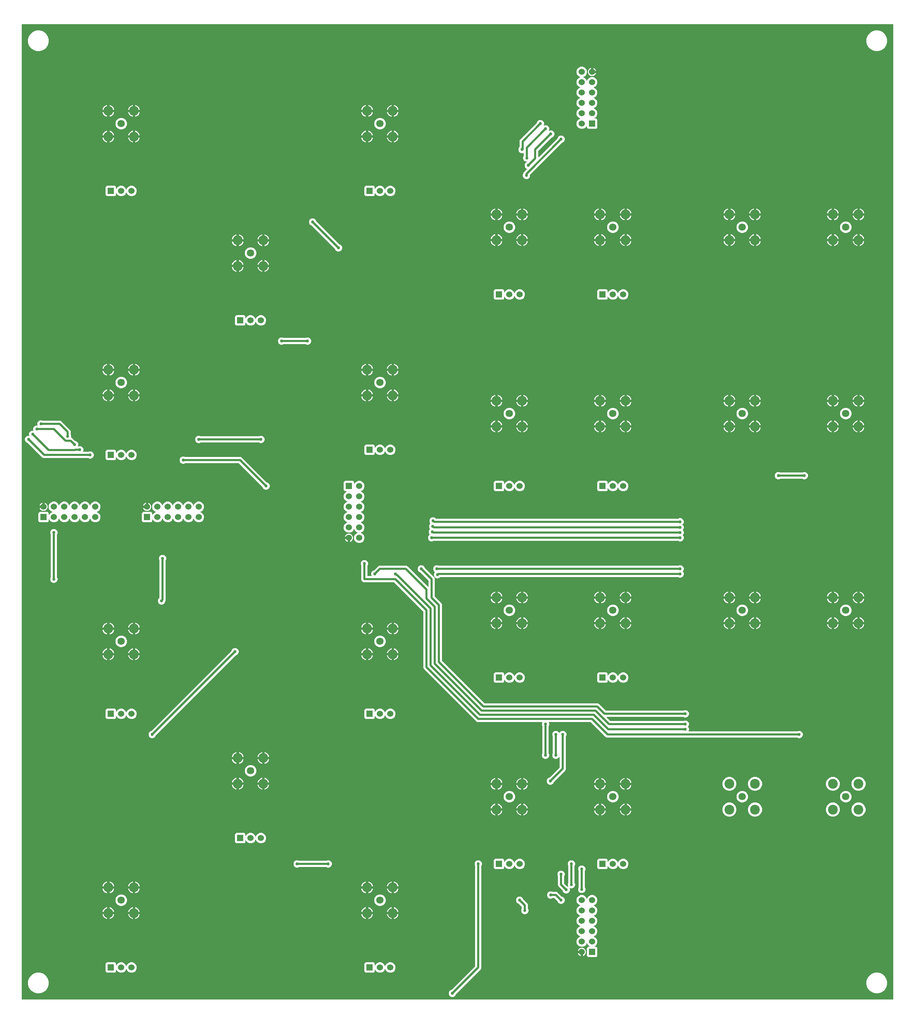
<source format=gbr>
G04 EAGLE Gerber RS-274X export*
G75*
%MOMM*%
%FSLAX34Y34*%
%LPD*%
%INTop Copper*%
%IPPOS*%
%AMOC8*
5,1,8,0,0,1.08239X$1,22.5*%
G01*
G04 Define Apertures*
%ADD10R,1.530000X1.530000*%
%ADD11C,1.530000*%
%ADD12C,1.800000*%
%ADD13C,2.400000*%
%ADD14R,1.524000X1.524000*%
%ADD15C,1.524000*%
%ADD16C,2.184400*%
%ADD17C,0.756400*%
%ADD18C,0.508000*%
G36*
X2148375Y10220D02*
X2148078Y10160D01*
X10922Y10160D01*
X10647Y10211D01*
X10392Y10375D01*
X10220Y10625D01*
X10160Y10922D01*
X10160Y2402078D01*
X10211Y2402353D01*
X10375Y2402608D01*
X10625Y2402780D01*
X10922Y2402840D01*
X2148078Y2402840D01*
X2148353Y2402789D01*
X2148608Y2402625D01*
X2148780Y2402375D01*
X2148840Y2402078D01*
X2148840Y10922D01*
X2148789Y10647D01*
X2148625Y10392D01*
X2148375Y10220D01*
G37*
%LPC*%
G36*
X2104856Y2336800D02*
X2111544Y2336800D01*
X2118004Y2338531D01*
X2123796Y2341875D01*
X2128525Y2346604D01*
X2131869Y2352396D01*
X2133600Y2358856D01*
X2133600Y2365544D01*
X2131869Y2372004D01*
X2128525Y2377796D01*
X2123796Y2382525D01*
X2118004Y2385869D01*
X2111544Y2387600D01*
X2104856Y2387600D01*
X2098396Y2385869D01*
X2092604Y2382525D01*
X2087875Y2377796D01*
X2084531Y2372004D01*
X2082800Y2365544D01*
X2082800Y2358856D01*
X2084531Y2352396D01*
X2087875Y2346604D01*
X2092604Y2341875D01*
X2098396Y2338531D01*
X2104856Y2336800D01*
G37*
G36*
X47456Y2336800D02*
X54144Y2336800D01*
X60604Y2338531D01*
X66396Y2341875D01*
X71125Y2346604D01*
X74469Y2352396D01*
X76200Y2358856D01*
X76200Y2365544D01*
X74469Y2372004D01*
X71125Y2377796D01*
X66396Y2382525D01*
X60604Y2385869D01*
X54144Y2387600D01*
X47456Y2387600D01*
X40996Y2385869D01*
X35204Y2382525D01*
X30475Y2377796D01*
X27131Y2372004D01*
X25400Y2365544D01*
X25400Y2358856D01*
X27131Y2352396D01*
X30475Y2346604D01*
X35204Y2341875D01*
X40996Y2338531D01*
X47456Y2336800D01*
G37*
G36*
X1381768Y2146270D02*
X1386832Y2146270D01*
X1391511Y2148208D01*
X1395092Y2151789D01*
X1395504Y2152784D01*
X1395644Y2153005D01*
X1395889Y2153184D01*
X1396184Y2153254D01*
X1396483Y2153203D01*
X1396738Y2153040D01*
X1396910Y2152789D01*
X1396970Y2152492D01*
X1396970Y2149246D01*
X1399946Y2146270D01*
X1419454Y2146270D01*
X1422430Y2149246D01*
X1422430Y2168754D01*
X1419454Y2171730D01*
X1416208Y2171730D01*
X1415950Y2171775D01*
X1415691Y2171932D01*
X1415514Y2172178D01*
X1415446Y2172474D01*
X1415499Y2172772D01*
X1415665Y2173027D01*
X1415916Y2173196D01*
X1416911Y2173608D01*
X1420492Y2177189D01*
X1422430Y2181868D01*
X1422430Y2186932D01*
X1420492Y2191611D01*
X1416911Y2195192D01*
X1414004Y2196396D01*
X1413779Y2196540D01*
X1413601Y2196786D01*
X1413534Y2197082D01*
X1413587Y2197380D01*
X1413753Y2197635D01*
X1414004Y2197804D01*
X1416911Y2199008D01*
X1420492Y2202589D01*
X1422430Y2207268D01*
X1422430Y2212332D01*
X1420492Y2217011D01*
X1416911Y2220592D01*
X1414004Y2221796D01*
X1413779Y2221940D01*
X1413601Y2222186D01*
X1413534Y2222482D01*
X1413587Y2222780D01*
X1413753Y2223035D01*
X1414004Y2223204D01*
X1416911Y2224408D01*
X1420492Y2227989D01*
X1422430Y2232668D01*
X1422430Y2237732D01*
X1420492Y2242411D01*
X1416911Y2245992D01*
X1414004Y2247196D01*
X1413779Y2247340D01*
X1413601Y2247586D01*
X1413534Y2247882D01*
X1413587Y2248180D01*
X1413753Y2248435D01*
X1414004Y2248604D01*
X1416911Y2249808D01*
X1420492Y2253389D01*
X1422430Y2258068D01*
X1422430Y2263132D01*
X1420492Y2267811D01*
X1416911Y2271392D01*
X1412232Y2273330D01*
X1407168Y2273330D01*
X1402489Y2271392D01*
X1398908Y2267811D01*
X1397704Y2264904D01*
X1397560Y2264679D01*
X1397314Y2264501D01*
X1397018Y2264434D01*
X1396720Y2264487D01*
X1396466Y2264653D01*
X1396296Y2264904D01*
X1395092Y2267811D01*
X1391511Y2271392D01*
X1388604Y2272596D01*
X1388379Y2272740D01*
X1388201Y2272986D01*
X1388134Y2273282D01*
X1388187Y2273580D01*
X1388353Y2273835D01*
X1388604Y2274004D01*
X1391511Y2275208D01*
X1395092Y2278789D01*
X1397030Y2283468D01*
X1397030Y2288532D01*
X1395092Y2293211D01*
X1391511Y2296792D01*
X1386832Y2298730D01*
X1381768Y2298730D01*
X1377089Y2296792D01*
X1373508Y2293211D01*
X1371570Y2288532D01*
X1371570Y2283468D01*
X1373508Y2278789D01*
X1377089Y2275208D01*
X1379996Y2274004D01*
X1380221Y2273860D01*
X1380399Y2273614D01*
X1380466Y2273318D01*
X1380413Y2273020D01*
X1380247Y2272766D01*
X1379996Y2272596D01*
X1377089Y2271392D01*
X1373508Y2267811D01*
X1371570Y2263132D01*
X1371570Y2258068D01*
X1373508Y2253389D01*
X1377089Y2249808D01*
X1379996Y2248604D01*
X1380221Y2248460D01*
X1380399Y2248214D01*
X1380466Y2247918D01*
X1380413Y2247620D01*
X1380247Y2247366D01*
X1379996Y2247196D01*
X1377089Y2245992D01*
X1373508Y2242411D01*
X1371570Y2237732D01*
X1371570Y2232668D01*
X1373508Y2227989D01*
X1377089Y2224408D01*
X1379996Y2223204D01*
X1380221Y2223060D01*
X1380399Y2222814D01*
X1380466Y2222518D01*
X1380413Y2222220D01*
X1380247Y2221966D01*
X1379996Y2221796D01*
X1377089Y2220592D01*
X1373508Y2217011D01*
X1371570Y2212332D01*
X1371570Y2207268D01*
X1373508Y2202589D01*
X1377089Y2199008D01*
X1379996Y2197804D01*
X1380221Y2197660D01*
X1380399Y2197414D01*
X1380466Y2197118D01*
X1380413Y2196820D01*
X1380247Y2196566D01*
X1379996Y2196396D01*
X1377089Y2195192D01*
X1373508Y2191611D01*
X1371570Y2186932D01*
X1371570Y2181868D01*
X1373508Y2177189D01*
X1377089Y2173608D01*
X1379996Y2172404D01*
X1380221Y2172260D01*
X1380399Y2172014D01*
X1380466Y2171718D01*
X1380413Y2171420D01*
X1380247Y2171166D01*
X1379996Y2170996D01*
X1377089Y2169792D01*
X1373508Y2166211D01*
X1371570Y2161532D01*
X1371570Y2156468D01*
X1373508Y2151789D01*
X1377089Y2148208D01*
X1381768Y2146270D01*
G37*
G36*
X1407673Y2275810D02*
X1411727Y2275810D01*
X1415472Y2277361D01*
X1418339Y2280228D01*
X1419467Y2282952D01*
X1406652Y2282952D01*
X1406652Y2295767D01*
X1403928Y2294639D01*
X1401061Y2291772D01*
X1399510Y2288027D01*
X1399510Y2283973D01*
X1401061Y2280228D01*
X1403928Y2277361D01*
X1407673Y2275810D01*
G37*
G36*
X1412748Y2289048D02*
X1419467Y2289048D01*
X1418339Y2291772D01*
X1415472Y2294639D01*
X1412748Y2295767D01*
X1412748Y2289048D01*
G37*
G36*
X923548Y2193548D02*
X934975Y2193548D01*
X932826Y2198736D01*
X928736Y2202826D01*
X923548Y2204975D01*
X923548Y2193548D01*
G37*
G36*
X208025Y2193548D02*
X219452Y2193548D01*
X219452Y2204975D01*
X214264Y2202826D01*
X210174Y2198736D01*
X208025Y2193548D01*
G37*
G36*
X225548Y2193548D02*
X236975Y2193548D01*
X234826Y2198736D01*
X230736Y2202826D01*
X225548Y2204975D01*
X225548Y2193548D01*
G37*
G36*
X271025Y2193548D02*
X282452Y2193548D01*
X282452Y2204975D01*
X277264Y2202826D01*
X273174Y2198736D01*
X271025Y2193548D01*
G37*
G36*
X288548Y2193548D02*
X299975Y2193548D01*
X297826Y2198736D01*
X293736Y2202826D01*
X288548Y2204975D01*
X288548Y2193548D01*
G37*
G36*
X843025Y2193548D02*
X854452Y2193548D01*
X854452Y2204975D01*
X849264Y2202826D01*
X845174Y2198736D01*
X843025Y2193548D01*
G37*
G36*
X860548Y2193548D02*
X871975Y2193548D01*
X869826Y2198736D01*
X865736Y2202826D01*
X860548Y2204975D01*
X860548Y2193548D01*
G37*
G36*
X906025Y2193548D02*
X917452Y2193548D01*
X917452Y2204975D01*
X912264Y2202826D01*
X908174Y2198736D01*
X906025Y2193548D01*
G37*
G36*
X214264Y2178174D02*
X219452Y2176025D01*
X219452Y2187452D01*
X208025Y2187452D01*
X210174Y2182264D01*
X214264Y2178174D01*
G37*
G36*
X923548Y2187452D02*
X923548Y2176025D01*
X928736Y2178174D01*
X932826Y2182264D01*
X934975Y2187452D01*
X923548Y2187452D01*
G37*
G36*
X912264Y2178174D02*
X917452Y2176025D01*
X917452Y2187452D01*
X906025Y2187452D01*
X908174Y2182264D01*
X912264Y2178174D01*
G37*
G36*
X860548Y2187452D02*
X860548Y2176025D01*
X865736Y2178174D01*
X869826Y2182264D01*
X871975Y2187452D01*
X860548Y2187452D01*
G37*
G36*
X849264Y2178174D02*
X854452Y2176025D01*
X854452Y2187452D01*
X843025Y2187452D01*
X845174Y2182264D01*
X849264Y2178174D01*
G37*
G36*
X288548Y2187452D02*
X288548Y2176025D01*
X293736Y2178174D01*
X297826Y2182264D01*
X299975Y2187452D01*
X288548Y2187452D01*
G37*
G36*
X277264Y2178174D02*
X282452Y2176025D01*
X282452Y2187452D01*
X271025Y2187452D01*
X273174Y2182264D01*
X277264Y2178174D01*
G37*
G36*
X225548Y2187452D02*
X225548Y2176025D01*
X230736Y2178174D01*
X234826Y2182264D01*
X236975Y2187452D01*
X225548Y2187452D01*
G37*
G36*
X886199Y2144920D02*
X891801Y2144920D01*
X896976Y2147064D01*
X900936Y2151024D01*
X903080Y2156199D01*
X903080Y2161801D01*
X900936Y2166976D01*
X896976Y2170936D01*
X891801Y2173080D01*
X886199Y2173080D01*
X881024Y2170936D01*
X877064Y2166976D01*
X874920Y2161801D01*
X874920Y2156199D01*
X877064Y2151024D01*
X881024Y2147064D01*
X886199Y2144920D01*
G37*
G36*
X251199Y2144920D02*
X256801Y2144920D01*
X261976Y2147064D01*
X265936Y2151024D01*
X268080Y2156199D01*
X268080Y2161801D01*
X265936Y2166976D01*
X261976Y2170936D01*
X256801Y2173080D01*
X251199Y2173080D01*
X246024Y2170936D01*
X242064Y2166976D01*
X239920Y2161801D01*
X239920Y2156199D01*
X242064Y2151024D01*
X246024Y2147064D01*
X251199Y2144920D01*
G37*
G36*
X1246675Y2023138D02*
X1250201Y2023138D01*
X1253458Y2024487D01*
X1255951Y2026980D01*
X1257300Y2030237D01*
X1257300Y2033608D01*
X1257356Y2033894D01*
X1257523Y2034147D01*
X1335414Y2112038D01*
X1335662Y2112203D01*
X1338520Y2113387D01*
X1341013Y2115880D01*
X1342362Y2119137D01*
X1342362Y2122663D01*
X1341013Y2125920D01*
X1338520Y2128413D01*
X1335263Y2129762D01*
X1331737Y2129762D01*
X1328480Y2128413D01*
X1325987Y2125920D01*
X1324803Y2123062D01*
X1324638Y2122814D01*
X1278921Y2077097D01*
X1278701Y2076944D01*
X1278406Y2076874D01*
X1278107Y2076925D01*
X1277852Y2077089D01*
X1277680Y2077339D01*
X1277620Y2077636D01*
X1277620Y2092028D01*
X1277676Y2092314D01*
X1277843Y2092567D01*
X1310014Y2124738D01*
X1310262Y2124903D01*
X1313120Y2126087D01*
X1315613Y2128580D01*
X1316962Y2131837D01*
X1316962Y2135363D01*
X1315613Y2138620D01*
X1313120Y2141113D01*
X1309863Y2142462D01*
X1306337Y2142462D01*
X1304494Y2141699D01*
X1304233Y2141641D01*
X1303934Y2141690D01*
X1303677Y2141851D01*
X1303503Y2142100D01*
X1303441Y2142397D01*
X1303499Y2142694D01*
X1304262Y2144537D01*
X1304262Y2148063D01*
X1302913Y2151320D01*
X1300420Y2153813D01*
X1297163Y2155162D01*
X1293637Y2155162D01*
X1291794Y2154399D01*
X1291533Y2154341D01*
X1291234Y2154390D01*
X1290977Y2154551D01*
X1290803Y2154800D01*
X1290741Y2155097D01*
X1290799Y2155394D01*
X1291562Y2157237D01*
X1291562Y2160763D01*
X1290213Y2164020D01*
X1287720Y2166513D01*
X1284463Y2167862D01*
X1280937Y2167862D01*
X1277680Y2166513D01*
X1275187Y2164020D01*
X1274003Y2161162D01*
X1273838Y2160914D01*
X1232618Y2119694D01*
X1231458Y2116893D01*
X1231458Y2101970D01*
X1231402Y2101684D01*
X1231234Y2101432D01*
X1230323Y2100520D01*
X1228974Y2097263D01*
X1228974Y2093737D01*
X1230323Y2090480D01*
X1232816Y2087987D01*
X1236073Y2086638D01*
X1239598Y2086638D01*
X1240564Y2087038D01*
X1240831Y2087096D01*
X1241130Y2087045D01*
X1241386Y2086881D01*
X1241557Y2086631D01*
X1241618Y2086334D01*
X1241618Y2079650D01*
X1241560Y2079359D01*
X1240376Y2076500D01*
X1240376Y2072975D01*
X1241725Y2069718D01*
X1244218Y2067225D01*
X1247475Y2065876D01*
X1248528Y2065876D01*
X1248786Y2065831D01*
X1249045Y2065673D01*
X1249223Y2065427D01*
X1249290Y2065132D01*
X1249237Y2064833D01*
X1249071Y2064579D01*
X1248820Y2064410D01*
X1248021Y2064079D01*
X1245528Y2061586D01*
X1244179Y2058329D01*
X1244179Y2054803D01*
X1245528Y2051546D01*
X1248021Y2049053D01*
X1248987Y2048653D01*
X1249216Y2048505D01*
X1249392Y2048257D01*
X1249457Y2047961D01*
X1249401Y2047663D01*
X1249234Y2047410D01*
X1241978Y2040154D01*
X1240818Y2037354D01*
X1240818Y2036913D01*
X1240760Y2036621D01*
X1239576Y2033763D01*
X1239576Y2030237D01*
X1240925Y2026980D01*
X1243418Y2024487D01*
X1246675Y2023138D01*
G37*
G36*
X288548Y2130548D02*
X299975Y2130548D01*
X297826Y2135736D01*
X293736Y2139826D01*
X288548Y2141975D01*
X288548Y2130548D01*
G37*
G36*
X208025Y2130548D02*
X219452Y2130548D01*
X219452Y2141975D01*
X214264Y2139826D01*
X210174Y2135736D01*
X208025Y2130548D01*
G37*
G36*
X225548Y2130548D02*
X236975Y2130548D01*
X234826Y2135736D01*
X230736Y2139826D01*
X225548Y2141975D01*
X225548Y2130548D01*
G37*
G36*
X271025Y2130548D02*
X282452Y2130548D01*
X282452Y2141975D01*
X277264Y2139826D01*
X273174Y2135736D01*
X271025Y2130548D01*
G37*
G36*
X843025Y2130548D02*
X854452Y2130548D01*
X854452Y2141975D01*
X849264Y2139826D01*
X845174Y2135736D01*
X843025Y2130548D01*
G37*
G36*
X860548Y2130548D02*
X871975Y2130548D01*
X869826Y2135736D01*
X865736Y2139826D01*
X860548Y2141975D01*
X860548Y2130548D01*
G37*
G36*
X906025Y2130548D02*
X917452Y2130548D01*
X917452Y2141975D01*
X912264Y2139826D01*
X908174Y2135736D01*
X906025Y2130548D01*
G37*
G36*
X923548Y2130548D02*
X934975Y2130548D01*
X932826Y2135736D01*
X928736Y2139826D01*
X923548Y2141975D01*
X923548Y2130548D01*
G37*
G36*
X849264Y2115174D02*
X854452Y2113025D01*
X854452Y2124452D01*
X843025Y2124452D01*
X845174Y2119264D01*
X849264Y2115174D01*
G37*
G36*
X923548Y2124452D02*
X923548Y2113025D01*
X928736Y2115174D01*
X932826Y2119264D01*
X934975Y2124452D01*
X923548Y2124452D01*
G37*
G36*
X912264Y2115174D02*
X917452Y2113025D01*
X917452Y2124452D01*
X906025Y2124452D01*
X908174Y2119264D01*
X912264Y2115174D01*
G37*
G36*
X860548Y2124452D02*
X860548Y2113025D01*
X865736Y2115174D01*
X869826Y2119264D01*
X871975Y2124452D01*
X860548Y2124452D01*
G37*
G36*
X288548Y2124452D02*
X288548Y2113025D01*
X293736Y2115174D01*
X297826Y2119264D01*
X299975Y2124452D01*
X288548Y2124452D01*
G37*
G36*
X277264Y2115174D02*
X282452Y2113025D01*
X282452Y2124452D01*
X271025Y2124452D01*
X273174Y2119264D01*
X277264Y2115174D01*
G37*
G36*
X225548Y2124452D02*
X225548Y2113025D01*
X230736Y2115174D01*
X234826Y2119264D01*
X236975Y2124452D01*
X225548Y2124452D01*
G37*
G36*
X214264Y2115174D02*
X219452Y2113025D01*
X219452Y2124452D01*
X208025Y2124452D01*
X210174Y2119264D01*
X214264Y2115174D01*
G37*
G36*
X853876Y1981200D02*
X873324Y1981200D01*
X876300Y1984176D01*
X876300Y1987543D01*
X876345Y1987801D01*
X876502Y1988060D01*
X876748Y1988237D01*
X877044Y1988305D01*
X877342Y1988252D01*
X877597Y1988086D01*
X877766Y1987835D01*
X878233Y1986706D01*
X881806Y1983133D01*
X886474Y1981200D01*
X891526Y1981200D01*
X896194Y1983133D01*
X899767Y1986706D01*
X900996Y1989674D01*
X901140Y1989900D01*
X901386Y1990077D01*
X901682Y1990144D01*
X901980Y1990091D01*
X902235Y1989926D01*
X902404Y1989674D01*
X903633Y1986706D01*
X907206Y1983133D01*
X911874Y1981200D01*
X916926Y1981200D01*
X921594Y1983133D01*
X925167Y1986706D01*
X927100Y1991374D01*
X927100Y1996426D01*
X925167Y2001094D01*
X921594Y2004667D01*
X916926Y2006600D01*
X911874Y2006600D01*
X907206Y2004667D01*
X903633Y2001094D01*
X902404Y1998126D01*
X902260Y1997900D01*
X902014Y1997723D01*
X901718Y1997656D01*
X901420Y1997709D01*
X901166Y1997874D01*
X900996Y1998126D01*
X899767Y2001094D01*
X896194Y2004667D01*
X891526Y2006600D01*
X886474Y2006600D01*
X881806Y2004667D01*
X878233Y2001094D01*
X877766Y1999965D01*
X877626Y1999745D01*
X877381Y1999565D01*
X877086Y1999495D01*
X876787Y1999546D01*
X876532Y1999710D01*
X876360Y1999960D01*
X876300Y2000257D01*
X876300Y2003624D01*
X873324Y2006600D01*
X853876Y2006600D01*
X850900Y2003624D01*
X850900Y1984176D01*
X853876Y1981200D01*
G37*
G36*
X218876Y1981200D02*
X238324Y1981200D01*
X241300Y1984176D01*
X241300Y1987543D01*
X241345Y1987801D01*
X241502Y1988060D01*
X241748Y1988237D01*
X242044Y1988305D01*
X242342Y1988252D01*
X242597Y1988086D01*
X242766Y1987835D01*
X243233Y1986706D01*
X246806Y1983133D01*
X251474Y1981200D01*
X256526Y1981200D01*
X261194Y1983133D01*
X264767Y1986706D01*
X265996Y1989674D01*
X266140Y1989900D01*
X266386Y1990077D01*
X266682Y1990144D01*
X266980Y1990091D01*
X267235Y1989926D01*
X267404Y1989674D01*
X268633Y1986706D01*
X272206Y1983133D01*
X276874Y1981200D01*
X281926Y1981200D01*
X286594Y1983133D01*
X290167Y1986706D01*
X292100Y1991374D01*
X292100Y1996426D01*
X290167Y2001094D01*
X286594Y2004667D01*
X281926Y2006600D01*
X276874Y2006600D01*
X272206Y2004667D01*
X268633Y2001094D01*
X267404Y1998126D01*
X267260Y1997900D01*
X267014Y1997723D01*
X266718Y1997656D01*
X266420Y1997709D01*
X266166Y1997874D01*
X265996Y1998126D01*
X264767Y2001094D01*
X261194Y2004667D01*
X256526Y2006600D01*
X251474Y2006600D01*
X246806Y2004667D01*
X243233Y2001094D01*
X242766Y1999965D01*
X242626Y1999745D01*
X242381Y1999565D01*
X242086Y1999495D01*
X241787Y1999546D01*
X241532Y1999710D01*
X241360Y1999960D01*
X241300Y2000257D01*
X241300Y2003624D01*
X238324Y2006600D01*
X218876Y2006600D01*
X215900Y2003624D01*
X215900Y1984176D01*
X218876Y1981200D01*
G37*
G36*
X1160525Y1939548D02*
X1171952Y1939548D01*
X1171952Y1950975D01*
X1166764Y1948826D01*
X1162674Y1944736D01*
X1160525Y1939548D01*
G37*
G36*
X1178048Y1939548D02*
X1189475Y1939548D01*
X1187326Y1944736D01*
X1183236Y1948826D01*
X1178048Y1950975D01*
X1178048Y1939548D01*
G37*
G36*
X1223525Y1939548D02*
X1234952Y1939548D01*
X1234952Y1950975D01*
X1229764Y1948826D01*
X1225674Y1944736D01*
X1223525Y1939548D01*
G37*
G36*
X1241048Y1939548D02*
X1252475Y1939548D01*
X1250326Y1944736D01*
X1246236Y1948826D01*
X1241048Y1950975D01*
X1241048Y1939548D01*
G37*
G36*
X1414525Y1939548D02*
X1425952Y1939548D01*
X1425952Y1950975D01*
X1420764Y1948826D01*
X1416674Y1944736D01*
X1414525Y1939548D01*
G37*
G36*
X1432048Y1939548D02*
X1443475Y1939548D01*
X1441326Y1944736D01*
X1437236Y1948826D01*
X1432048Y1950975D01*
X1432048Y1939548D01*
G37*
G36*
X1477525Y1939548D02*
X1488952Y1939548D01*
X1488952Y1950975D01*
X1483764Y1948826D01*
X1479674Y1944736D01*
X1477525Y1939548D01*
G37*
G36*
X1495048Y1939548D02*
X1506475Y1939548D01*
X1504326Y1944736D01*
X1500236Y1948826D01*
X1495048Y1950975D01*
X1495048Y1939548D01*
G37*
G36*
X1732025Y1939548D02*
X1743452Y1939548D01*
X1743452Y1950975D01*
X1738264Y1948826D01*
X1734174Y1944736D01*
X1732025Y1939548D01*
G37*
G36*
X1749548Y1939548D02*
X1760975Y1939548D01*
X1758826Y1944736D01*
X1754736Y1948826D01*
X1749548Y1950975D01*
X1749548Y1939548D01*
G37*
G36*
X1795025Y1939548D02*
X1806452Y1939548D01*
X1806452Y1950975D01*
X1801264Y1948826D01*
X1797174Y1944736D01*
X1795025Y1939548D01*
G37*
G36*
X1812548Y1939548D02*
X1823975Y1939548D01*
X1821826Y1944736D01*
X1817736Y1948826D01*
X1812548Y1950975D01*
X1812548Y1939548D01*
G37*
G36*
X1986025Y1939548D02*
X1997452Y1939548D01*
X1997452Y1950975D01*
X1992264Y1948826D01*
X1988174Y1944736D01*
X1986025Y1939548D01*
G37*
G36*
X2003548Y1939548D02*
X2014975Y1939548D01*
X2012826Y1944736D01*
X2008736Y1948826D01*
X2003548Y1950975D01*
X2003548Y1939548D01*
G37*
G36*
X2049025Y1939548D02*
X2060452Y1939548D01*
X2060452Y1950975D01*
X2055264Y1948826D01*
X2051174Y1944736D01*
X2049025Y1939548D01*
G37*
G36*
X2066548Y1939548D02*
X2077975Y1939548D01*
X2075826Y1944736D01*
X2071736Y1948826D01*
X2066548Y1950975D01*
X2066548Y1939548D01*
G37*
G36*
X2066548Y1933452D02*
X2066548Y1922025D01*
X2071736Y1924174D01*
X2075826Y1928264D01*
X2077975Y1933452D01*
X2066548Y1933452D01*
G37*
G36*
X2055264Y1924174D02*
X2060452Y1922025D01*
X2060452Y1933452D01*
X2049025Y1933452D01*
X2051174Y1928264D01*
X2055264Y1924174D01*
G37*
G36*
X2003548Y1933452D02*
X2003548Y1922025D01*
X2008736Y1924174D01*
X2012826Y1928264D01*
X2014975Y1933452D01*
X2003548Y1933452D01*
G37*
G36*
X1992264Y1924174D02*
X1997452Y1922025D01*
X1997452Y1933452D01*
X1986025Y1933452D01*
X1988174Y1928264D01*
X1992264Y1924174D01*
G37*
G36*
X1812548Y1933452D02*
X1812548Y1922025D01*
X1817736Y1924174D01*
X1821826Y1928264D01*
X1823975Y1933452D01*
X1812548Y1933452D01*
G37*
G36*
X1801264Y1924174D02*
X1806452Y1922025D01*
X1806452Y1933452D01*
X1795025Y1933452D01*
X1797174Y1928264D01*
X1801264Y1924174D01*
G37*
G36*
X1749548Y1933452D02*
X1749548Y1922025D01*
X1754736Y1924174D01*
X1758826Y1928264D01*
X1760975Y1933452D01*
X1749548Y1933452D01*
G37*
G36*
X1738264Y1924174D02*
X1743452Y1922025D01*
X1743452Y1933452D01*
X1732025Y1933452D01*
X1734174Y1928264D01*
X1738264Y1924174D01*
G37*
G36*
X1495048Y1933452D02*
X1495048Y1922025D01*
X1500236Y1924174D01*
X1504326Y1928264D01*
X1506475Y1933452D01*
X1495048Y1933452D01*
G37*
G36*
X1483764Y1924174D02*
X1488952Y1922025D01*
X1488952Y1933452D01*
X1477525Y1933452D01*
X1479674Y1928264D01*
X1483764Y1924174D01*
G37*
G36*
X1432048Y1933452D02*
X1432048Y1922025D01*
X1437236Y1924174D01*
X1441326Y1928264D01*
X1443475Y1933452D01*
X1432048Y1933452D01*
G37*
G36*
X1420764Y1924174D02*
X1425952Y1922025D01*
X1425952Y1933452D01*
X1414525Y1933452D01*
X1416674Y1928264D01*
X1420764Y1924174D01*
G37*
G36*
X1241048Y1933452D02*
X1241048Y1922025D01*
X1246236Y1924174D01*
X1250326Y1928264D01*
X1252475Y1933452D01*
X1241048Y1933452D01*
G37*
G36*
X1229764Y1924174D02*
X1234952Y1922025D01*
X1234952Y1933452D01*
X1223525Y1933452D01*
X1225674Y1928264D01*
X1229764Y1924174D01*
G37*
G36*
X1178048Y1933452D02*
X1178048Y1922025D01*
X1183236Y1924174D01*
X1187326Y1928264D01*
X1189475Y1933452D01*
X1178048Y1933452D01*
G37*
G36*
X1166764Y1924174D02*
X1171952Y1922025D01*
X1171952Y1933452D01*
X1160525Y1933452D01*
X1162674Y1928264D01*
X1166764Y1924174D01*
G37*
G36*
X785637Y1845338D02*
X789163Y1845338D01*
X792420Y1846687D01*
X794913Y1849180D01*
X796262Y1852437D01*
X796262Y1855963D01*
X794913Y1859220D01*
X792420Y1861713D01*
X789562Y1862897D01*
X789314Y1863062D01*
X732762Y1919614D01*
X732597Y1919862D01*
X731413Y1922720D01*
X728920Y1925213D01*
X725663Y1926562D01*
X722137Y1926562D01*
X718880Y1925213D01*
X716387Y1922720D01*
X715038Y1919463D01*
X715038Y1915937D01*
X716387Y1912680D01*
X718880Y1910187D01*
X721739Y1909003D01*
X721986Y1908838D01*
X778538Y1852286D01*
X778703Y1852039D01*
X779887Y1849180D01*
X782380Y1846687D01*
X785637Y1845338D01*
G37*
G36*
X2029199Y1890920D02*
X2034801Y1890920D01*
X2039976Y1893064D01*
X2043936Y1897024D01*
X2046080Y1902199D01*
X2046080Y1907801D01*
X2043936Y1912976D01*
X2039976Y1916936D01*
X2034801Y1919080D01*
X2029199Y1919080D01*
X2024024Y1916936D01*
X2020064Y1912976D01*
X2017920Y1907801D01*
X2017920Y1902199D01*
X2020064Y1897024D01*
X2024024Y1893064D01*
X2029199Y1890920D01*
G37*
G36*
X1775199Y1890920D02*
X1780801Y1890920D01*
X1785976Y1893064D01*
X1789936Y1897024D01*
X1792080Y1902199D01*
X1792080Y1907801D01*
X1789936Y1912976D01*
X1785976Y1916936D01*
X1780801Y1919080D01*
X1775199Y1919080D01*
X1770024Y1916936D01*
X1766064Y1912976D01*
X1763920Y1907801D01*
X1763920Y1902199D01*
X1766064Y1897024D01*
X1770024Y1893064D01*
X1775199Y1890920D01*
G37*
G36*
X1457699Y1890920D02*
X1463301Y1890920D01*
X1468476Y1893064D01*
X1472436Y1897024D01*
X1474580Y1902199D01*
X1474580Y1907801D01*
X1472436Y1912976D01*
X1468476Y1916936D01*
X1463301Y1919080D01*
X1457699Y1919080D01*
X1452524Y1916936D01*
X1448564Y1912976D01*
X1446420Y1907801D01*
X1446420Y1902199D01*
X1448564Y1897024D01*
X1452524Y1893064D01*
X1457699Y1890920D01*
G37*
G36*
X1203699Y1890920D02*
X1209301Y1890920D01*
X1214476Y1893064D01*
X1218436Y1897024D01*
X1220580Y1902199D01*
X1220580Y1907801D01*
X1218436Y1912976D01*
X1214476Y1916936D01*
X1209301Y1919080D01*
X1203699Y1919080D01*
X1198524Y1916936D01*
X1194564Y1912976D01*
X1192420Y1907801D01*
X1192420Y1902199D01*
X1194564Y1897024D01*
X1198524Y1893064D01*
X1203699Y1890920D01*
G37*
G36*
X1160525Y1876548D02*
X1171952Y1876548D01*
X1171952Y1887975D01*
X1166764Y1885826D01*
X1162674Y1881736D01*
X1160525Y1876548D01*
G37*
G36*
X1178048Y1876548D02*
X1189475Y1876548D01*
X1187326Y1881736D01*
X1183236Y1885826D01*
X1178048Y1887975D01*
X1178048Y1876548D01*
G37*
G36*
X1223525Y1876548D02*
X1234952Y1876548D01*
X1234952Y1887975D01*
X1229764Y1885826D01*
X1225674Y1881736D01*
X1223525Y1876548D01*
G37*
G36*
X1241048Y1876548D02*
X1252475Y1876548D01*
X1250326Y1881736D01*
X1246236Y1885826D01*
X1241048Y1887975D01*
X1241048Y1876548D01*
G37*
G36*
X1414525Y1876548D02*
X1425952Y1876548D01*
X1425952Y1887975D01*
X1420764Y1885826D01*
X1416674Y1881736D01*
X1414525Y1876548D01*
G37*
G36*
X1432048Y1876548D02*
X1443475Y1876548D01*
X1441326Y1881736D01*
X1437236Y1885826D01*
X1432048Y1887975D01*
X1432048Y1876548D01*
G37*
G36*
X1477525Y1876548D02*
X1488952Y1876548D01*
X1488952Y1887975D01*
X1483764Y1885826D01*
X1479674Y1881736D01*
X1477525Y1876548D01*
G37*
G36*
X1495048Y1876548D02*
X1506475Y1876548D01*
X1504326Y1881736D01*
X1500236Y1885826D01*
X1495048Y1887975D01*
X1495048Y1876548D01*
G37*
G36*
X1732025Y1876548D02*
X1743452Y1876548D01*
X1743452Y1887975D01*
X1738264Y1885826D01*
X1734174Y1881736D01*
X1732025Y1876548D01*
G37*
G36*
X1749548Y1876548D02*
X1760975Y1876548D01*
X1758826Y1881736D01*
X1754736Y1885826D01*
X1749548Y1887975D01*
X1749548Y1876548D01*
G37*
G36*
X1795025Y1876548D02*
X1806452Y1876548D01*
X1806452Y1887975D01*
X1801264Y1885826D01*
X1797174Y1881736D01*
X1795025Y1876548D01*
G37*
G36*
X1812548Y1876548D02*
X1823975Y1876548D01*
X1821826Y1881736D01*
X1817736Y1885826D01*
X1812548Y1887975D01*
X1812548Y1876548D01*
G37*
G36*
X1986025Y1876548D02*
X1997452Y1876548D01*
X1997452Y1887975D01*
X1992264Y1885826D01*
X1988174Y1881736D01*
X1986025Y1876548D01*
G37*
G36*
X2003548Y1876548D02*
X2014975Y1876548D01*
X2012826Y1881736D01*
X2008736Y1885826D01*
X2003548Y1887975D01*
X2003548Y1876548D01*
G37*
G36*
X2049025Y1876548D02*
X2060452Y1876548D01*
X2060452Y1887975D01*
X2055264Y1885826D01*
X2051174Y1881736D01*
X2049025Y1876548D01*
G37*
G36*
X2066548Y1876548D02*
X2077975Y1876548D01*
X2075826Y1881736D01*
X2071736Y1885826D01*
X2066548Y1887975D01*
X2066548Y1876548D01*
G37*
G36*
X525525Y1876048D02*
X536952Y1876048D01*
X536952Y1887475D01*
X531764Y1885326D01*
X527674Y1881236D01*
X525525Y1876048D01*
G37*
G36*
X543048Y1876048D02*
X554475Y1876048D01*
X552326Y1881236D01*
X548236Y1885326D01*
X543048Y1887475D01*
X543048Y1876048D01*
G37*
G36*
X588525Y1876048D02*
X599952Y1876048D01*
X599952Y1887475D01*
X594764Y1885326D01*
X590674Y1881236D01*
X588525Y1876048D01*
G37*
G36*
X606048Y1876048D02*
X617475Y1876048D01*
X615326Y1881236D01*
X611236Y1885326D01*
X606048Y1887475D01*
X606048Y1876048D01*
G37*
G36*
X2066548Y1870452D02*
X2066548Y1859025D01*
X2071736Y1861174D01*
X2075826Y1865264D01*
X2077975Y1870452D01*
X2066548Y1870452D01*
G37*
G36*
X2055264Y1861174D02*
X2060452Y1859025D01*
X2060452Y1870452D01*
X2049025Y1870452D01*
X2051174Y1865264D01*
X2055264Y1861174D01*
G37*
G36*
X2003548Y1870452D02*
X2003548Y1859025D01*
X2008736Y1861174D01*
X2012826Y1865264D01*
X2014975Y1870452D01*
X2003548Y1870452D01*
G37*
G36*
X1992264Y1861174D02*
X1997452Y1859025D01*
X1997452Y1870452D01*
X1986025Y1870452D01*
X1988174Y1865264D01*
X1992264Y1861174D01*
G37*
G36*
X1812548Y1870452D02*
X1812548Y1859025D01*
X1817736Y1861174D01*
X1821826Y1865264D01*
X1823975Y1870452D01*
X1812548Y1870452D01*
G37*
G36*
X1801264Y1861174D02*
X1806452Y1859025D01*
X1806452Y1870452D01*
X1795025Y1870452D01*
X1797174Y1865264D01*
X1801264Y1861174D01*
G37*
G36*
X1749548Y1870452D02*
X1749548Y1859025D01*
X1754736Y1861174D01*
X1758826Y1865264D01*
X1760975Y1870452D01*
X1749548Y1870452D01*
G37*
G36*
X1738264Y1861174D02*
X1743452Y1859025D01*
X1743452Y1870452D01*
X1732025Y1870452D01*
X1734174Y1865264D01*
X1738264Y1861174D01*
G37*
G36*
X1495048Y1870452D02*
X1495048Y1859025D01*
X1500236Y1861174D01*
X1504326Y1865264D01*
X1506475Y1870452D01*
X1495048Y1870452D01*
G37*
G36*
X1483764Y1861174D02*
X1488952Y1859025D01*
X1488952Y1870452D01*
X1477525Y1870452D01*
X1479674Y1865264D01*
X1483764Y1861174D01*
G37*
G36*
X1432048Y1870452D02*
X1432048Y1859025D01*
X1437236Y1861174D01*
X1441326Y1865264D01*
X1443475Y1870452D01*
X1432048Y1870452D01*
G37*
G36*
X1420764Y1861174D02*
X1425952Y1859025D01*
X1425952Y1870452D01*
X1414525Y1870452D01*
X1416674Y1865264D01*
X1420764Y1861174D01*
G37*
G36*
X1241048Y1870452D02*
X1241048Y1859025D01*
X1246236Y1861174D01*
X1250326Y1865264D01*
X1252475Y1870452D01*
X1241048Y1870452D01*
G37*
G36*
X1229764Y1861174D02*
X1234952Y1859025D01*
X1234952Y1870452D01*
X1223525Y1870452D01*
X1225674Y1865264D01*
X1229764Y1861174D01*
G37*
G36*
X1178048Y1870452D02*
X1178048Y1859025D01*
X1183236Y1861174D01*
X1187326Y1865264D01*
X1189475Y1870452D01*
X1178048Y1870452D01*
G37*
G36*
X1166764Y1861174D02*
X1171952Y1859025D01*
X1171952Y1870452D01*
X1160525Y1870452D01*
X1162674Y1865264D01*
X1166764Y1861174D01*
G37*
G36*
X606048Y1869952D02*
X606048Y1858525D01*
X611236Y1860674D01*
X615326Y1864764D01*
X617475Y1869952D01*
X606048Y1869952D01*
G37*
G36*
X594764Y1860674D02*
X599952Y1858525D01*
X599952Y1869952D01*
X588525Y1869952D01*
X590674Y1864764D01*
X594764Y1860674D01*
G37*
G36*
X543048Y1869952D02*
X543048Y1858525D01*
X548236Y1860674D01*
X552326Y1864764D01*
X554475Y1869952D01*
X543048Y1869952D01*
G37*
G36*
X531764Y1860674D02*
X536952Y1858525D01*
X536952Y1869952D01*
X525525Y1869952D01*
X527674Y1864764D01*
X531764Y1860674D01*
G37*
G36*
X568699Y1827420D02*
X574301Y1827420D01*
X579476Y1829564D01*
X583436Y1833524D01*
X585580Y1838699D01*
X585580Y1844301D01*
X583436Y1849476D01*
X579476Y1853436D01*
X574301Y1855580D01*
X568699Y1855580D01*
X563524Y1853436D01*
X559564Y1849476D01*
X557420Y1844301D01*
X557420Y1838699D01*
X559564Y1833524D01*
X563524Y1829564D01*
X568699Y1827420D01*
G37*
G36*
X525525Y1813048D02*
X536952Y1813048D01*
X536952Y1824475D01*
X531764Y1822326D01*
X527674Y1818236D01*
X525525Y1813048D01*
G37*
G36*
X543048Y1813048D02*
X554475Y1813048D01*
X552326Y1818236D01*
X548236Y1822326D01*
X543048Y1824475D01*
X543048Y1813048D01*
G37*
G36*
X588525Y1813048D02*
X599952Y1813048D01*
X599952Y1824475D01*
X594764Y1822326D01*
X590674Y1818236D01*
X588525Y1813048D01*
G37*
G36*
X606048Y1813048D02*
X617475Y1813048D01*
X615326Y1818236D01*
X611236Y1822326D01*
X606048Y1824475D01*
X606048Y1813048D01*
G37*
G36*
X606048Y1806952D02*
X606048Y1795525D01*
X611236Y1797674D01*
X615326Y1801764D01*
X617475Y1806952D01*
X606048Y1806952D01*
G37*
G36*
X594764Y1797674D02*
X599952Y1795525D01*
X599952Y1806952D01*
X588525Y1806952D01*
X590674Y1801764D01*
X594764Y1797674D01*
G37*
G36*
X543048Y1806952D02*
X543048Y1795525D01*
X548236Y1797674D01*
X552326Y1801764D01*
X554475Y1806952D01*
X543048Y1806952D01*
G37*
G36*
X531764Y1797674D02*
X536952Y1795525D01*
X536952Y1806952D01*
X525525Y1806952D01*
X527674Y1801764D01*
X531764Y1797674D01*
G37*
G36*
X1425376Y1727200D02*
X1444824Y1727200D01*
X1447800Y1730176D01*
X1447800Y1733543D01*
X1447845Y1733801D01*
X1448002Y1734060D01*
X1448248Y1734237D01*
X1448544Y1734305D01*
X1448842Y1734252D01*
X1449097Y1734086D01*
X1449266Y1733835D01*
X1449733Y1732706D01*
X1453306Y1729133D01*
X1457974Y1727200D01*
X1463026Y1727200D01*
X1467694Y1729133D01*
X1471267Y1732706D01*
X1472496Y1735674D01*
X1472640Y1735900D01*
X1472886Y1736077D01*
X1473182Y1736144D01*
X1473480Y1736091D01*
X1473735Y1735926D01*
X1473904Y1735674D01*
X1475133Y1732706D01*
X1478706Y1729133D01*
X1483374Y1727200D01*
X1488426Y1727200D01*
X1493094Y1729133D01*
X1496667Y1732706D01*
X1498600Y1737374D01*
X1498600Y1742426D01*
X1496667Y1747094D01*
X1493094Y1750667D01*
X1488426Y1752600D01*
X1483374Y1752600D01*
X1478706Y1750667D01*
X1475133Y1747094D01*
X1473904Y1744126D01*
X1473760Y1743900D01*
X1473514Y1743723D01*
X1473218Y1743656D01*
X1472920Y1743709D01*
X1472666Y1743874D01*
X1472496Y1744126D01*
X1471267Y1747094D01*
X1467694Y1750667D01*
X1463026Y1752600D01*
X1457974Y1752600D01*
X1453306Y1750667D01*
X1449733Y1747094D01*
X1449266Y1745965D01*
X1449126Y1745745D01*
X1448881Y1745565D01*
X1448586Y1745495D01*
X1448287Y1745546D01*
X1448032Y1745710D01*
X1447860Y1745960D01*
X1447800Y1746257D01*
X1447800Y1749624D01*
X1444824Y1752600D01*
X1425376Y1752600D01*
X1422400Y1749624D01*
X1422400Y1730176D01*
X1425376Y1727200D01*
G37*
G36*
X1171376Y1727200D02*
X1190824Y1727200D01*
X1193800Y1730176D01*
X1193800Y1733543D01*
X1193845Y1733801D01*
X1194002Y1734060D01*
X1194248Y1734237D01*
X1194544Y1734305D01*
X1194842Y1734252D01*
X1195097Y1734086D01*
X1195266Y1733835D01*
X1195733Y1732706D01*
X1199306Y1729133D01*
X1203974Y1727200D01*
X1209026Y1727200D01*
X1213694Y1729133D01*
X1217267Y1732706D01*
X1218496Y1735674D01*
X1218640Y1735900D01*
X1218886Y1736077D01*
X1219182Y1736144D01*
X1219480Y1736091D01*
X1219735Y1735926D01*
X1219904Y1735674D01*
X1221133Y1732706D01*
X1224706Y1729133D01*
X1229374Y1727200D01*
X1234426Y1727200D01*
X1239094Y1729133D01*
X1242667Y1732706D01*
X1244600Y1737374D01*
X1244600Y1742426D01*
X1242667Y1747094D01*
X1239094Y1750667D01*
X1234426Y1752600D01*
X1229374Y1752600D01*
X1224706Y1750667D01*
X1221133Y1747094D01*
X1219904Y1744126D01*
X1219760Y1743900D01*
X1219514Y1743723D01*
X1219218Y1743656D01*
X1218920Y1743709D01*
X1218666Y1743874D01*
X1218496Y1744126D01*
X1217267Y1747094D01*
X1213694Y1750667D01*
X1209026Y1752600D01*
X1203974Y1752600D01*
X1199306Y1750667D01*
X1195733Y1747094D01*
X1195266Y1745965D01*
X1195126Y1745745D01*
X1194881Y1745565D01*
X1194586Y1745495D01*
X1194287Y1745546D01*
X1194032Y1745710D01*
X1193860Y1745960D01*
X1193800Y1746257D01*
X1193800Y1749624D01*
X1190824Y1752600D01*
X1171376Y1752600D01*
X1168400Y1749624D01*
X1168400Y1730176D01*
X1171376Y1727200D01*
G37*
G36*
X536376Y1663700D02*
X555824Y1663700D01*
X558800Y1666676D01*
X558800Y1670043D01*
X558845Y1670301D01*
X559002Y1670560D01*
X559248Y1670737D01*
X559544Y1670805D01*
X559842Y1670752D01*
X560097Y1670586D01*
X560266Y1670335D01*
X560733Y1669206D01*
X564306Y1665633D01*
X568974Y1663700D01*
X574026Y1663700D01*
X578694Y1665633D01*
X582267Y1669206D01*
X583496Y1672174D01*
X583640Y1672400D01*
X583886Y1672577D01*
X584182Y1672644D01*
X584480Y1672591D01*
X584735Y1672426D01*
X584904Y1672174D01*
X586133Y1669206D01*
X589706Y1665633D01*
X594374Y1663700D01*
X599426Y1663700D01*
X604094Y1665633D01*
X607667Y1669206D01*
X609600Y1673874D01*
X609600Y1678926D01*
X607667Y1683594D01*
X604094Y1687167D01*
X599426Y1689100D01*
X594374Y1689100D01*
X589706Y1687167D01*
X586133Y1683594D01*
X584904Y1680626D01*
X584760Y1680400D01*
X584514Y1680223D01*
X584218Y1680156D01*
X583920Y1680209D01*
X583666Y1680374D01*
X583496Y1680626D01*
X582267Y1683594D01*
X578694Y1687167D01*
X574026Y1689100D01*
X568974Y1689100D01*
X564306Y1687167D01*
X560733Y1683594D01*
X560266Y1682465D01*
X560126Y1682245D01*
X559881Y1682065D01*
X559586Y1681995D01*
X559287Y1682046D01*
X559032Y1682210D01*
X558860Y1682460D01*
X558800Y1682757D01*
X558800Y1686124D01*
X555824Y1689100D01*
X536376Y1689100D01*
X533400Y1686124D01*
X533400Y1666676D01*
X536376Y1663700D01*
G37*
G36*
X645937Y1616738D02*
X649463Y1616738D01*
X652321Y1617922D01*
X652613Y1617980D01*
X706287Y1617980D01*
X706579Y1617922D01*
X709437Y1616738D01*
X712963Y1616738D01*
X716220Y1618087D01*
X718713Y1620580D01*
X720062Y1623837D01*
X720062Y1627363D01*
X718713Y1630620D01*
X716220Y1633113D01*
X712963Y1634462D01*
X709437Y1634462D01*
X706579Y1633278D01*
X706287Y1633220D01*
X652613Y1633220D01*
X652321Y1633278D01*
X649463Y1634462D01*
X645937Y1634462D01*
X642680Y1633113D01*
X640187Y1630620D01*
X638838Y1627363D01*
X638838Y1623837D01*
X640187Y1620580D01*
X642680Y1618087D01*
X645937Y1616738D01*
G37*
G36*
X208025Y1558548D02*
X219452Y1558548D01*
X219452Y1569975D01*
X214264Y1567826D01*
X210174Y1563736D01*
X208025Y1558548D01*
G37*
G36*
X225548Y1558548D02*
X236975Y1558548D01*
X234826Y1563736D01*
X230736Y1567826D01*
X225548Y1569975D01*
X225548Y1558548D01*
G37*
G36*
X271025Y1558548D02*
X282452Y1558548D01*
X282452Y1569975D01*
X277264Y1567826D01*
X273174Y1563736D01*
X271025Y1558548D01*
G37*
G36*
X288548Y1558548D02*
X299975Y1558548D01*
X297826Y1563736D01*
X293736Y1567826D01*
X288548Y1569975D01*
X288548Y1558548D01*
G37*
G36*
X843025Y1558548D02*
X854452Y1558548D01*
X854452Y1569975D01*
X849264Y1567826D01*
X845174Y1563736D01*
X843025Y1558548D01*
G37*
G36*
X860548Y1558548D02*
X871975Y1558548D01*
X869826Y1563736D01*
X865736Y1567826D01*
X860548Y1569975D01*
X860548Y1558548D01*
G37*
G36*
X906025Y1558548D02*
X917452Y1558548D01*
X917452Y1569975D01*
X912264Y1567826D01*
X908174Y1563736D01*
X906025Y1558548D01*
G37*
G36*
X923548Y1558548D02*
X934975Y1558548D01*
X932826Y1563736D01*
X928736Y1567826D01*
X923548Y1569975D01*
X923548Y1558548D01*
G37*
G36*
X923548Y1552452D02*
X923548Y1541025D01*
X928736Y1543174D01*
X932826Y1547264D01*
X934975Y1552452D01*
X923548Y1552452D01*
G37*
G36*
X912264Y1543174D02*
X917452Y1541025D01*
X917452Y1552452D01*
X906025Y1552452D01*
X908174Y1547264D01*
X912264Y1543174D01*
G37*
G36*
X860548Y1552452D02*
X860548Y1541025D01*
X865736Y1543174D01*
X869826Y1547264D01*
X871975Y1552452D01*
X860548Y1552452D01*
G37*
G36*
X849264Y1543174D02*
X854452Y1541025D01*
X854452Y1552452D01*
X843025Y1552452D01*
X845174Y1547264D01*
X849264Y1543174D01*
G37*
G36*
X288548Y1552452D02*
X288548Y1541025D01*
X293736Y1543174D01*
X297826Y1547264D01*
X299975Y1552452D01*
X288548Y1552452D01*
G37*
G36*
X277264Y1543174D02*
X282452Y1541025D01*
X282452Y1552452D01*
X271025Y1552452D01*
X273174Y1547264D01*
X277264Y1543174D01*
G37*
G36*
X225548Y1552452D02*
X225548Y1541025D01*
X230736Y1543174D01*
X234826Y1547264D01*
X236975Y1552452D01*
X225548Y1552452D01*
G37*
G36*
X214264Y1543174D02*
X219452Y1541025D01*
X219452Y1552452D01*
X208025Y1552452D01*
X210174Y1547264D01*
X214264Y1543174D01*
G37*
G36*
X251199Y1509920D02*
X256801Y1509920D01*
X261976Y1512064D01*
X265936Y1516024D01*
X268080Y1521199D01*
X268080Y1526801D01*
X265936Y1531976D01*
X261976Y1535936D01*
X256801Y1538080D01*
X251199Y1538080D01*
X246024Y1535936D01*
X242064Y1531976D01*
X239920Y1526801D01*
X239920Y1521199D01*
X242064Y1516024D01*
X246024Y1512064D01*
X251199Y1509920D01*
G37*
G36*
X886199Y1509920D02*
X891801Y1509920D01*
X896976Y1512064D01*
X900936Y1516024D01*
X903080Y1521199D01*
X903080Y1526801D01*
X900936Y1531976D01*
X896976Y1535936D01*
X891801Y1538080D01*
X886199Y1538080D01*
X881024Y1535936D01*
X877064Y1531976D01*
X874920Y1526801D01*
X874920Y1521199D01*
X877064Y1516024D01*
X881024Y1512064D01*
X886199Y1509920D01*
G37*
G36*
X208025Y1495548D02*
X219452Y1495548D01*
X219452Y1506975D01*
X214264Y1504826D01*
X210174Y1500736D01*
X208025Y1495548D01*
G37*
G36*
X225548Y1495548D02*
X236975Y1495548D01*
X234826Y1500736D01*
X230736Y1504826D01*
X225548Y1506975D01*
X225548Y1495548D01*
G37*
G36*
X271025Y1495548D02*
X282452Y1495548D01*
X282452Y1506975D01*
X277264Y1504826D01*
X273174Y1500736D01*
X271025Y1495548D01*
G37*
G36*
X288548Y1495548D02*
X299975Y1495548D01*
X297826Y1500736D01*
X293736Y1504826D01*
X288548Y1506975D01*
X288548Y1495548D01*
G37*
G36*
X843025Y1495548D02*
X854452Y1495548D01*
X854452Y1506975D01*
X849264Y1504826D01*
X845174Y1500736D01*
X843025Y1495548D01*
G37*
G36*
X860548Y1495548D02*
X871975Y1495548D01*
X869826Y1500736D01*
X865736Y1504826D01*
X860548Y1506975D01*
X860548Y1495548D01*
G37*
G36*
X906025Y1495548D02*
X917452Y1495548D01*
X917452Y1506975D01*
X912264Y1504826D01*
X908174Y1500736D01*
X906025Y1495548D01*
G37*
G36*
X923548Y1495548D02*
X934975Y1495548D01*
X932826Y1500736D01*
X928736Y1504826D01*
X923548Y1506975D01*
X923548Y1495548D01*
G37*
G36*
X1160525Y1482348D02*
X1171952Y1482348D01*
X1171952Y1493775D01*
X1166764Y1491626D01*
X1162674Y1487536D01*
X1160525Y1482348D01*
G37*
G36*
X1178048Y1482348D02*
X1189475Y1482348D01*
X1187326Y1487536D01*
X1183236Y1491626D01*
X1178048Y1493775D01*
X1178048Y1482348D01*
G37*
G36*
X1223525Y1482348D02*
X1234952Y1482348D01*
X1234952Y1493775D01*
X1229764Y1491626D01*
X1225674Y1487536D01*
X1223525Y1482348D01*
G37*
G36*
X1241048Y1482348D02*
X1252475Y1482348D01*
X1250326Y1487536D01*
X1246236Y1491626D01*
X1241048Y1493775D01*
X1241048Y1482348D01*
G37*
G36*
X1414525Y1482348D02*
X1425952Y1482348D01*
X1425952Y1493775D01*
X1420764Y1491626D01*
X1416674Y1487536D01*
X1414525Y1482348D01*
G37*
G36*
X1432048Y1482348D02*
X1443475Y1482348D01*
X1441326Y1487536D01*
X1437236Y1491626D01*
X1432048Y1493775D01*
X1432048Y1482348D01*
G37*
G36*
X1477525Y1482348D02*
X1488952Y1482348D01*
X1488952Y1493775D01*
X1483764Y1491626D01*
X1479674Y1487536D01*
X1477525Y1482348D01*
G37*
G36*
X1495048Y1482348D02*
X1506475Y1482348D01*
X1504326Y1487536D01*
X1500236Y1491626D01*
X1495048Y1493775D01*
X1495048Y1482348D01*
G37*
G36*
X1732025Y1482348D02*
X1743452Y1482348D01*
X1743452Y1493775D01*
X1738264Y1491626D01*
X1734174Y1487536D01*
X1732025Y1482348D01*
G37*
G36*
X1749548Y1482348D02*
X1760975Y1482348D01*
X1758826Y1487536D01*
X1754736Y1491626D01*
X1749548Y1493775D01*
X1749548Y1482348D01*
G37*
G36*
X1795025Y1482348D02*
X1806452Y1482348D01*
X1806452Y1493775D01*
X1801264Y1491626D01*
X1797174Y1487536D01*
X1795025Y1482348D01*
G37*
G36*
X1812548Y1482348D02*
X1823975Y1482348D01*
X1821826Y1487536D01*
X1817736Y1491626D01*
X1812548Y1493775D01*
X1812548Y1482348D01*
G37*
G36*
X1986025Y1482348D02*
X1997452Y1482348D01*
X1997452Y1493775D01*
X1992264Y1491626D01*
X1988174Y1487536D01*
X1986025Y1482348D01*
G37*
G36*
X2003548Y1482348D02*
X2014975Y1482348D01*
X2012826Y1487536D01*
X2008736Y1491626D01*
X2003548Y1493775D01*
X2003548Y1482348D01*
G37*
G36*
X2049025Y1482348D02*
X2060452Y1482348D01*
X2060452Y1493775D01*
X2055264Y1491626D01*
X2051174Y1487536D01*
X2049025Y1482348D01*
G37*
G36*
X2066548Y1482348D02*
X2077975Y1482348D01*
X2075826Y1487536D01*
X2071736Y1491626D01*
X2066548Y1493775D01*
X2066548Y1482348D01*
G37*
G36*
X923548Y1489452D02*
X923548Y1478025D01*
X928736Y1480174D01*
X932826Y1484264D01*
X934975Y1489452D01*
X923548Y1489452D01*
G37*
G36*
X912264Y1480174D02*
X917452Y1478025D01*
X917452Y1489452D01*
X906025Y1489452D01*
X908174Y1484264D01*
X912264Y1480174D01*
G37*
G36*
X860548Y1489452D02*
X860548Y1478025D01*
X865736Y1480174D01*
X869826Y1484264D01*
X871975Y1489452D01*
X860548Y1489452D01*
G37*
G36*
X849264Y1480174D02*
X854452Y1478025D01*
X854452Y1489452D01*
X843025Y1489452D01*
X845174Y1484264D01*
X849264Y1480174D01*
G37*
G36*
X288548Y1489452D02*
X288548Y1478025D01*
X293736Y1480174D01*
X297826Y1484264D01*
X299975Y1489452D01*
X288548Y1489452D01*
G37*
G36*
X277264Y1480174D02*
X282452Y1478025D01*
X282452Y1489452D01*
X271025Y1489452D01*
X273174Y1484264D01*
X277264Y1480174D01*
G37*
G36*
X225548Y1489452D02*
X225548Y1478025D01*
X230736Y1480174D01*
X234826Y1484264D01*
X236975Y1489452D01*
X225548Y1489452D01*
G37*
G36*
X214264Y1480174D02*
X219452Y1478025D01*
X219452Y1489452D01*
X208025Y1489452D01*
X210174Y1484264D01*
X214264Y1480174D01*
G37*
G36*
X2066548Y1476252D02*
X2066548Y1464825D01*
X2071736Y1466974D01*
X2075826Y1471064D01*
X2077975Y1476252D01*
X2066548Y1476252D01*
G37*
G36*
X2055264Y1466974D02*
X2060452Y1464825D01*
X2060452Y1476252D01*
X2049025Y1476252D01*
X2051174Y1471064D01*
X2055264Y1466974D01*
G37*
G36*
X2003548Y1476252D02*
X2003548Y1464825D01*
X2008736Y1466974D01*
X2012826Y1471064D01*
X2014975Y1476252D01*
X2003548Y1476252D01*
G37*
G36*
X1992264Y1466974D02*
X1997452Y1464825D01*
X1997452Y1476252D01*
X1986025Y1476252D01*
X1988174Y1471064D01*
X1992264Y1466974D01*
G37*
G36*
X1812548Y1476252D02*
X1812548Y1464825D01*
X1817736Y1466974D01*
X1821826Y1471064D01*
X1823975Y1476252D01*
X1812548Y1476252D01*
G37*
G36*
X1801264Y1466974D02*
X1806452Y1464825D01*
X1806452Y1476252D01*
X1795025Y1476252D01*
X1797174Y1471064D01*
X1801264Y1466974D01*
G37*
G36*
X1749548Y1476252D02*
X1749548Y1464825D01*
X1754736Y1466974D01*
X1758826Y1471064D01*
X1760975Y1476252D01*
X1749548Y1476252D01*
G37*
G36*
X1738264Y1466974D02*
X1743452Y1464825D01*
X1743452Y1476252D01*
X1732025Y1476252D01*
X1734174Y1471064D01*
X1738264Y1466974D01*
G37*
G36*
X1495048Y1476252D02*
X1495048Y1464825D01*
X1500236Y1466974D01*
X1504326Y1471064D01*
X1506475Y1476252D01*
X1495048Y1476252D01*
G37*
G36*
X1483764Y1466974D02*
X1488952Y1464825D01*
X1488952Y1476252D01*
X1477525Y1476252D01*
X1479674Y1471064D01*
X1483764Y1466974D01*
G37*
G36*
X1432048Y1476252D02*
X1432048Y1464825D01*
X1437236Y1466974D01*
X1441326Y1471064D01*
X1443475Y1476252D01*
X1432048Y1476252D01*
G37*
G36*
X1420764Y1466974D02*
X1425952Y1464825D01*
X1425952Y1476252D01*
X1414525Y1476252D01*
X1416674Y1471064D01*
X1420764Y1466974D01*
G37*
G36*
X1241048Y1476252D02*
X1241048Y1464825D01*
X1246236Y1466974D01*
X1250326Y1471064D01*
X1252475Y1476252D01*
X1241048Y1476252D01*
G37*
G36*
X1229764Y1466974D02*
X1234952Y1464825D01*
X1234952Y1476252D01*
X1223525Y1476252D01*
X1225674Y1471064D01*
X1229764Y1466974D01*
G37*
G36*
X1178048Y1476252D02*
X1178048Y1464825D01*
X1183236Y1466974D01*
X1187326Y1471064D01*
X1189475Y1476252D01*
X1178048Y1476252D01*
G37*
G36*
X1166764Y1466974D02*
X1171952Y1464825D01*
X1171952Y1476252D01*
X1160525Y1476252D01*
X1162674Y1471064D01*
X1166764Y1466974D01*
G37*
G36*
X2029199Y1433720D02*
X2034801Y1433720D01*
X2039976Y1435864D01*
X2043936Y1439824D01*
X2046080Y1444999D01*
X2046080Y1450601D01*
X2043936Y1455776D01*
X2039976Y1459736D01*
X2034801Y1461880D01*
X2029199Y1461880D01*
X2024024Y1459736D01*
X2020064Y1455776D01*
X2017920Y1450601D01*
X2017920Y1444999D01*
X2020064Y1439824D01*
X2024024Y1435864D01*
X2029199Y1433720D01*
G37*
G36*
X1775199Y1433720D02*
X1780801Y1433720D01*
X1785976Y1435864D01*
X1789936Y1439824D01*
X1792080Y1444999D01*
X1792080Y1450601D01*
X1789936Y1455776D01*
X1785976Y1459736D01*
X1780801Y1461880D01*
X1775199Y1461880D01*
X1770024Y1459736D01*
X1766064Y1455776D01*
X1763920Y1450601D01*
X1763920Y1444999D01*
X1766064Y1439824D01*
X1770024Y1435864D01*
X1775199Y1433720D01*
G37*
G36*
X1457699Y1433720D02*
X1463301Y1433720D01*
X1468476Y1435864D01*
X1472436Y1439824D01*
X1474580Y1444999D01*
X1474580Y1450601D01*
X1472436Y1455776D01*
X1468476Y1459736D01*
X1463301Y1461880D01*
X1457699Y1461880D01*
X1452524Y1459736D01*
X1448564Y1455776D01*
X1446420Y1450601D01*
X1446420Y1444999D01*
X1448564Y1439824D01*
X1452524Y1435864D01*
X1457699Y1433720D01*
G37*
G36*
X1203699Y1433720D02*
X1209301Y1433720D01*
X1214476Y1435864D01*
X1218436Y1439824D01*
X1220580Y1444999D01*
X1220580Y1450601D01*
X1218436Y1455776D01*
X1214476Y1459736D01*
X1209301Y1461880D01*
X1203699Y1461880D01*
X1198524Y1459736D01*
X1194564Y1455776D01*
X1192420Y1450601D01*
X1192420Y1444999D01*
X1194564Y1439824D01*
X1198524Y1435864D01*
X1203699Y1433720D01*
G37*
G36*
X176037Y1337338D02*
X179563Y1337338D01*
X182820Y1338687D01*
X185313Y1341180D01*
X186662Y1344437D01*
X186662Y1347963D01*
X185313Y1351220D01*
X182820Y1353713D01*
X179563Y1355062D01*
X176037Y1355062D01*
X173179Y1353878D01*
X172887Y1353820D01*
X161028Y1353820D01*
X160759Y1353869D01*
X160503Y1354030D01*
X160329Y1354279D01*
X160266Y1354576D01*
X160324Y1354874D01*
X161262Y1357137D01*
X161262Y1360663D01*
X159913Y1363920D01*
X157420Y1366413D01*
X154163Y1367762D01*
X150637Y1367762D01*
X148794Y1366999D01*
X148533Y1366941D01*
X148234Y1366990D01*
X147977Y1367151D01*
X147803Y1367400D01*
X147741Y1367697D01*
X147799Y1367994D01*
X148562Y1369837D01*
X148562Y1373363D01*
X147213Y1376620D01*
X144720Y1379113D01*
X141862Y1380297D01*
X141614Y1380462D01*
X134656Y1387420D01*
X131855Y1388580D01*
X131528Y1388580D01*
X131259Y1388630D01*
X131003Y1388791D01*
X130829Y1389040D01*
X130767Y1389336D01*
X130824Y1389634D01*
X131224Y1390600D01*
X131224Y1394125D01*
X130040Y1396984D01*
X129982Y1397275D01*
X129982Y1404822D01*
X128822Y1407622D01*
X107585Y1428860D01*
X104784Y1430020D01*
X62035Y1430020D01*
X61743Y1430078D01*
X58885Y1431262D01*
X55359Y1431262D01*
X52102Y1429913D01*
X49609Y1427420D01*
X48260Y1424163D01*
X48260Y1420637D01*
X48683Y1419616D01*
X48741Y1419348D01*
X48690Y1419049D01*
X48527Y1418794D01*
X48276Y1418622D01*
X47979Y1418562D01*
X45199Y1418562D01*
X41942Y1417213D01*
X39449Y1414720D01*
X38100Y1411463D01*
X38100Y1407937D01*
X38523Y1406916D01*
X38581Y1406648D01*
X38530Y1406349D01*
X38367Y1406094D01*
X38116Y1405922D01*
X37819Y1405862D01*
X35039Y1405862D01*
X31782Y1404513D01*
X29289Y1402020D01*
X27940Y1398763D01*
X27940Y1395237D01*
X28363Y1394216D01*
X28421Y1393948D01*
X28370Y1393649D01*
X28207Y1393394D01*
X27956Y1393222D01*
X27659Y1393162D01*
X24879Y1393162D01*
X21622Y1391813D01*
X19129Y1389320D01*
X17780Y1386063D01*
X17780Y1382537D01*
X19129Y1379280D01*
X21622Y1376787D01*
X24481Y1375603D01*
X24728Y1375438D01*
X60426Y1339740D01*
X63226Y1338580D01*
X172887Y1338580D01*
X173179Y1338522D01*
X176037Y1337338D01*
G37*
G36*
X1241048Y1419348D02*
X1252475Y1419348D01*
X1250326Y1424536D01*
X1246236Y1428626D01*
X1241048Y1430775D01*
X1241048Y1419348D01*
G37*
G36*
X2049025Y1419348D02*
X2060452Y1419348D01*
X2060452Y1430775D01*
X2055264Y1428626D01*
X2051174Y1424536D01*
X2049025Y1419348D01*
G37*
G36*
X1160525Y1419348D02*
X1171952Y1419348D01*
X1171952Y1430775D01*
X1166764Y1428626D01*
X1162674Y1424536D01*
X1160525Y1419348D01*
G37*
G36*
X1178048Y1419348D02*
X1189475Y1419348D01*
X1187326Y1424536D01*
X1183236Y1428626D01*
X1178048Y1430775D01*
X1178048Y1419348D01*
G37*
G36*
X1223525Y1419348D02*
X1234952Y1419348D01*
X1234952Y1430775D01*
X1229764Y1428626D01*
X1225674Y1424536D01*
X1223525Y1419348D01*
G37*
G36*
X2066548Y1419348D02*
X2077975Y1419348D01*
X2075826Y1424536D01*
X2071736Y1428626D01*
X2066548Y1430775D01*
X2066548Y1419348D01*
G37*
G36*
X1414525Y1419348D02*
X1425952Y1419348D01*
X1425952Y1430775D01*
X1420764Y1428626D01*
X1416674Y1424536D01*
X1414525Y1419348D01*
G37*
G36*
X1432048Y1419348D02*
X1443475Y1419348D01*
X1441326Y1424536D01*
X1437236Y1428626D01*
X1432048Y1430775D01*
X1432048Y1419348D01*
G37*
G36*
X1477525Y1419348D02*
X1488952Y1419348D01*
X1488952Y1430775D01*
X1483764Y1428626D01*
X1479674Y1424536D01*
X1477525Y1419348D01*
G37*
G36*
X1495048Y1419348D02*
X1506475Y1419348D01*
X1504326Y1424536D01*
X1500236Y1428626D01*
X1495048Y1430775D01*
X1495048Y1419348D01*
G37*
G36*
X1732025Y1419348D02*
X1743452Y1419348D01*
X1743452Y1430775D01*
X1738264Y1428626D01*
X1734174Y1424536D01*
X1732025Y1419348D01*
G37*
G36*
X1749548Y1419348D02*
X1760975Y1419348D01*
X1758826Y1424536D01*
X1754736Y1428626D01*
X1749548Y1430775D01*
X1749548Y1419348D01*
G37*
G36*
X1795025Y1419348D02*
X1806452Y1419348D01*
X1806452Y1430775D01*
X1801264Y1428626D01*
X1797174Y1424536D01*
X1795025Y1419348D01*
G37*
G36*
X1812548Y1419348D02*
X1823975Y1419348D01*
X1821826Y1424536D01*
X1817736Y1428626D01*
X1812548Y1430775D01*
X1812548Y1419348D01*
G37*
G36*
X1986025Y1419348D02*
X1997452Y1419348D01*
X1997452Y1430775D01*
X1992264Y1428626D01*
X1988174Y1424536D01*
X1986025Y1419348D01*
G37*
G36*
X2003548Y1419348D02*
X2014975Y1419348D01*
X2012826Y1424536D01*
X2008736Y1428626D01*
X2003548Y1430775D01*
X2003548Y1419348D01*
G37*
G36*
X2003548Y1413252D02*
X2003548Y1401825D01*
X2008736Y1403974D01*
X2012826Y1408064D01*
X2014975Y1413252D01*
X2003548Y1413252D01*
G37*
G36*
X2055264Y1403974D02*
X2060452Y1401825D01*
X2060452Y1413252D01*
X2049025Y1413252D01*
X2051174Y1408064D01*
X2055264Y1403974D01*
G37*
G36*
X2066548Y1413252D02*
X2066548Y1401825D01*
X2071736Y1403974D01*
X2075826Y1408064D01*
X2077975Y1413252D01*
X2066548Y1413252D01*
G37*
G36*
X1992264Y1403974D02*
X1997452Y1401825D01*
X1997452Y1413252D01*
X1986025Y1413252D01*
X1988174Y1408064D01*
X1992264Y1403974D01*
G37*
G36*
X1812548Y1413252D02*
X1812548Y1401825D01*
X1817736Y1403974D01*
X1821826Y1408064D01*
X1823975Y1413252D01*
X1812548Y1413252D01*
G37*
G36*
X1801264Y1403974D02*
X1806452Y1401825D01*
X1806452Y1413252D01*
X1795025Y1413252D01*
X1797174Y1408064D01*
X1801264Y1403974D01*
G37*
G36*
X1749548Y1413252D02*
X1749548Y1401825D01*
X1754736Y1403974D01*
X1758826Y1408064D01*
X1760975Y1413252D01*
X1749548Y1413252D01*
G37*
G36*
X1738264Y1403974D02*
X1743452Y1401825D01*
X1743452Y1413252D01*
X1732025Y1413252D01*
X1734174Y1408064D01*
X1738264Y1403974D01*
G37*
G36*
X1495048Y1413252D02*
X1495048Y1401825D01*
X1500236Y1403974D01*
X1504326Y1408064D01*
X1506475Y1413252D01*
X1495048Y1413252D01*
G37*
G36*
X1483764Y1403974D02*
X1488952Y1401825D01*
X1488952Y1413252D01*
X1477525Y1413252D01*
X1479674Y1408064D01*
X1483764Y1403974D01*
G37*
G36*
X1432048Y1413252D02*
X1432048Y1401825D01*
X1437236Y1403974D01*
X1441326Y1408064D01*
X1443475Y1413252D01*
X1432048Y1413252D01*
G37*
G36*
X1420764Y1403974D02*
X1425952Y1401825D01*
X1425952Y1413252D01*
X1414525Y1413252D01*
X1416674Y1408064D01*
X1420764Y1403974D01*
G37*
G36*
X1241048Y1413252D02*
X1241048Y1401825D01*
X1246236Y1403974D01*
X1250326Y1408064D01*
X1252475Y1413252D01*
X1241048Y1413252D01*
G37*
G36*
X1229764Y1403974D02*
X1234952Y1401825D01*
X1234952Y1413252D01*
X1223525Y1413252D01*
X1225674Y1408064D01*
X1229764Y1403974D01*
G37*
G36*
X1178048Y1413252D02*
X1178048Y1401825D01*
X1183236Y1403974D01*
X1187326Y1408064D01*
X1189475Y1413252D01*
X1178048Y1413252D01*
G37*
G36*
X1166764Y1403974D02*
X1171952Y1401825D01*
X1171952Y1413252D01*
X1160525Y1413252D01*
X1162674Y1408064D01*
X1166764Y1403974D01*
G37*
G36*
X442737Y1375438D02*
X446263Y1375438D01*
X449121Y1376622D01*
X449413Y1376680D01*
X591987Y1376680D01*
X592279Y1376622D01*
X595137Y1375438D01*
X598663Y1375438D01*
X601920Y1376787D01*
X604413Y1379280D01*
X605762Y1382537D01*
X605762Y1386063D01*
X604413Y1389320D01*
X601920Y1391813D01*
X598663Y1393162D01*
X595137Y1393162D01*
X592279Y1391978D01*
X591987Y1391920D01*
X449413Y1391920D01*
X449121Y1391978D01*
X446263Y1393162D01*
X442737Y1393162D01*
X439480Y1391813D01*
X436987Y1389320D01*
X435638Y1386063D01*
X435638Y1382537D01*
X436987Y1379280D01*
X439480Y1376787D01*
X442737Y1375438D01*
G37*
G36*
X853876Y1346200D02*
X873324Y1346200D01*
X876300Y1349176D01*
X876300Y1352543D01*
X876345Y1352801D01*
X876502Y1353060D01*
X876748Y1353237D01*
X877044Y1353305D01*
X877342Y1353252D01*
X877597Y1353086D01*
X877766Y1352835D01*
X878233Y1351706D01*
X881806Y1348133D01*
X886474Y1346200D01*
X891526Y1346200D01*
X896194Y1348133D01*
X899767Y1351706D01*
X900996Y1354674D01*
X901140Y1354900D01*
X901386Y1355077D01*
X901682Y1355144D01*
X901980Y1355091D01*
X902235Y1354926D01*
X902404Y1354674D01*
X903633Y1351706D01*
X907206Y1348133D01*
X911874Y1346200D01*
X916926Y1346200D01*
X921594Y1348133D01*
X925167Y1351706D01*
X927100Y1356374D01*
X927100Y1361426D01*
X925167Y1366094D01*
X921594Y1369667D01*
X916926Y1371600D01*
X911874Y1371600D01*
X907206Y1369667D01*
X903633Y1366094D01*
X902404Y1363126D01*
X902260Y1362900D01*
X902014Y1362723D01*
X901718Y1362656D01*
X901420Y1362709D01*
X901166Y1362874D01*
X900996Y1363126D01*
X899767Y1366094D01*
X896194Y1369667D01*
X891526Y1371600D01*
X886474Y1371600D01*
X881806Y1369667D01*
X878233Y1366094D01*
X877766Y1364965D01*
X877626Y1364745D01*
X877381Y1364565D01*
X877086Y1364495D01*
X876787Y1364546D01*
X876532Y1364710D01*
X876360Y1364960D01*
X876300Y1365257D01*
X876300Y1368624D01*
X873324Y1371600D01*
X853876Y1371600D01*
X850900Y1368624D01*
X850900Y1349176D01*
X853876Y1346200D01*
G37*
G36*
X218876Y1333500D02*
X238324Y1333500D01*
X241300Y1336476D01*
X241300Y1339843D01*
X241345Y1340101D01*
X241502Y1340360D01*
X241748Y1340537D01*
X242044Y1340605D01*
X242342Y1340552D01*
X242597Y1340386D01*
X242766Y1340135D01*
X243233Y1339006D01*
X246806Y1335433D01*
X251474Y1333500D01*
X256526Y1333500D01*
X261194Y1335433D01*
X264767Y1339006D01*
X265996Y1341974D01*
X266140Y1342200D01*
X266386Y1342377D01*
X266682Y1342444D01*
X266980Y1342391D01*
X267235Y1342226D01*
X267404Y1341974D01*
X268633Y1339006D01*
X272206Y1335433D01*
X276874Y1333500D01*
X281926Y1333500D01*
X286594Y1335433D01*
X290167Y1339006D01*
X292100Y1343674D01*
X292100Y1348726D01*
X290167Y1353394D01*
X286594Y1356967D01*
X281926Y1358900D01*
X276874Y1358900D01*
X272206Y1356967D01*
X268633Y1353394D01*
X267404Y1350426D01*
X267260Y1350200D01*
X267014Y1350023D01*
X266718Y1349956D01*
X266420Y1350009D01*
X266166Y1350174D01*
X265996Y1350426D01*
X264767Y1353394D01*
X261194Y1356967D01*
X256526Y1358900D01*
X251474Y1358900D01*
X246806Y1356967D01*
X243233Y1353394D01*
X242766Y1352265D01*
X242626Y1352045D01*
X242381Y1351865D01*
X242086Y1351795D01*
X241787Y1351846D01*
X241532Y1352010D01*
X241360Y1352260D01*
X241300Y1352557D01*
X241300Y1355924D01*
X238324Y1358900D01*
X218876Y1358900D01*
X215900Y1355924D01*
X215900Y1336476D01*
X218876Y1333500D01*
G37*
G36*
X607837Y1261138D02*
X611363Y1261138D01*
X614620Y1262487D01*
X617113Y1264980D01*
X618462Y1268237D01*
X618462Y1271763D01*
X617113Y1275020D01*
X614620Y1277513D01*
X611762Y1278697D01*
X611514Y1278862D01*
X550416Y1339960D01*
X547616Y1341120D01*
X411313Y1341120D01*
X411021Y1341178D01*
X408163Y1342362D01*
X404637Y1342362D01*
X401380Y1341013D01*
X398887Y1338520D01*
X397538Y1335263D01*
X397538Y1331737D01*
X398887Y1328480D01*
X401380Y1325987D01*
X404637Y1324638D01*
X408163Y1324638D01*
X411021Y1325822D01*
X411313Y1325880D01*
X542628Y1325880D01*
X542914Y1325824D01*
X543167Y1325657D01*
X600738Y1268086D01*
X600903Y1267839D01*
X602087Y1264980D01*
X604580Y1262487D01*
X607837Y1261138D01*
G37*
G36*
X1865137Y1286538D02*
X1868663Y1286538D01*
X1871521Y1287722D01*
X1871813Y1287780D01*
X1925487Y1287780D01*
X1925779Y1287722D01*
X1928637Y1286538D01*
X1932163Y1286538D01*
X1935420Y1287887D01*
X1937913Y1290380D01*
X1939262Y1293637D01*
X1939262Y1297163D01*
X1937913Y1300420D01*
X1935420Y1302913D01*
X1932163Y1304262D01*
X1928637Y1304262D01*
X1925779Y1303078D01*
X1925487Y1303020D01*
X1871813Y1303020D01*
X1871521Y1303078D01*
X1868663Y1304262D01*
X1865137Y1304262D01*
X1861880Y1302913D01*
X1859387Y1300420D01*
X1858038Y1297163D01*
X1858038Y1293637D01*
X1859387Y1290380D01*
X1861880Y1287887D01*
X1865137Y1286538D01*
G37*
G36*
X835668Y1130270D02*
X840732Y1130270D01*
X845411Y1132208D01*
X848992Y1135789D01*
X850930Y1140468D01*
X850930Y1145532D01*
X848992Y1150211D01*
X845411Y1153792D01*
X842504Y1154996D01*
X842279Y1155140D01*
X842101Y1155386D01*
X842034Y1155682D01*
X842087Y1155980D01*
X842253Y1156235D01*
X842504Y1156404D01*
X845411Y1157608D01*
X848992Y1161189D01*
X850930Y1165868D01*
X850930Y1170932D01*
X848992Y1175611D01*
X845411Y1179192D01*
X842504Y1180396D01*
X842279Y1180540D01*
X842101Y1180786D01*
X842034Y1181082D01*
X842087Y1181380D01*
X842253Y1181635D01*
X842504Y1181804D01*
X845411Y1183008D01*
X848992Y1186589D01*
X850930Y1191268D01*
X850930Y1196332D01*
X848992Y1201011D01*
X845411Y1204592D01*
X842504Y1205796D01*
X842279Y1205940D01*
X842101Y1206186D01*
X842034Y1206482D01*
X842087Y1206780D01*
X842253Y1207035D01*
X842504Y1207204D01*
X845411Y1208408D01*
X848992Y1211989D01*
X850930Y1216668D01*
X850930Y1221732D01*
X848992Y1226411D01*
X845411Y1229992D01*
X842504Y1231196D01*
X842279Y1231340D01*
X842101Y1231586D01*
X842034Y1231882D01*
X842087Y1232180D01*
X842253Y1232435D01*
X842504Y1232604D01*
X845411Y1233808D01*
X848992Y1237389D01*
X850930Y1242068D01*
X850930Y1247132D01*
X848992Y1251811D01*
X845411Y1255392D01*
X842504Y1256596D01*
X842279Y1256740D01*
X842101Y1256986D01*
X842034Y1257282D01*
X842087Y1257580D01*
X842253Y1257835D01*
X842504Y1258004D01*
X845411Y1259208D01*
X848992Y1262789D01*
X850930Y1267468D01*
X850930Y1272532D01*
X848992Y1277211D01*
X845411Y1280792D01*
X840732Y1282730D01*
X835668Y1282730D01*
X830989Y1280792D01*
X827408Y1277211D01*
X826996Y1276216D01*
X826856Y1275995D01*
X826611Y1275816D01*
X826316Y1275746D01*
X826017Y1275797D01*
X825762Y1275961D01*
X825590Y1276211D01*
X825530Y1276508D01*
X825530Y1279754D01*
X822554Y1282730D01*
X803046Y1282730D01*
X800070Y1279754D01*
X800070Y1260246D01*
X803046Y1257270D01*
X806292Y1257270D01*
X806550Y1257225D01*
X806809Y1257068D01*
X806987Y1256822D01*
X807054Y1256526D01*
X807001Y1256228D01*
X806835Y1255974D01*
X806584Y1255804D01*
X805589Y1255392D01*
X802008Y1251811D01*
X800070Y1247132D01*
X800070Y1242068D01*
X802008Y1237389D01*
X805589Y1233808D01*
X808496Y1232604D01*
X808721Y1232460D01*
X808899Y1232214D01*
X808966Y1231918D01*
X808913Y1231620D01*
X808747Y1231366D01*
X808496Y1231196D01*
X805589Y1229992D01*
X802008Y1226411D01*
X800070Y1221732D01*
X800070Y1216668D01*
X802008Y1211989D01*
X805589Y1208408D01*
X808496Y1207204D01*
X808721Y1207060D01*
X808899Y1206814D01*
X808966Y1206518D01*
X808913Y1206220D01*
X808747Y1205966D01*
X808496Y1205796D01*
X805589Y1204592D01*
X802008Y1201011D01*
X800070Y1196332D01*
X800070Y1191268D01*
X802008Y1186589D01*
X805589Y1183008D01*
X808496Y1181804D01*
X808721Y1181660D01*
X808899Y1181414D01*
X808966Y1181118D01*
X808913Y1180820D01*
X808747Y1180566D01*
X808496Y1180396D01*
X805589Y1179192D01*
X802008Y1175611D01*
X800070Y1170932D01*
X800070Y1165868D01*
X802008Y1161189D01*
X805589Y1157608D01*
X810268Y1155670D01*
X815332Y1155670D01*
X820011Y1157608D01*
X823592Y1161189D01*
X824796Y1164096D01*
X824940Y1164321D01*
X825186Y1164499D01*
X825482Y1164566D01*
X825780Y1164513D01*
X826035Y1164347D01*
X826204Y1164096D01*
X827408Y1161189D01*
X830989Y1157608D01*
X833896Y1156404D01*
X834121Y1156260D01*
X834299Y1156014D01*
X834366Y1155718D01*
X834313Y1155420D01*
X834147Y1155166D01*
X833896Y1154996D01*
X830989Y1153792D01*
X827408Y1150211D01*
X825470Y1145532D01*
X825470Y1140468D01*
X827408Y1135789D01*
X830989Y1132208D01*
X835668Y1130270D01*
G37*
G36*
X1171376Y1257300D02*
X1190824Y1257300D01*
X1193800Y1260276D01*
X1193800Y1263643D01*
X1193845Y1263901D01*
X1194002Y1264160D01*
X1194248Y1264337D01*
X1194544Y1264405D01*
X1194842Y1264352D01*
X1195097Y1264186D01*
X1195266Y1263935D01*
X1195733Y1262806D01*
X1199306Y1259233D01*
X1203974Y1257300D01*
X1209026Y1257300D01*
X1213694Y1259233D01*
X1217267Y1262806D01*
X1218496Y1265774D01*
X1218640Y1266000D01*
X1218886Y1266177D01*
X1219182Y1266244D01*
X1219480Y1266191D01*
X1219735Y1266026D01*
X1219904Y1265774D01*
X1221133Y1262806D01*
X1224706Y1259233D01*
X1229374Y1257300D01*
X1234426Y1257300D01*
X1239094Y1259233D01*
X1242667Y1262806D01*
X1244600Y1267474D01*
X1244600Y1272526D01*
X1242667Y1277194D01*
X1239094Y1280767D01*
X1234426Y1282700D01*
X1229374Y1282700D01*
X1224706Y1280767D01*
X1221133Y1277194D01*
X1219904Y1274226D01*
X1219760Y1274000D01*
X1219514Y1273823D01*
X1219218Y1273756D01*
X1218920Y1273809D01*
X1218666Y1273974D01*
X1218496Y1274226D01*
X1217267Y1277194D01*
X1213694Y1280767D01*
X1209026Y1282700D01*
X1203974Y1282700D01*
X1199306Y1280767D01*
X1195733Y1277194D01*
X1195266Y1276065D01*
X1195126Y1275845D01*
X1194881Y1275665D01*
X1194586Y1275595D01*
X1194287Y1275646D01*
X1194032Y1275810D01*
X1193860Y1276060D01*
X1193800Y1276357D01*
X1193800Y1279724D01*
X1190824Y1282700D01*
X1171376Y1282700D01*
X1168400Y1279724D01*
X1168400Y1260276D01*
X1171376Y1257300D01*
G37*
G36*
X1425376Y1257300D02*
X1444824Y1257300D01*
X1447800Y1260276D01*
X1447800Y1263643D01*
X1447845Y1263901D01*
X1448002Y1264160D01*
X1448248Y1264337D01*
X1448544Y1264405D01*
X1448842Y1264352D01*
X1449097Y1264186D01*
X1449266Y1263935D01*
X1449733Y1262806D01*
X1453306Y1259233D01*
X1457974Y1257300D01*
X1463026Y1257300D01*
X1467694Y1259233D01*
X1471267Y1262806D01*
X1472496Y1265774D01*
X1472640Y1266000D01*
X1472886Y1266177D01*
X1473182Y1266244D01*
X1473480Y1266191D01*
X1473735Y1266026D01*
X1473904Y1265774D01*
X1475133Y1262806D01*
X1478706Y1259233D01*
X1483374Y1257300D01*
X1488426Y1257300D01*
X1493094Y1259233D01*
X1496667Y1262806D01*
X1498600Y1267474D01*
X1498600Y1272526D01*
X1496667Y1277194D01*
X1493094Y1280767D01*
X1488426Y1282700D01*
X1483374Y1282700D01*
X1478706Y1280767D01*
X1475133Y1277194D01*
X1473904Y1274226D01*
X1473760Y1274000D01*
X1473514Y1273823D01*
X1473218Y1273756D01*
X1472920Y1273809D01*
X1472666Y1273974D01*
X1472496Y1274226D01*
X1471267Y1277194D01*
X1467694Y1280767D01*
X1463026Y1282700D01*
X1457974Y1282700D01*
X1453306Y1280767D01*
X1449733Y1277194D01*
X1449266Y1276065D01*
X1449126Y1275845D01*
X1448881Y1275665D01*
X1448586Y1275595D01*
X1448287Y1275646D01*
X1448032Y1275810D01*
X1447860Y1276060D01*
X1447800Y1276357D01*
X1447800Y1279724D01*
X1444824Y1282700D01*
X1425376Y1282700D01*
X1422400Y1279724D01*
X1422400Y1260276D01*
X1425376Y1257300D01*
G37*
G36*
X307746Y1181070D02*
X327254Y1181070D01*
X330230Y1184046D01*
X330230Y1187292D01*
X330275Y1187550D01*
X330432Y1187809D01*
X330678Y1187987D01*
X330974Y1188054D01*
X331272Y1188001D01*
X331527Y1187835D01*
X331696Y1187584D01*
X332108Y1186589D01*
X335689Y1183008D01*
X340368Y1181070D01*
X345432Y1181070D01*
X350111Y1183008D01*
X353692Y1186589D01*
X354896Y1189496D01*
X355040Y1189721D01*
X355286Y1189899D01*
X355582Y1189966D01*
X355880Y1189913D01*
X356135Y1189747D01*
X356304Y1189496D01*
X357508Y1186589D01*
X361089Y1183008D01*
X365768Y1181070D01*
X370832Y1181070D01*
X375511Y1183008D01*
X379092Y1186589D01*
X380296Y1189496D01*
X380440Y1189721D01*
X380686Y1189899D01*
X380982Y1189966D01*
X381280Y1189913D01*
X381535Y1189747D01*
X381704Y1189496D01*
X382908Y1186589D01*
X386489Y1183008D01*
X391168Y1181070D01*
X396232Y1181070D01*
X400911Y1183008D01*
X404492Y1186589D01*
X405696Y1189496D01*
X405840Y1189721D01*
X406086Y1189899D01*
X406382Y1189966D01*
X406680Y1189913D01*
X406935Y1189747D01*
X407104Y1189496D01*
X408308Y1186589D01*
X411889Y1183008D01*
X416568Y1181070D01*
X421632Y1181070D01*
X426311Y1183008D01*
X429892Y1186589D01*
X431096Y1189496D01*
X431240Y1189721D01*
X431486Y1189899D01*
X431782Y1189966D01*
X432080Y1189913D01*
X432335Y1189747D01*
X432504Y1189496D01*
X433708Y1186589D01*
X437289Y1183008D01*
X441968Y1181070D01*
X447032Y1181070D01*
X451711Y1183008D01*
X455292Y1186589D01*
X457230Y1191268D01*
X457230Y1196332D01*
X455292Y1201011D01*
X451711Y1204592D01*
X448804Y1205796D01*
X448579Y1205940D01*
X448401Y1206186D01*
X448334Y1206482D01*
X448387Y1206780D01*
X448553Y1207035D01*
X448804Y1207204D01*
X451711Y1208408D01*
X455292Y1211989D01*
X457230Y1216668D01*
X457230Y1221732D01*
X455292Y1226411D01*
X451711Y1229992D01*
X447032Y1231930D01*
X441968Y1231930D01*
X437289Y1229992D01*
X433708Y1226411D01*
X432504Y1223504D01*
X432360Y1223279D01*
X432114Y1223101D01*
X431818Y1223034D01*
X431520Y1223087D01*
X431266Y1223253D01*
X431096Y1223504D01*
X429892Y1226411D01*
X426311Y1229992D01*
X421632Y1231930D01*
X416568Y1231930D01*
X411889Y1229992D01*
X408308Y1226411D01*
X407104Y1223504D01*
X406960Y1223279D01*
X406714Y1223101D01*
X406418Y1223034D01*
X406120Y1223087D01*
X405866Y1223253D01*
X405696Y1223504D01*
X404492Y1226411D01*
X400911Y1229992D01*
X396232Y1231930D01*
X391168Y1231930D01*
X386489Y1229992D01*
X382908Y1226411D01*
X381704Y1223504D01*
X381560Y1223279D01*
X381314Y1223101D01*
X381018Y1223034D01*
X380720Y1223087D01*
X380466Y1223253D01*
X380296Y1223504D01*
X379092Y1226411D01*
X375511Y1229992D01*
X370832Y1231930D01*
X365768Y1231930D01*
X361089Y1229992D01*
X357508Y1226411D01*
X356304Y1223504D01*
X356160Y1223279D01*
X355914Y1223101D01*
X355618Y1223034D01*
X355320Y1223087D01*
X355066Y1223253D01*
X354896Y1223504D01*
X353692Y1226411D01*
X350111Y1229992D01*
X345432Y1231930D01*
X340368Y1231930D01*
X335689Y1229992D01*
X332108Y1226411D01*
X330170Y1221732D01*
X330170Y1216668D01*
X332108Y1211989D01*
X335689Y1208408D01*
X338596Y1207204D01*
X338821Y1207060D01*
X338999Y1206814D01*
X339066Y1206518D01*
X339013Y1206220D01*
X338847Y1205966D01*
X338596Y1205796D01*
X335689Y1204592D01*
X332108Y1201011D01*
X331696Y1200016D01*
X331556Y1199795D01*
X331311Y1199616D01*
X331016Y1199546D01*
X330717Y1199597D01*
X330462Y1199761D01*
X330290Y1200011D01*
X330230Y1200308D01*
X330230Y1203554D01*
X327254Y1206530D01*
X307746Y1206530D01*
X304770Y1203554D01*
X304770Y1184046D01*
X307746Y1181070D01*
G37*
G36*
X53746Y1181070D02*
X73254Y1181070D01*
X76230Y1184046D01*
X76230Y1187292D01*
X76275Y1187550D01*
X76432Y1187809D01*
X76678Y1187987D01*
X76974Y1188054D01*
X77272Y1188001D01*
X77527Y1187835D01*
X77696Y1187584D01*
X78108Y1186589D01*
X81689Y1183008D01*
X86368Y1181070D01*
X91432Y1181070D01*
X96111Y1183008D01*
X99692Y1186589D01*
X100896Y1189496D01*
X101040Y1189721D01*
X101286Y1189899D01*
X101582Y1189966D01*
X101880Y1189913D01*
X102135Y1189747D01*
X102304Y1189496D01*
X103508Y1186589D01*
X107089Y1183008D01*
X111768Y1181070D01*
X116832Y1181070D01*
X121511Y1183008D01*
X125092Y1186589D01*
X126296Y1189496D01*
X126440Y1189721D01*
X126686Y1189899D01*
X126982Y1189966D01*
X127280Y1189913D01*
X127535Y1189747D01*
X127704Y1189496D01*
X128908Y1186589D01*
X132489Y1183008D01*
X137168Y1181070D01*
X142232Y1181070D01*
X146911Y1183008D01*
X150492Y1186589D01*
X151696Y1189496D01*
X151840Y1189721D01*
X152086Y1189899D01*
X152382Y1189966D01*
X152680Y1189913D01*
X152935Y1189747D01*
X153104Y1189496D01*
X154308Y1186589D01*
X157889Y1183008D01*
X162568Y1181070D01*
X167632Y1181070D01*
X172311Y1183008D01*
X175892Y1186589D01*
X177096Y1189496D01*
X177240Y1189721D01*
X177486Y1189899D01*
X177782Y1189966D01*
X178080Y1189913D01*
X178335Y1189747D01*
X178504Y1189496D01*
X179708Y1186589D01*
X183289Y1183008D01*
X187968Y1181070D01*
X193032Y1181070D01*
X197711Y1183008D01*
X201292Y1186589D01*
X203230Y1191268D01*
X203230Y1196332D01*
X201292Y1201011D01*
X197711Y1204592D01*
X194804Y1205796D01*
X194579Y1205940D01*
X194401Y1206186D01*
X194334Y1206482D01*
X194387Y1206780D01*
X194553Y1207035D01*
X194804Y1207204D01*
X197711Y1208408D01*
X201292Y1211989D01*
X203230Y1216668D01*
X203230Y1221732D01*
X201292Y1226411D01*
X197711Y1229992D01*
X193032Y1231930D01*
X187968Y1231930D01*
X183289Y1229992D01*
X179708Y1226411D01*
X178504Y1223504D01*
X178360Y1223279D01*
X178114Y1223101D01*
X177818Y1223034D01*
X177520Y1223087D01*
X177266Y1223253D01*
X177096Y1223504D01*
X175892Y1226411D01*
X172311Y1229992D01*
X167632Y1231930D01*
X162568Y1231930D01*
X157889Y1229992D01*
X154308Y1226411D01*
X153104Y1223504D01*
X152960Y1223279D01*
X152714Y1223101D01*
X152418Y1223034D01*
X152120Y1223087D01*
X151866Y1223253D01*
X151696Y1223504D01*
X150492Y1226411D01*
X146911Y1229992D01*
X142232Y1231930D01*
X137168Y1231930D01*
X132489Y1229992D01*
X128908Y1226411D01*
X127704Y1223504D01*
X127560Y1223279D01*
X127314Y1223101D01*
X127018Y1223034D01*
X126720Y1223087D01*
X126466Y1223253D01*
X126296Y1223504D01*
X125092Y1226411D01*
X121511Y1229992D01*
X116832Y1231930D01*
X111768Y1231930D01*
X107089Y1229992D01*
X103508Y1226411D01*
X102304Y1223504D01*
X102160Y1223279D01*
X101914Y1223101D01*
X101618Y1223034D01*
X101320Y1223087D01*
X101066Y1223253D01*
X100896Y1223504D01*
X99692Y1226411D01*
X96111Y1229992D01*
X91432Y1231930D01*
X86368Y1231930D01*
X81689Y1229992D01*
X78108Y1226411D01*
X76170Y1221732D01*
X76170Y1216668D01*
X78108Y1211989D01*
X81689Y1208408D01*
X84596Y1207204D01*
X84821Y1207060D01*
X84999Y1206814D01*
X85066Y1206518D01*
X85013Y1206220D01*
X84847Y1205966D01*
X84596Y1205796D01*
X81689Y1204592D01*
X78108Y1201011D01*
X77696Y1200016D01*
X77556Y1199795D01*
X77311Y1199616D01*
X77016Y1199546D01*
X76717Y1199597D01*
X76462Y1199761D01*
X76290Y1200011D01*
X76230Y1200308D01*
X76230Y1203554D01*
X73254Y1206530D01*
X53746Y1206530D01*
X50770Y1203554D01*
X50770Y1184046D01*
X53746Y1181070D01*
G37*
G36*
X53733Y1222248D02*
X60452Y1222248D01*
X60452Y1228967D01*
X57728Y1227839D01*
X54861Y1224972D01*
X53733Y1222248D01*
G37*
G36*
X61473Y1209010D02*
X65527Y1209010D01*
X69272Y1210561D01*
X72139Y1213428D01*
X73690Y1217173D01*
X73690Y1221227D01*
X72139Y1224972D01*
X69272Y1227839D01*
X66548Y1228967D01*
X66548Y1216152D01*
X53733Y1216152D01*
X54861Y1213428D01*
X57728Y1210561D01*
X61473Y1209010D01*
G37*
G36*
X307733Y1222248D02*
X314452Y1222248D01*
X314452Y1228967D01*
X311728Y1227839D01*
X308861Y1224972D01*
X307733Y1222248D01*
G37*
G36*
X315473Y1209010D02*
X319527Y1209010D01*
X323272Y1210561D01*
X326139Y1213428D01*
X327690Y1217173D01*
X327690Y1221227D01*
X326139Y1224972D01*
X323272Y1227839D01*
X320548Y1228967D01*
X320548Y1216152D01*
X307733Y1216152D01*
X308861Y1213428D01*
X311728Y1210561D01*
X315473Y1209010D01*
G37*
G36*
X1014237Y1134138D02*
X1017763Y1134138D01*
X1020621Y1135322D01*
X1020913Y1135380D01*
X1620687Y1135380D01*
X1620979Y1135322D01*
X1623837Y1134138D01*
X1627363Y1134138D01*
X1630620Y1135487D01*
X1633113Y1137980D01*
X1634462Y1141237D01*
X1634462Y1144763D01*
X1633113Y1148020D01*
X1632322Y1148811D01*
X1632164Y1149042D01*
X1632099Y1149338D01*
X1632154Y1149636D01*
X1632322Y1149889D01*
X1633113Y1150680D01*
X1634462Y1153937D01*
X1634462Y1157463D01*
X1633113Y1160720D01*
X1632322Y1161511D01*
X1632164Y1161742D01*
X1632099Y1162038D01*
X1632154Y1162336D01*
X1632322Y1162589D01*
X1633113Y1163380D01*
X1634462Y1166637D01*
X1634462Y1170163D01*
X1633113Y1173420D01*
X1631701Y1174832D01*
X1631543Y1175063D01*
X1631478Y1175359D01*
X1631533Y1175657D01*
X1631701Y1175910D01*
X1633113Y1177322D01*
X1634462Y1180579D01*
X1634462Y1184105D01*
X1633113Y1187362D01*
X1630620Y1189855D01*
X1627363Y1191204D01*
X1623837Y1191204D01*
X1620979Y1190020D01*
X1620687Y1189962D01*
X1026748Y1189962D01*
X1026462Y1190018D01*
X1026209Y1190185D01*
X1024401Y1191994D01*
X1021144Y1193343D01*
X1017618Y1193343D01*
X1014361Y1191994D01*
X1011868Y1189501D01*
X1010519Y1186244D01*
X1010519Y1182718D01*
X1011868Y1179461D01*
X1012659Y1178670D01*
X1012817Y1178439D01*
X1012882Y1178143D01*
X1012827Y1177845D01*
X1012659Y1177592D01*
X1011034Y1175967D01*
X1009685Y1172709D01*
X1009685Y1169184D01*
X1011034Y1165927D01*
X1011825Y1165136D01*
X1011983Y1164905D01*
X1012048Y1164609D01*
X1011993Y1164311D01*
X1011825Y1164058D01*
X1010200Y1162432D01*
X1008850Y1159175D01*
X1008850Y1155650D01*
X1010200Y1152393D01*
X1010991Y1151601D01*
X1011149Y1151371D01*
X1011214Y1151075D01*
X1011158Y1150776D01*
X1010991Y1150524D01*
X1008487Y1148020D01*
X1007138Y1144763D01*
X1007138Y1141237D01*
X1008487Y1137980D01*
X1010980Y1135487D01*
X1014237Y1134138D01*
G37*
G36*
X87137Y1032538D02*
X90663Y1032538D01*
X93920Y1033887D01*
X96413Y1036380D01*
X97762Y1039637D01*
X97762Y1043163D01*
X96578Y1046021D01*
X96520Y1046313D01*
X96520Y1150787D01*
X96578Y1151079D01*
X97762Y1153937D01*
X97762Y1157463D01*
X96413Y1160720D01*
X93920Y1163213D01*
X90663Y1164562D01*
X87137Y1164562D01*
X83880Y1163213D01*
X81387Y1160720D01*
X80038Y1157463D01*
X80038Y1153937D01*
X81222Y1151079D01*
X81280Y1150787D01*
X81280Y1046313D01*
X81222Y1046021D01*
X80038Y1043163D01*
X80038Y1039637D01*
X81387Y1036380D01*
X83880Y1033887D01*
X87137Y1032538D01*
G37*
G36*
X815848Y1146048D02*
X815848Y1133233D01*
X818572Y1134361D01*
X821439Y1137228D01*
X822990Y1140973D01*
X822990Y1145027D01*
X821439Y1148772D01*
X818572Y1151639D01*
X814827Y1153190D01*
X810773Y1153190D01*
X807028Y1151639D01*
X804161Y1148772D01*
X803033Y1146048D01*
X815848Y1146048D01*
G37*
G36*
X807028Y1134361D02*
X809752Y1133233D01*
X809752Y1139952D01*
X803033Y1139952D01*
X804161Y1137228D01*
X807028Y1134361D01*
G37*
G36*
X351291Y979191D02*
X354816Y979191D01*
X358073Y980540D01*
X360566Y983033D01*
X361750Y985892D01*
X361915Y986139D01*
X362060Y986284D01*
X363220Y989084D01*
X363220Y1087287D01*
X363278Y1087579D01*
X364462Y1090437D01*
X364462Y1093963D01*
X363113Y1097220D01*
X360620Y1099713D01*
X357363Y1101062D01*
X353837Y1101062D01*
X350580Y1099713D01*
X348087Y1097220D01*
X346738Y1093963D01*
X346738Y1090437D01*
X347922Y1087579D01*
X347980Y1087287D01*
X347980Y995828D01*
X347924Y995542D01*
X347757Y995290D01*
X345540Y993073D01*
X344191Y989816D01*
X344191Y986291D01*
X345540Y983033D01*
X348033Y980540D01*
X351291Y979191D01*
G37*
G36*
X1293637Y600738D02*
X1297163Y600738D01*
X1300420Y602087D01*
X1302913Y604580D01*
X1304262Y607837D01*
X1304262Y611363D01*
X1303078Y614221D01*
X1303020Y614513D01*
X1303020Y680887D01*
X1303078Y681179D01*
X1304262Y684037D01*
X1304262Y687563D01*
X1303324Y689826D01*
X1303267Y690094D01*
X1303318Y690393D01*
X1303481Y690648D01*
X1303731Y690820D01*
X1304028Y690880D01*
X1406228Y690880D01*
X1406514Y690824D01*
X1406767Y690657D01*
X1443484Y653940D01*
X1446284Y652780D01*
X1912787Y652780D01*
X1913079Y652722D01*
X1915937Y651538D01*
X1919463Y651538D01*
X1922720Y652887D01*
X1925213Y655380D01*
X1926562Y658637D01*
X1926562Y662163D01*
X1925213Y665420D01*
X1922720Y667913D01*
X1919463Y669262D01*
X1915937Y669262D01*
X1913079Y668078D01*
X1912787Y668020D01*
X1646928Y668020D01*
X1646659Y668069D01*
X1646403Y668230D01*
X1646229Y668479D01*
X1646166Y668776D01*
X1646224Y669074D01*
X1647162Y671337D01*
X1647162Y674863D01*
X1645813Y678120D01*
X1645022Y678911D01*
X1644864Y679142D01*
X1644799Y679438D01*
X1644854Y679736D01*
X1645022Y679989D01*
X1645813Y680780D01*
X1647162Y684037D01*
X1647162Y687563D01*
X1645813Y690820D01*
X1643320Y693313D01*
X1640063Y694662D01*
X1636537Y694662D01*
X1633679Y693478D01*
X1633387Y693420D01*
X1454609Y693420D01*
X1454323Y693476D01*
X1454070Y693643D01*
X1445434Y702279D01*
X1445281Y702499D01*
X1445211Y702794D01*
X1445262Y703093D01*
X1445425Y703348D01*
X1445676Y703520D01*
X1445973Y703580D01*
X1633387Y703580D01*
X1633679Y703522D01*
X1636537Y702338D01*
X1640063Y702338D01*
X1643320Y703687D01*
X1645813Y706180D01*
X1647162Y709437D01*
X1647162Y712963D01*
X1645813Y716220D01*
X1643320Y718713D01*
X1640063Y720062D01*
X1636537Y720062D01*
X1633679Y718878D01*
X1633387Y718820D01*
X1443577Y718820D01*
X1443291Y718876D01*
X1443038Y719043D01*
X1426642Y735440D01*
X1423841Y736600D01*
X1146397Y736600D01*
X1146111Y736656D01*
X1145858Y736823D01*
X1041623Y841058D01*
X1041460Y841300D01*
X1041400Y841597D01*
X1041400Y979341D01*
X1040240Y982142D01*
X1023843Y998538D01*
X1023680Y998780D01*
X1023620Y999077D01*
X1023620Y1042916D01*
X1022447Y1045747D01*
X1022390Y1046002D01*
X1022436Y1046302D01*
X1022458Y1046336D01*
X1022220Y1046284D01*
X1021922Y1046340D01*
X1021669Y1046507D01*
X999462Y1068714D01*
X999297Y1068962D01*
X998113Y1071820D01*
X995620Y1074313D01*
X992363Y1075662D01*
X988837Y1075662D01*
X985580Y1074313D01*
X983087Y1071820D01*
X981738Y1068563D01*
X981738Y1065037D01*
X983087Y1061780D01*
X985580Y1059287D01*
X988439Y1058103D01*
X988686Y1057938D01*
X1008157Y1038467D01*
X1008320Y1038225D01*
X1008380Y1037928D01*
X1008380Y1023536D01*
X1008333Y1023273D01*
X1008174Y1023015D01*
X1007926Y1022839D01*
X1007630Y1022774D01*
X1007332Y1022830D01*
X1007079Y1022997D01*
X956816Y1073260D01*
X954016Y1074420D01*
X887484Y1074420D01*
X884684Y1073260D01*
X874386Y1062962D01*
X874139Y1062797D01*
X871280Y1061613D01*
X868787Y1059120D01*
X867438Y1055863D01*
X867438Y1052337D01*
X868376Y1050074D01*
X868433Y1049806D01*
X868382Y1049507D01*
X868219Y1049252D01*
X867969Y1049080D01*
X867672Y1049020D01*
X859282Y1049020D01*
X859007Y1049071D01*
X858752Y1049235D01*
X858580Y1049485D01*
X858520Y1049782D01*
X858520Y1074587D01*
X858578Y1074879D01*
X859762Y1077737D01*
X859762Y1081263D01*
X858413Y1084520D01*
X855920Y1087013D01*
X852663Y1088362D01*
X849137Y1088362D01*
X845880Y1087013D01*
X843387Y1084520D01*
X842038Y1081263D01*
X842038Y1077737D01*
X843222Y1074879D01*
X843280Y1074587D01*
X843280Y1039884D01*
X844440Y1037084D01*
X846584Y1034940D01*
X849384Y1033780D01*
X923628Y1033780D01*
X923914Y1033724D01*
X924167Y1033557D01*
X995457Y962267D01*
X995620Y962025D01*
X995680Y961728D01*
X995680Y823984D01*
X996840Y821184D01*
X1125984Y692040D01*
X1128784Y690880D01*
X1286772Y690880D01*
X1287041Y690831D01*
X1287297Y690670D01*
X1287471Y690421D01*
X1287534Y690124D01*
X1287476Y689826D01*
X1286538Y687563D01*
X1286538Y684037D01*
X1287722Y681179D01*
X1287780Y680887D01*
X1287780Y614513D01*
X1287722Y614221D01*
X1286538Y611363D01*
X1286538Y607837D01*
X1287887Y604580D01*
X1290380Y602087D01*
X1293637Y600738D01*
G37*
G36*
X1028650Y1043526D02*
X1032175Y1043526D01*
X1035432Y1044875D01*
X1036814Y1046257D01*
X1037056Y1046420D01*
X1037353Y1046480D01*
X1620687Y1046480D01*
X1620979Y1046422D01*
X1623837Y1045238D01*
X1627363Y1045238D01*
X1630620Y1046587D01*
X1633113Y1049080D01*
X1634462Y1052337D01*
X1634462Y1055863D01*
X1633113Y1059120D01*
X1632322Y1059911D01*
X1632164Y1060142D01*
X1632099Y1060438D01*
X1632154Y1060736D01*
X1632322Y1060989D01*
X1633113Y1061780D01*
X1634462Y1065037D01*
X1634462Y1068563D01*
X1633113Y1071820D01*
X1630620Y1074313D01*
X1627363Y1075662D01*
X1623837Y1075662D01*
X1620979Y1074478D01*
X1620687Y1074420D01*
X1033613Y1074420D01*
X1033321Y1074478D01*
X1030463Y1075662D01*
X1026937Y1075662D01*
X1023680Y1074313D01*
X1021187Y1071820D01*
X1019838Y1068563D01*
X1019838Y1065037D01*
X1021187Y1061780D01*
X1023691Y1059276D01*
X1023849Y1059046D01*
X1023914Y1058750D01*
X1023858Y1058452D01*
X1023691Y1058199D01*
X1022900Y1057408D01*
X1021550Y1054150D01*
X1021550Y1050625D01*
X1022912Y1047337D01*
X1022969Y1047082D01*
X1022923Y1046783D01*
X1022902Y1046748D01*
X1023139Y1046800D01*
X1023437Y1046745D01*
X1023690Y1046577D01*
X1025393Y1044875D01*
X1028650Y1043526D01*
G37*
G36*
X1812548Y999748D02*
X1823975Y999748D01*
X1821826Y1004936D01*
X1817736Y1009026D01*
X1812548Y1011175D01*
X1812548Y999748D01*
G37*
G36*
X1986025Y999748D02*
X1997452Y999748D01*
X1997452Y1011175D01*
X1992264Y1009026D01*
X1988174Y1004936D01*
X1986025Y999748D01*
G37*
G36*
X2003548Y999748D02*
X2014975Y999748D01*
X2012826Y1004936D01*
X2008736Y1009026D01*
X2003548Y1011175D01*
X2003548Y999748D01*
G37*
G36*
X2049025Y999748D02*
X2060452Y999748D01*
X2060452Y1011175D01*
X2055264Y1009026D01*
X2051174Y1004936D01*
X2049025Y999748D01*
G37*
G36*
X2066548Y999748D02*
X2077975Y999748D01*
X2075826Y1004936D01*
X2071736Y1009026D01*
X2066548Y1011175D01*
X2066548Y999748D01*
G37*
G36*
X1160525Y999748D02*
X1171952Y999748D01*
X1171952Y1011175D01*
X1166764Y1009026D01*
X1162674Y1004936D01*
X1160525Y999748D01*
G37*
G36*
X1178048Y999748D02*
X1189475Y999748D01*
X1187326Y1004936D01*
X1183236Y1009026D01*
X1178048Y1011175D01*
X1178048Y999748D01*
G37*
G36*
X1223525Y999748D02*
X1234952Y999748D01*
X1234952Y1011175D01*
X1229764Y1009026D01*
X1225674Y1004936D01*
X1223525Y999748D01*
G37*
G36*
X1241048Y999748D02*
X1252475Y999748D01*
X1250326Y1004936D01*
X1246236Y1009026D01*
X1241048Y1011175D01*
X1241048Y999748D01*
G37*
G36*
X1414525Y999748D02*
X1425952Y999748D01*
X1425952Y1011175D01*
X1420764Y1009026D01*
X1416674Y1004936D01*
X1414525Y999748D01*
G37*
G36*
X1432048Y999748D02*
X1443475Y999748D01*
X1441326Y1004936D01*
X1437236Y1009026D01*
X1432048Y1011175D01*
X1432048Y999748D01*
G37*
G36*
X1477525Y999748D02*
X1488952Y999748D01*
X1488952Y1011175D01*
X1483764Y1009026D01*
X1479674Y1004936D01*
X1477525Y999748D01*
G37*
G36*
X1495048Y999748D02*
X1506475Y999748D01*
X1504326Y1004936D01*
X1500236Y1009026D01*
X1495048Y1011175D01*
X1495048Y999748D01*
G37*
G36*
X1732025Y999748D02*
X1743452Y999748D01*
X1743452Y1011175D01*
X1738264Y1009026D01*
X1734174Y1004936D01*
X1732025Y999748D01*
G37*
G36*
X1749548Y999748D02*
X1760975Y999748D01*
X1758826Y1004936D01*
X1754736Y1009026D01*
X1749548Y1011175D01*
X1749548Y999748D01*
G37*
G36*
X1795025Y999748D02*
X1806452Y999748D01*
X1806452Y1011175D01*
X1801264Y1009026D01*
X1797174Y1004936D01*
X1795025Y999748D01*
G37*
G36*
X1166764Y984374D02*
X1171952Y982225D01*
X1171952Y993652D01*
X1160525Y993652D01*
X1162674Y988464D01*
X1166764Y984374D01*
G37*
G36*
X2066548Y993652D02*
X2066548Y982225D01*
X2071736Y984374D01*
X2075826Y988464D01*
X2077975Y993652D01*
X2066548Y993652D01*
G37*
G36*
X2055264Y984374D02*
X2060452Y982225D01*
X2060452Y993652D01*
X2049025Y993652D01*
X2051174Y988464D01*
X2055264Y984374D01*
G37*
G36*
X2003548Y993652D02*
X2003548Y982225D01*
X2008736Y984374D01*
X2012826Y988464D01*
X2014975Y993652D01*
X2003548Y993652D01*
G37*
G36*
X1992264Y984374D02*
X1997452Y982225D01*
X1997452Y993652D01*
X1986025Y993652D01*
X1988174Y988464D01*
X1992264Y984374D01*
G37*
G36*
X1812548Y993652D02*
X1812548Y982225D01*
X1817736Y984374D01*
X1821826Y988464D01*
X1823975Y993652D01*
X1812548Y993652D01*
G37*
G36*
X1801264Y984374D02*
X1806452Y982225D01*
X1806452Y993652D01*
X1795025Y993652D01*
X1797174Y988464D01*
X1801264Y984374D01*
G37*
G36*
X1749548Y993652D02*
X1749548Y982225D01*
X1754736Y984374D01*
X1758826Y988464D01*
X1760975Y993652D01*
X1749548Y993652D01*
G37*
G36*
X1738264Y984374D02*
X1743452Y982225D01*
X1743452Y993652D01*
X1732025Y993652D01*
X1734174Y988464D01*
X1738264Y984374D01*
G37*
G36*
X1495048Y993652D02*
X1495048Y982225D01*
X1500236Y984374D01*
X1504326Y988464D01*
X1506475Y993652D01*
X1495048Y993652D01*
G37*
G36*
X1483764Y984374D02*
X1488952Y982225D01*
X1488952Y993652D01*
X1477525Y993652D01*
X1479674Y988464D01*
X1483764Y984374D01*
G37*
G36*
X1432048Y993652D02*
X1432048Y982225D01*
X1437236Y984374D01*
X1441326Y988464D01*
X1443475Y993652D01*
X1432048Y993652D01*
G37*
G36*
X1420764Y984374D02*
X1425952Y982225D01*
X1425952Y993652D01*
X1414525Y993652D01*
X1416674Y988464D01*
X1420764Y984374D01*
G37*
G36*
X1241048Y993652D02*
X1241048Y982225D01*
X1246236Y984374D01*
X1250326Y988464D01*
X1252475Y993652D01*
X1241048Y993652D01*
G37*
G36*
X1229764Y984374D02*
X1234952Y982225D01*
X1234952Y993652D01*
X1223525Y993652D01*
X1225674Y988464D01*
X1229764Y984374D01*
G37*
G36*
X1178048Y993652D02*
X1178048Y982225D01*
X1183236Y984374D01*
X1187326Y988464D01*
X1189475Y993652D01*
X1178048Y993652D01*
G37*
G36*
X1775199Y951120D02*
X1780801Y951120D01*
X1785976Y953264D01*
X1789936Y957224D01*
X1792080Y962399D01*
X1792080Y968001D01*
X1789936Y973176D01*
X1785976Y977136D01*
X1780801Y979280D01*
X1775199Y979280D01*
X1770024Y977136D01*
X1766064Y973176D01*
X1763920Y968001D01*
X1763920Y962399D01*
X1766064Y957224D01*
X1770024Y953264D01*
X1775199Y951120D01*
G37*
G36*
X1203699Y951120D02*
X1209301Y951120D01*
X1214476Y953264D01*
X1218436Y957224D01*
X1220580Y962399D01*
X1220580Y968001D01*
X1218436Y973176D01*
X1214476Y977136D01*
X1209301Y979280D01*
X1203699Y979280D01*
X1198524Y977136D01*
X1194564Y973176D01*
X1192420Y968001D01*
X1192420Y962399D01*
X1194564Y957224D01*
X1198524Y953264D01*
X1203699Y951120D01*
G37*
G36*
X2029199Y951120D02*
X2034801Y951120D01*
X2039976Y953264D01*
X2043936Y957224D01*
X2046080Y962399D01*
X2046080Y968001D01*
X2043936Y973176D01*
X2039976Y977136D01*
X2034801Y979280D01*
X2029199Y979280D01*
X2024024Y977136D01*
X2020064Y973176D01*
X2017920Y968001D01*
X2017920Y962399D01*
X2020064Y957224D01*
X2024024Y953264D01*
X2029199Y951120D01*
G37*
G36*
X1457699Y951120D02*
X1463301Y951120D01*
X1468476Y953264D01*
X1472436Y957224D01*
X1474580Y962399D01*
X1474580Y968001D01*
X1472436Y973176D01*
X1468476Y977136D01*
X1463301Y979280D01*
X1457699Y979280D01*
X1452524Y977136D01*
X1448564Y973176D01*
X1446420Y968001D01*
X1446420Y962399D01*
X1448564Y957224D01*
X1452524Y953264D01*
X1457699Y951120D01*
G37*
G36*
X1812548Y936748D02*
X1823975Y936748D01*
X1821826Y941936D01*
X1817736Y946026D01*
X1812548Y948175D01*
X1812548Y936748D01*
G37*
G36*
X1986025Y936748D02*
X1997452Y936748D01*
X1997452Y948175D01*
X1992264Y946026D01*
X1988174Y941936D01*
X1986025Y936748D01*
G37*
G36*
X2003548Y936748D02*
X2014975Y936748D01*
X2012826Y941936D01*
X2008736Y946026D01*
X2003548Y948175D01*
X2003548Y936748D01*
G37*
G36*
X2049025Y936748D02*
X2060452Y936748D01*
X2060452Y948175D01*
X2055264Y946026D01*
X2051174Y941936D01*
X2049025Y936748D01*
G37*
G36*
X2066548Y936748D02*
X2077975Y936748D01*
X2075826Y941936D01*
X2071736Y946026D01*
X2066548Y948175D01*
X2066548Y936748D01*
G37*
G36*
X1160525Y936748D02*
X1171952Y936748D01*
X1171952Y948175D01*
X1166764Y946026D01*
X1162674Y941936D01*
X1160525Y936748D01*
G37*
G36*
X1178048Y936748D02*
X1189475Y936748D01*
X1187326Y941936D01*
X1183236Y946026D01*
X1178048Y948175D01*
X1178048Y936748D01*
G37*
G36*
X1223525Y936748D02*
X1234952Y936748D01*
X1234952Y948175D01*
X1229764Y946026D01*
X1225674Y941936D01*
X1223525Y936748D01*
G37*
G36*
X1241048Y936748D02*
X1252475Y936748D01*
X1250326Y941936D01*
X1246236Y946026D01*
X1241048Y948175D01*
X1241048Y936748D01*
G37*
G36*
X1414525Y936748D02*
X1425952Y936748D01*
X1425952Y948175D01*
X1420764Y946026D01*
X1416674Y941936D01*
X1414525Y936748D01*
G37*
G36*
X1432048Y936748D02*
X1443475Y936748D01*
X1441326Y941936D01*
X1437236Y946026D01*
X1432048Y948175D01*
X1432048Y936748D01*
G37*
G36*
X1477525Y936748D02*
X1488952Y936748D01*
X1488952Y948175D01*
X1483764Y946026D01*
X1479674Y941936D01*
X1477525Y936748D01*
G37*
G36*
X1495048Y936748D02*
X1506475Y936748D01*
X1504326Y941936D01*
X1500236Y946026D01*
X1495048Y948175D01*
X1495048Y936748D01*
G37*
G36*
X1732025Y936748D02*
X1743452Y936748D01*
X1743452Y948175D01*
X1738264Y946026D01*
X1734174Y941936D01*
X1732025Y936748D01*
G37*
G36*
X1749548Y936748D02*
X1760975Y936748D01*
X1758826Y941936D01*
X1754736Y946026D01*
X1749548Y948175D01*
X1749548Y936748D01*
G37*
G36*
X1795025Y936748D02*
X1806452Y936748D01*
X1806452Y948175D01*
X1801264Y946026D01*
X1797174Y941936D01*
X1795025Y936748D01*
G37*
G36*
X843025Y923548D02*
X854452Y923548D01*
X854452Y934975D01*
X849264Y932826D01*
X845174Y928736D01*
X843025Y923548D01*
G37*
G36*
X208025Y923548D02*
X219452Y923548D01*
X219452Y934975D01*
X214264Y932826D01*
X210174Y928736D01*
X208025Y923548D01*
G37*
G36*
X225548Y923548D02*
X236975Y923548D01*
X234826Y928736D01*
X230736Y932826D01*
X225548Y934975D01*
X225548Y923548D01*
G37*
G36*
X271025Y923548D02*
X282452Y923548D01*
X282452Y934975D01*
X277264Y932826D01*
X273174Y928736D01*
X271025Y923548D01*
G37*
G36*
X288548Y923548D02*
X299975Y923548D01*
X297826Y928736D01*
X293736Y932826D01*
X288548Y934975D01*
X288548Y923548D01*
G37*
G36*
X860548Y923548D02*
X871975Y923548D01*
X869826Y928736D01*
X865736Y932826D01*
X860548Y934975D01*
X860548Y923548D01*
G37*
G36*
X906025Y923548D02*
X917452Y923548D01*
X917452Y934975D01*
X912264Y932826D01*
X908174Y928736D01*
X906025Y923548D01*
G37*
G36*
X923548Y923548D02*
X934975Y923548D01*
X932826Y928736D01*
X928736Y932826D01*
X923548Y934975D01*
X923548Y923548D01*
G37*
G36*
X1801264Y921374D02*
X1806452Y919225D01*
X1806452Y930652D01*
X1795025Y930652D01*
X1797174Y925464D01*
X1801264Y921374D01*
G37*
G36*
X2066548Y930652D02*
X2066548Y919225D01*
X2071736Y921374D01*
X2075826Y925464D01*
X2077975Y930652D01*
X2066548Y930652D01*
G37*
G36*
X2055264Y921374D02*
X2060452Y919225D01*
X2060452Y930652D01*
X2049025Y930652D01*
X2051174Y925464D01*
X2055264Y921374D01*
G37*
G36*
X2003548Y930652D02*
X2003548Y919225D01*
X2008736Y921374D01*
X2012826Y925464D01*
X2014975Y930652D01*
X2003548Y930652D01*
G37*
G36*
X1992264Y921374D02*
X1997452Y919225D01*
X1997452Y930652D01*
X1986025Y930652D01*
X1988174Y925464D01*
X1992264Y921374D01*
G37*
G36*
X1812548Y930652D02*
X1812548Y919225D01*
X1817736Y921374D01*
X1821826Y925464D01*
X1823975Y930652D01*
X1812548Y930652D01*
G37*
G36*
X1749548Y930652D02*
X1749548Y919225D01*
X1754736Y921374D01*
X1758826Y925464D01*
X1760975Y930652D01*
X1749548Y930652D01*
G37*
G36*
X1738264Y921374D02*
X1743452Y919225D01*
X1743452Y930652D01*
X1732025Y930652D01*
X1734174Y925464D01*
X1738264Y921374D01*
G37*
G36*
X1495048Y930652D02*
X1495048Y919225D01*
X1500236Y921374D01*
X1504326Y925464D01*
X1506475Y930652D01*
X1495048Y930652D01*
G37*
G36*
X1483764Y921374D02*
X1488952Y919225D01*
X1488952Y930652D01*
X1477525Y930652D01*
X1479674Y925464D01*
X1483764Y921374D01*
G37*
G36*
X1432048Y930652D02*
X1432048Y919225D01*
X1437236Y921374D01*
X1441326Y925464D01*
X1443475Y930652D01*
X1432048Y930652D01*
G37*
G36*
X1420764Y921374D02*
X1425952Y919225D01*
X1425952Y930652D01*
X1414525Y930652D01*
X1416674Y925464D01*
X1420764Y921374D01*
G37*
G36*
X1241048Y930652D02*
X1241048Y919225D01*
X1246236Y921374D01*
X1250326Y925464D01*
X1252475Y930652D01*
X1241048Y930652D01*
G37*
G36*
X1229764Y921374D02*
X1234952Y919225D01*
X1234952Y930652D01*
X1223525Y930652D01*
X1225674Y925464D01*
X1229764Y921374D01*
G37*
G36*
X1178048Y930652D02*
X1178048Y919225D01*
X1183236Y921374D01*
X1187326Y925464D01*
X1189475Y930652D01*
X1178048Y930652D01*
G37*
G36*
X1166764Y921374D02*
X1171952Y919225D01*
X1171952Y930652D01*
X1160525Y930652D01*
X1162674Y925464D01*
X1166764Y921374D01*
G37*
G36*
X849264Y908174D02*
X854452Y906025D01*
X854452Y917452D01*
X843025Y917452D01*
X845174Y912264D01*
X849264Y908174D01*
G37*
G36*
X288548Y917452D02*
X288548Y906025D01*
X293736Y908174D01*
X297826Y912264D01*
X299975Y917452D01*
X288548Y917452D01*
G37*
G36*
X277264Y908174D02*
X282452Y906025D01*
X282452Y917452D01*
X271025Y917452D01*
X273174Y912264D01*
X277264Y908174D01*
G37*
G36*
X225548Y917452D02*
X225548Y906025D01*
X230736Y908174D01*
X234826Y912264D01*
X236975Y917452D01*
X225548Y917452D01*
G37*
G36*
X214264Y908174D02*
X219452Y906025D01*
X219452Y917452D01*
X208025Y917452D01*
X210174Y912264D01*
X214264Y908174D01*
G37*
G36*
X923548Y917452D02*
X923548Y906025D01*
X928736Y908174D01*
X932826Y912264D01*
X934975Y917452D01*
X923548Y917452D01*
G37*
G36*
X912264Y908174D02*
X917452Y906025D01*
X917452Y917452D01*
X906025Y917452D01*
X908174Y912264D01*
X912264Y908174D01*
G37*
G36*
X860548Y917452D02*
X860548Y906025D01*
X865736Y908174D01*
X869826Y912264D01*
X871975Y917452D01*
X860548Y917452D01*
G37*
G36*
X251199Y874920D02*
X256801Y874920D01*
X261976Y877064D01*
X265936Y881024D01*
X268080Y886199D01*
X268080Y891801D01*
X265936Y896976D01*
X261976Y900936D01*
X256801Y903080D01*
X251199Y903080D01*
X246024Y900936D01*
X242064Y896976D01*
X239920Y891801D01*
X239920Y886199D01*
X242064Y881024D01*
X246024Y877064D01*
X251199Y874920D01*
G37*
G36*
X886199Y874920D02*
X891801Y874920D01*
X896976Y877064D01*
X900936Y881024D01*
X903080Y886199D01*
X903080Y891801D01*
X900936Y896976D01*
X896976Y900936D01*
X891801Y903080D01*
X886199Y903080D01*
X881024Y900936D01*
X877064Y896976D01*
X874920Y891801D01*
X874920Y886199D01*
X877064Y881024D01*
X881024Y877064D01*
X886199Y874920D01*
G37*
G36*
X328437Y651538D02*
X331963Y651538D01*
X335220Y652887D01*
X337713Y655380D01*
X338897Y658239D01*
X339062Y658486D01*
X535314Y854738D01*
X535562Y854903D01*
X538420Y856087D01*
X540913Y858580D01*
X542262Y861837D01*
X542262Y865363D01*
X540913Y868620D01*
X538420Y871113D01*
X535163Y872462D01*
X531637Y872462D01*
X528380Y871113D01*
X525887Y868620D01*
X524703Y865762D01*
X524538Y865514D01*
X328286Y669262D01*
X328039Y669097D01*
X325180Y667913D01*
X322687Y665420D01*
X321338Y662163D01*
X321338Y658637D01*
X322687Y655380D01*
X325180Y652887D01*
X328437Y651538D01*
G37*
G36*
X288548Y860548D02*
X299975Y860548D01*
X297826Y865736D01*
X293736Y869826D01*
X288548Y871975D01*
X288548Y860548D01*
G37*
G36*
X843025Y860548D02*
X854452Y860548D01*
X854452Y871975D01*
X849264Y869826D01*
X845174Y865736D01*
X843025Y860548D01*
G37*
G36*
X860548Y860548D02*
X871975Y860548D01*
X869826Y865736D01*
X865736Y869826D01*
X860548Y871975D01*
X860548Y860548D01*
G37*
G36*
X906025Y860548D02*
X917452Y860548D01*
X917452Y871975D01*
X912264Y869826D01*
X908174Y865736D01*
X906025Y860548D01*
G37*
G36*
X923548Y860548D02*
X934975Y860548D01*
X932826Y865736D01*
X928736Y869826D01*
X923548Y871975D01*
X923548Y860548D01*
G37*
G36*
X208025Y860548D02*
X219452Y860548D01*
X219452Y871975D01*
X214264Y869826D01*
X210174Y865736D01*
X208025Y860548D01*
G37*
G36*
X225548Y860548D02*
X236975Y860548D01*
X234826Y865736D01*
X230736Y869826D01*
X225548Y871975D01*
X225548Y860548D01*
G37*
G36*
X271025Y860548D02*
X282452Y860548D01*
X282452Y871975D01*
X277264Y869826D01*
X273174Y865736D01*
X271025Y860548D01*
G37*
G36*
X225548Y854452D02*
X225548Y843025D01*
X230736Y845174D01*
X234826Y849264D01*
X236975Y854452D01*
X225548Y854452D01*
G37*
G36*
X849264Y845174D02*
X854452Y843025D01*
X854452Y854452D01*
X843025Y854452D01*
X845174Y849264D01*
X849264Y845174D01*
G37*
G36*
X288548Y854452D02*
X288548Y843025D01*
X293736Y845174D01*
X297826Y849264D01*
X299975Y854452D01*
X288548Y854452D01*
G37*
G36*
X214264Y845174D02*
X219452Y843025D01*
X219452Y854452D01*
X208025Y854452D01*
X210174Y849264D01*
X214264Y845174D01*
G37*
G36*
X277264Y845174D02*
X282452Y843025D01*
X282452Y854452D01*
X271025Y854452D01*
X273174Y849264D01*
X277264Y845174D01*
G37*
G36*
X923548Y854452D02*
X923548Y843025D01*
X928736Y845174D01*
X932826Y849264D01*
X934975Y854452D01*
X923548Y854452D01*
G37*
G36*
X912264Y845174D02*
X917452Y843025D01*
X917452Y854452D01*
X906025Y854452D01*
X908174Y849264D01*
X912264Y845174D01*
G37*
G36*
X860548Y854452D02*
X860548Y843025D01*
X865736Y845174D01*
X869826Y849264D01*
X871975Y854452D01*
X860548Y854452D01*
G37*
G36*
X1425376Y787400D02*
X1444824Y787400D01*
X1447800Y790376D01*
X1447800Y793743D01*
X1447845Y794001D01*
X1448002Y794260D01*
X1448248Y794437D01*
X1448544Y794505D01*
X1448842Y794452D01*
X1449097Y794286D01*
X1449266Y794035D01*
X1449733Y792906D01*
X1453306Y789333D01*
X1457974Y787400D01*
X1463026Y787400D01*
X1467694Y789333D01*
X1471267Y792906D01*
X1472496Y795874D01*
X1472640Y796100D01*
X1472886Y796277D01*
X1473182Y796344D01*
X1473480Y796291D01*
X1473735Y796126D01*
X1473904Y795874D01*
X1475133Y792906D01*
X1478706Y789333D01*
X1483374Y787400D01*
X1488426Y787400D01*
X1493094Y789333D01*
X1496667Y792906D01*
X1498600Y797574D01*
X1498600Y802626D01*
X1496667Y807294D01*
X1493094Y810867D01*
X1488426Y812800D01*
X1483374Y812800D01*
X1478706Y810867D01*
X1475133Y807294D01*
X1473904Y804326D01*
X1473760Y804100D01*
X1473514Y803923D01*
X1473218Y803856D01*
X1472920Y803909D01*
X1472666Y804074D01*
X1472496Y804326D01*
X1471267Y807294D01*
X1467694Y810867D01*
X1463026Y812800D01*
X1457974Y812800D01*
X1453306Y810867D01*
X1449733Y807294D01*
X1449266Y806165D01*
X1449126Y805945D01*
X1448881Y805765D01*
X1448586Y805695D01*
X1448287Y805746D01*
X1448032Y805910D01*
X1447860Y806160D01*
X1447800Y806457D01*
X1447800Y809824D01*
X1444824Y812800D01*
X1425376Y812800D01*
X1422400Y809824D01*
X1422400Y790376D01*
X1425376Y787400D01*
G37*
G36*
X1171376Y787400D02*
X1190824Y787400D01*
X1193800Y790376D01*
X1193800Y793743D01*
X1193845Y794001D01*
X1194002Y794260D01*
X1194248Y794437D01*
X1194544Y794505D01*
X1194842Y794452D01*
X1195097Y794286D01*
X1195266Y794035D01*
X1195733Y792906D01*
X1199306Y789333D01*
X1203974Y787400D01*
X1209026Y787400D01*
X1213694Y789333D01*
X1217267Y792906D01*
X1218496Y795874D01*
X1218640Y796100D01*
X1218886Y796277D01*
X1219182Y796344D01*
X1219480Y796291D01*
X1219735Y796126D01*
X1219904Y795874D01*
X1221133Y792906D01*
X1224706Y789333D01*
X1229374Y787400D01*
X1234426Y787400D01*
X1239094Y789333D01*
X1242667Y792906D01*
X1244600Y797574D01*
X1244600Y802626D01*
X1242667Y807294D01*
X1239094Y810867D01*
X1234426Y812800D01*
X1229374Y812800D01*
X1224706Y810867D01*
X1221133Y807294D01*
X1219904Y804326D01*
X1219760Y804100D01*
X1219514Y803923D01*
X1219218Y803856D01*
X1218920Y803909D01*
X1218666Y804074D01*
X1218496Y804326D01*
X1217267Y807294D01*
X1213694Y810867D01*
X1209026Y812800D01*
X1203974Y812800D01*
X1199306Y810867D01*
X1195733Y807294D01*
X1195266Y806165D01*
X1195126Y805945D01*
X1194881Y805765D01*
X1194586Y805695D01*
X1194287Y805746D01*
X1194032Y805910D01*
X1193860Y806160D01*
X1193800Y806457D01*
X1193800Y809824D01*
X1190824Y812800D01*
X1171376Y812800D01*
X1168400Y809824D01*
X1168400Y790376D01*
X1171376Y787400D01*
G37*
G36*
X218876Y698500D02*
X238324Y698500D01*
X241300Y701476D01*
X241300Y704843D01*
X241345Y705101D01*
X241502Y705360D01*
X241748Y705537D01*
X242044Y705605D01*
X242342Y705552D01*
X242597Y705386D01*
X242766Y705135D01*
X243233Y704006D01*
X246806Y700433D01*
X251474Y698500D01*
X256526Y698500D01*
X261194Y700433D01*
X264767Y704006D01*
X265996Y706974D01*
X266140Y707200D01*
X266386Y707377D01*
X266682Y707444D01*
X266980Y707391D01*
X267235Y707226D01*
X267404Y706974D01*
X268633Y704006D01*
X272206Y700433D01*
X276874Y698500D01*
X281926Y698500D01*
X286594Y700433D01*
X290167Y704006D01*
X292100Y708674D01*
X292100Y713726D01*
X290167Y718394D01*
X286594Y721967D01*
X281926Y723900D01*
X276874Y723900D01*
X272206Y721967D01*
X268633Y718394D01*
X267404Y715426D01*
X267260Y715200D01*
X267014Y715023D01*
X266718Y714956D01*
X266420Y715009D01*
X266166Y715174D01*
X265996Y715426D01*
X264767Y718394D01*
X261194Y721967D01*
X256526Y723900D01*
X251474Y723900D01*
X246806Y721967D01*
X243233Y718394D01*
X242766Y717265D01*
X242626Y717045D01*
X242381Y716865D01*
X242086Y716795D01*
X241787Y716846D01*
X241532Y717010D01*
X241360Y717260D01*
X241300Y717557D01*
X241300Y720924D01*
X238324Y723900D01*
X218876Y723900D01*
X215900Y720924D01*
X215900Y701476D01*
X218876Y698500D01*
G37*
G36*
X853876Y698500D02*
X873324Y698500D01*
X876300Y701476D01*
X876300Y704843D01*
X876345Y705101D01*
X876502Y705360D01*
X876748Y705537D01*
X877044Y705605D01*
X877342Y705552D01*
X877597Y705386D01*
X877766Y705135D01*
X878233Y704006D01*
X881806Y700433D01*
X886474Y698500D01*
X891526Y698500D01*
X896194Y700433D01*
X899767Y704006D01*
X900996Y706974D01*
X901140Y707200D01*
X901386Y707377D01*
X901682Y707444D01*
X901980Y707391D01*
X902235Y707226D01*
X902404Y706974D01*
X903633Y704006D01*
X907206Y700433D01*
X911874Y698500D01*
X916926Y698500D01*
X921594Y700433D01*
X925167Y704006D01*
X927100Y708674D01*
X927100Y713726D01*
X925167Y718394D01*
X921594Y721967D01*
X916926Y723900D01*
X911874Y723900D01*
X907206Y721967D01*
X903633Y718394D01*
X902404Y715426D01*
X902260Y715200D01*
X902014Y715023D01*
X901718Y714956D01*
X901420Y715009D01*
X901166Y715174D01*
X900996Y715426D01*
X899767Y718394D01*
X896194Y721967D01*
X891526Y723900D01*
X886474Y723900D01*
X881806Y721967D01*
X878233Y718394D01*
X877766Y717265D01*
X877626Y717045D01*
X877381Y716865D01*
X877086Y716795D01*
X876787Y716846D01*
X876532Y717010D01*
X876360Y717260D01*
X876300Y717557D01*
X876300Y720924D01*
X873324Y723900D01*
X853876Y723900D01*
X850900Y720924D01*
X850900Y701476D01*
X853876Y698500D01*
G37*
G36*
X1305415Y537238D02*
X1308941Y537238D01*
X1312198Y538587D01*
X1314691Y541080D01*
X1315875Y543939D01*
X1316040Y544186D01*
X1344118Y572264D01*
X1345278Y575064D01*
X1345278Y655487D01*
X1345336Y655779D01*
X1346520Y658637D01*
X1346520Y662163D01*
X1345171Y665420D01*
X1342678Y667913D01*
X1339421Y669262D01*
X1335895Y669262D01*
X1332638Y667913D01*
X1330145Y665420D01*
X1329933Y664908D01*
X1329789Y664682D01*
X1329543Y664505D01*
X1329247Y664438D01*
X1328949Y664491D01*
X1328695Y664656D01*
X1328525Y664908D01*
X1328313Y665420D01*
X1325820Y667913D01*
X1322563Y669262D01*
X1319037Y669262D01*
X1315780Y667913D01*
X1313287Y665420D01*
X1311938Y662163D01*
X1311938Y658637D01*
X1313122Y655779D01*
X1313180Y655487D01*
X1313180Y614513D01*
X1313122Y614221D01*
X1311938Y611363D01*
X1311938Y607837D01*
X1313287Y604580D01*
X1315780Y602087D01*
X1319037Y600738D01*
X1322563Y600738D01*
X1325820Y602087D01*
X1328313Y604580D01*
X1328572Y605206D01*
X1328712Y605427D01*
X1328957Y605606D01*
X1329252Y605676D01*
X1329551Y605625D01*
X1329806Y605461D01*
X1329978Y605211D01*
X1330038Y604914D01*
X1330038Y580052D01*
X1329982Y579766D01*
X1329815Y579513D01*
X1305264Y554962D01*
X1305017Y554797D01*
X1302158Y553613D01*
X1299665Y551120D01*
X1298316Y547863D01*
X1298316Y544337D01*
X1299665Y541080D01*
X1302158Y538587D01*
X1305415Y537238D01*
G37*
G36*
X525525Y606048D02*
X536952Y606048D01*
X536952Y617475D01*
X531764Y615326D01*
X527674Y611236D01*
X525525Y606048D01*
G37*
G36*
X543048Y606048D02*
X554475Y606048D01*
X552326Y611236D01*
X548236Y615326D01*
X543048Y617475D01*
X543048Y606048D01*
G37*
G36*
X588525Y606048D02*
X599952Y606048D01*
X599952Y617475D01*
X594764Y615326D01*
X590674Y611236D01*
X588525Y606048D01*
G37*
G36*
X606048Y606048D02*
X617475Y606048D01*
X615326Y611236D01*
X611236Y615326D01*
X606048Y617475D01*
X606048Y606048D01*
G37*
G36*
X606048Y599952D02*
X606048Y588525D01*
X611236Y590674D01*
X615326Y594764D01*
X617475Y599952D01*
X606048Y599952D01*
G37*
G36*
X594764Y590674D02*
X599952Y588525D01*
X599952Y599952D01*
X588525Y599952D01*
X590674Y594764D01*
X594764Y590674D01*
G37*
G36*
X543048Y599952D02*
X543048Y588525D01*
X548236Y590674D01*
X552326Y594764D01*
X554475Y599952D01*
X543048Y599952D01*
G37*
G36*
X531764Y590674D02*
X536952Y588525D01*
X536952Y599952D01*
X525525Y599952D01*
X527674Y594764D01*
X531764Y590674D01*
G37*
G36*
X568699Y557420D02*
X574301Y557420D01*
X579476Y559564D01*
X583436Y563524D01*
X585580Y568699D01*
X585580Y574301D01*
X583436Y579476D01*
X579476Y583436D01*
X574301Y585580D01*
X568699Y585580D01*
X563524Y583436D01*
X559564Y579476D01*
X557420Y574301D01*
X557420Y568699D01*
X559564Y563524D01*
X563524Y559564D01*
X568699Y557420D01*
G37*
G36*
X2060103Y522420D02*
X2066897Y522420D01*
X2073175Y525020D01*
X2077980Y529825D01*
X2080580Y536103D01*
X2080580Y542897D01*
X2077980Y549175D01*
X2073175Y553980D01*
X2066897Y556580D01*
X2060103Y556580D01*
X2053825Y553980D01*
X2049020Y549175D01*
X2046420Y542897D01*
X2046420Y536103D01*
X2049020Y529825D01*
X2053825Y525020D01*
X2060103Y522420D01*
G37*
G36*
X1997103Y522420D02*
X2003897Y522420D01*
X2010175Y525020D01*
X2014980Y529825D01*
X2017580Y536103D01*
X2017580Y542897D01*
X2014980Y549175D01*
X2010175Y553980D01*
X2003897Y556580D01*
X1997103Y556580D01*
X1990825Y553980D01*
X1986020Y549175D01*
X1983420Y542897D01*
X1983420Y536103D01*
X1986020Y529825D01*
X1990825Y525020D01*
X1997103Y522420D01*
G37*
G36*
X1806103Y522420D02*
X1812897Y522420D01*
X1819175Y525020D01*
X1823980Y529825D01*
X1826580Y536103D01*
X1826580Y542897D01*
X1823980Y549175D01*
X1819175Y553980D01*
X1812897Y556580D01*
X1806103Y556580D01*
X1799825Y553980D01*
X1795020Y549175D01*
X1792420Y542897D01*
X1792420Y536103D01*
X1795020Y529825D01*
X1799825Y525020D01*
X1806103Y522420D01*
G37*
G36*
X1743103Y522420D02*
X1749897Y522420D01*
X1756175Y525020D01*
X1760980Y529825D01*
X1763580Y536103D01*
X1763580Y542897D01*
X1760980Y549175D01*
X1756175Y553980D01*
X1749897Y556580D01*
X1743103Y556580D01*
X1736825Y553980D01*
X1732020Y549175D01*
X1729420Y542897D01*
X1729420Y536103D01*
X1732020Y529825D01*
X1736825Y525020D01*
X1743103Y522420D01*
G37*
G36*
X525525Y543048D02*
X536952Y543048D01*
X536952Y554475D01*
X531764Y552326D01*
X527674Y548236D01*
X525525Y543048D01*
G37*
G36*
X543048Y543048D02*
X554475Y543048D01*
X552326Y548236D01*
X548236Y552326D01*
X543048Y554475D01*
X543048Y543048D01*
G37*
G36*
X588525Y543048D02*
X599952Y543048D01*
X599952Y554475D01*
X594764Y552326D01*
X590674Y548236D01*
X588525Y543048D01*
G37*
G36*
X606048Y543048D02*
X617475Y543048D01*
X615326Y548236D01*
X611236Y552326D01*
X606048Y554475D01*
X606048Y543048D01*
G37*
G36*
X1160525Y542548D02*
X1171952Y542548D01*
X1171952Y553975D01*
X1166764Y551826D01*
X1162674Y547736D01*
X1160525Y542548D01*
G37*
G36*
X1178048Y542548D02*
X1189475Y542548D01*
X1187326Y547736D01*
X1183236Y551826D01*
X1178048Y553975D01*
X1178048Y542548D01*
G37*
G36*
X1223525Y542548D02*
X1234952Y542548D01*
X1234952Y553975D01*
X1229764Y551826D01*
X1225674Y547736D01*
X1223525Y542548D01*
G37*
G36*
X1241048Y542548D02*
X1252475Y542548D01*
X1250326Y547736D01*
X1246236Y551826D01*
X1241048Y553975D01*
X1241048Y542548D01*
G37*
G36*
X1414525Y542548D02*
X1425952Y542548D01*
X1425952Y553975D01*
X1420764Y551826D01*
X1416674Y547736D01*
X1414525Y542548D01*
G37*
G36*
X1432048Y542548D02*
X1443475Y542548D01*
X1441326Y547736D01*
X1437236Y551826D01*
X1432048Y553975D01*
X1432048Y542548D01*
G37*
G36*
X1477525Y542548D02*
X1488952Y542548D01*
X1488952Y553975D01*
X1483764Y551826D01*
X1479674Y547736D01*
X1477525Y542548D01*
G37*
G36*
X1495048Y542548D02*
X1506475Y542548D01*
X1504326Y547736D01*
X1500236Y551826D01*
X1495048Y553975D01*
X1495048Y542548D01*
G37*
G36*
X606048Y536952D02*
X606048Y525525D01*
X611236Y527674D01*
X615326Y531764D01*
X617475Y536952D01*
X606048Y536952D01*
G37*
G36*
X594764Y527674D02*
X599952Y525525D01*
X599952Y536952D01*
X588525Y536952D01*
X590674Y531764D01*
X594764Y527674D01*
G37*
G36*
X543048Y536952D02*
X543048Y525525D01*
X548236Y527674D01*
X552326Y531764D01*
X554475Y536952D01*
X543048Y536952D01*
G37*
G36*
X531764Y527674D02*
X536952Y525525D01*
X536952Y536952D01*
X525525Y536952D01*
X527674Y531764D01*
X531764Y527674D01*
G37*
G36*
X1495048Y536452D02*
X1495048Y525025D01*
X1500236Y527174D01*
X1504326Y531264D01*
X1506475Y536452D01*
X1495048Y536452D01*
G37*
G36*
X1483764Y527174D02*
X1488952Y525025D01*
X1488952Y536452D01*
X1477525Y536452D01*
X1479674Y531264D01*
X1483764Y527174D01*
G37*
G36*
X1432048Y536452D02*
X1432048Y525025D01*
X1437236Y527174D01*
X1441326Y531264D01*
X1443475Y536452D01*
X1432048Y536452D01*
G37*
G36*
X1420764Y527174D02*
X1425952Y525025D01*
X1425952Y536452D01*
X1414525Y536452D01*
X1416674Y531264D01*
X1420764Y527174D01*
G37*
G36*
X1241048Y536452D02*
X1241048Y525025D01*
X1246236Y527174D01*
X1250326Y531264D01*
X1252475Y536452D01*
X1241048Y536452D01*
G37*
G36*
X1229764Y527174D02*
X1234952Y525025D01*
X1234952Y536452D01*
X1223525Y536452D01*
X1225674Y531264D01*
X1229764Y527174D01*
G37*
G36*
X1178048Y536452D02*
X1178048Y525025D01*
X1183236Y527174D01*
X1187326Y531264D01*
X1189475Y536452D01*
X1178048Y536452D01*
G37*
G36*
X1166764Y527174D02*
X1171952Y525025D01*
X1171952Y536452D01*
X1160525Y536452D01*
X1162674Y531264D01*
X1166764Y527174D01*
G37*
G36*
X2029199Y493920D02*
X2034801Y493920D01*
X2039976Y496064D01*
X2043936Y500024D01*
X2046080Y505199D01*
X2046080Y510801D01*
X2043936Y515976D01*
X2039976Y519936D01*
X2034801Y522080D01*
X2029199Y522080D01*
X2024024Y519936D01*
X2020064Y515976D01*
X2017920Y510801D01*
X2017920Y505199D01*
X2020064Y500024D01*
X2024024Y496064D01*
X2029199Y493920D01*
G37*
G36*
X1775199Y493920D02*
X1780801Y493920D01*
X1785976Y496064D01*
X1789936Y500024D01*
X1792080Y505199D01*
X1792080Y510801D01*
X1789936Y515976D01*
X1785976Y519936D01*
X1780801Y522080D01*
X1775199Y522080D01*
X1770024Y519936D01*
X1766064Y515976D01*
X1763920Y510801D01*
X1763920Y505199D01*
X1766064Y500024D01*
X1770024Y496064D01*
X1775199Y493920D01*
G37*
G36*
X1457699Y493920D02*
X1463301Y493920D01*
X1468476Y496064D01*
X1472436Y500024D01*
X1474580Y505199D01*
X1474580Y510801D01*
X1472436Y515976D01*
X1468476Y519936D01*
X1463301Y522080D01*
X1457699Y522080D01*
X1452524Y519936D01*
X1448564Y515976D01*
X1446420Y510801D01*
X1446420Y505199D01*
X1448564Y500024D01*
X1452524Y496064D01*
X1457699Y493920D01*
G37*
G36*
X1203699Y493920D02*
X1209301Y493920D01*
X1214476Y496064D01*
X1218436Y500024D01*
X1220580Y505199D01*
X1220580Y510801D01*
X1218436Y515976D01*
X1214476Y519936D01*
X1209301Y522080D01*
X1203699Y522080D01*
X1198524Y519936D01*
X1194564Y515976D01*
X1192420Y510801D01*
X1192420Y505199D01*
X1194564Y500024D01*
X1198524Y496064D01*
X1203699Y493920D01*
G37*
G36*
X1997103Y459420D02*
X2003897Y459420D01*
X2010175Y462020D01*
X2014980Y466825D01*
X2017580Y473103D01*
X2017580Y479897D01*
X2014980Y486175D01*
X2010175Y490980D01*
X2003897Y493580D01*
X1997103Y493580D01*
X1990825Y490980D01*
X1986020Y486175D01*
X1983420Y479897D01*
X1983420Y473103D01*
X1986020Y466825D01*
X1990825Y462020D01*
X1997103Y459420D01*
G37*
G36*
X2060103Y459420D02*
X2066897Y459420D01*
X2073175Y462020D01*
X2077980Y466825D01*
X2080580Y473103D01*
X2080580Y479897D01*
X2077980Y486175D01*
X2073175Y490980D01*
X2066897Y493580D01*
X2060103Y493580D01*
X2053825Y490980D01*
X2049020Y486175D01*
X2046420Y479897D01*
X2046420Y473103D01*
X2049020Y466825D01*
X2053825Y462020D01*
X2060103Y459420D01*
G37*
G36*
X1806103Y459420D02*
X1812897Y459420D01*
X1819175Y462020D01*
X1823980Y466825D01*
X1826580Y473103D01*
X1826580Y479897D01*
X1823980Y486175D01*
X1819175Y490980D01*
X1812897Y493580D01*
X1806103Y493580D01*
X1799825Y490980D01*
X1795020Y486175D01*
X1792420Y479897D01*
X1792420Y473103D01*
X1795020Y466825D01*
X1799825Y462020D01*
X1806103Y459420D01*
G37*
G36*
X1743103Y459420D02*
X1749897Y459420D01*
X1756175Y462020D01*
X1760980Y466825D01*
X1763580Y473103D01*
X1763580Y479897D01*
X1760980Y486175D01*
X1756175Y490980D01*
X1749897Y493580D01*
X1743103Y493580D01*
X1736825Y490980D01*
X1732020Y486175D01*
X1729420Y479897D01*
X1729420Y473103D01*
X1732020Y466825D01*
X1736825Y462020D01*
X1743103Y459420D01*
G37*
G36*
X1160525Y479548D02*
X1171952Y479548D01*
X1171952Y490975D01*
X1166764Y488826D01*
X1162674Y484736D01*
X1160525Y479548D01*
G37*
G36*
X1178048Y479548D02*
X1189475Y479548D01*
X1187326Y484736D01*
X1183236Y488826D01*
X1178048Y490975D01*
X1178048Y479548D01*
G37*
G36*
X1223525Y479548D02*
X1234952Y479548D01*
X1234952Y490975D01*
X1229764Y488826D01*
X1225674Y484736D01*
X1223525Y479548D01*
G37*
G36*
X1241048Y479548D02*
X1252475Y479548D01*
X1250326Y484736D01*
X1246236Y488826D01*
X1241048Y490975D01*
X1241048Y479548D01*
G37*
G36*
X1414525Y479548D02*
X1425952Y479548D01*
X1425952Y490975D01*
X1420764Y488826D01*
X1416674Y484736D01*
X1414525Y479548D01*
G37*
G36*
X1432048Y479548D02*
X1443475Y479548D01*
X1441326Y484736D01*
X1437236Y488826D01*
X1432048Y490975D01*
X1432048Y479548D01*
G37*
G36*
X1477525Y479548D02*
X1488952Y479548D01*
X1488952Y490975D01*
X1483764Y488826D01*
X1479674Y484736D01*
X1477525Y479548D01*
G37*
G36*
X1495048Y479548D02*
X1506475Y479548D01*
X1504326Y484736D01*
X1500236Y488826D01*
X1495048Y490975D01*
X1495048Y479548D01*
G37*
G36*
X1495048Y473452D02*
X1495048Y462025D01*
X1500236Y464174D01*
X1504326Y468264D01*
X1506475Y473452D01*
X1495048Y473452D01*
G37*
G36*
X1483764Y464174D02*
X1488952Y462025D01*
X1488952Y473452D01*
X1477525Y473452D01*
X1479674Y468264D01*
X1483764Y464174D01*
G37*
G36*
X1432048Y473452D02*
X1432048Y462025D01*
X1437236Y464174D01*
X1441326Y468264D01*
X1443475Y473452D01*
X1432048Y473452D01*
G37*
G36*
X1420764Y464174D02*
X1425952Y462025D01*
X1425952Y473452D01*
X1414525Y473452D01*
X1416674Y468264D01*
X1420764Y464174D01*
G37*
G36*
X1241048Y473452D02*
X1241048Y462025D01*
X1246236Y464174D01*
X1250326Y468264D01*
X1252475Y473452D01*
X1241048Y473452D01*
G37*
G36*
X1229764Y464174D02*
X1234952Y462025D01*
X1234952Y473452D01*
X1223525Y473452D01*
X1225674Y468264D01*
X1229764Y464174D01*
G37*
G36*
X1178048Y473452D02*
X1178048Y462025D01*
X1183236Y464174D01*
X1187326Y468264D01*
X1189475Y473452D01*
X1178048Y473452D01*
G37*
G36*
X1166764Y464174D02*
X1171952Y462025D01*
X1171952Y473452D01*
X1160525Y473452D01*
X1162674Y468264D01*
X1166764Y464174D01*
G37*
G36*
X536376Y393700D02*
X555824Y393700D01*
X558800Y396676D01*
X558800Y400043D01*
X558845Y400301D01*
X559002Y400560D01*
X559248Y400737D01*
X559544Y400805D01*
X559842Y400752D01*
X560097Y400586D01*
X560266Y400335D01*
X560733Y399206D01*
X564306Y395633D01*
X568974Y393700D01*
X574026Y393700D01*
X578694Y395633D01*
X582267Y399206D01*
X583496Y402174D01*
X583640Y402400D01*
X583886Y402577D01*
X584182Y402644D01*
X584480Y402591D01*
X584735Y402426D01*
X584904Y402174D01*
X586133Y399206D01*
X589706Y395633D01*
X594374Y393700D01*
X599426Y393700D01*
X604094Y395633D01*
X607667Y399206D01*
X609600Y403874D01*
X609600Y408926D01*
X607667Y413594D01*
X604094Y417167D01*
X599426Y419100D01*
X594374Y419100D01*
X589706Y417167D01*
X586133Y413594D01*
X584904Y410626D01*
X584760Y410400D01*
X584514Y410223D01*
X584218Y410156D01*
X583920Y410209D01*
X583666Y410374D01*
X583496Y410626D01*
X582267Y413594D01*
X578694Y417167D01*
X574026Y419100D01*
X568974Y419100D01*
X564306Y417167D01*
X560733Y413594D01*
X560266Y412465D01*
X560126Y412245D01*
X559881Y412065D01*
X559586Y411995D01*
X559287Y412046D01*
X559032Y412210D01*
X558860Y412460D01*
X558800Y412757D01*
X558800Y416124D01*
X555824Y419100D01*
X536376Y419100D01*
X533400Y416124D01*
X533400Y396676D01*
X536376Y393700D01*
G37*
G36*
X1171376Y330200D02*
X1190824Y330200D01*
X1193800Y333176D01*
X1193800Y336543D01*
X1193845Y336801D01*
X1194002Y337060D01*
X1194248Y337237D01*
X1194544Y337305D01*
X1194842Y337252D01*
X1195097Y337086D01*
X1195266Y336835D01*
X1195733Y335706D01*
X1199306Y332133D01*
X1203974Y330200D01*
X1209026Y330200D01*
X1213694Y332133D01*
X1217267Y335706D01*
X1218496Y338674D01*
X1218640Y338900D01*
X1218886Y339077D01*
X1219182Y339144D01*
X1219480Y339091D01*
X1219735Y338926D01*
X1219904Y338674D01*
X1221133Y335706D01*
X1224706Y332133D01*
X1229374Y330200D01*
X1234426Y330200D01*
X1239094Y332133D01*
X1242667Y335706D01*
X1244600Y340374D01*
X1244600Y345426D01*
X1242667Y350094D01*
X1239094Y353667D01*
X1234426Y355600D01*
X1229374Y355600D01*
X1224706Y353667D01*
X1221133Y350094D01*
X1219904Y347126D01*
X1219760Y346900D01*
X1219514Y346723D01*
X1219218Y346656D01*
X1218920Y346709D01*
X1218666Y346874D01*
X1218496Y347126D01*
X1217267Y350094D01*
X1213694Y353667D01*
X1209026Y355600D01*
X1203974Y355600D01*
X1199306Y353667D01*
X1195733Y350094D01*
X1195266Y348965D01*
X1195126Y348745D01*
X1194881Y348565D01*
X1194586Y348495D01*
X1194287Y348546D01*
X1194032Y348710D01*
X1193860Y348960D01*
X1193800Y349257D01*
X1193800Y352624D01*
X1190824Y355600D01*
X1171376Y355600D01*
X1168400Y352624D01*
X1168400Y333176D01*
X1171376Y330200D01*
G37*
G36*
X1425376Y330200D02*
X1444824Y330200D01*
X1447800Y333176D01*
X1447800Y336543D01*
X1447845Y336801D01*
X1448002Y337060D01*
X1448248Y337237D01*
X1448544Y337305D01*
X1448842Y337252D01*
X1449097Y337086D01*
X1449266Y336835D01*
X1449733Y335706D01*
X1453306Y332133D01*
X1457974Y330200D01*
X1463026Y330200D01*
X1467694Y332133D01*
X1471267Y335706D01*
X1472496Y338674D01*
X1472640Y338900D01*
X1472886Y339077D01*
X1473182Y339144D01*
X1473480Y339091D01*
X1473735Y338926D01*
X1473904Y338674D01*
X1475133Y335706D01*
X1478706Y332133D01*
X1483374Y330200D01*
X1488426Y330200D01*
X1493094Y332133D01*
X1496667Y335706D01*
X1498600Y340374D01*
X1498600Y345426D01*
X1496667Y350094D01*
X1493094Y353667D01*
X1488426Y355600D01*
X1483374Y355600D01*
X1478706Y353667D01*
X1475133Y350094D01*
X1473904Y347126D01*
X1473760Y346900D01*
X1473514Y346723D01*
X1473218Y346656D01*
X1472920Y346709D01*
X1472666Y346874D01*
X1472496Y347126D01*
X1471267Y350094D01*
X1467694Y353667D01*
X1463026Y355600D01*
X1457974Y355600D01*
X1453306Y353667D01*
X1449733Y350094D01*
X1449266Y348965D01*
X1449126Y348745D01*
X1448881Y348565D01*
X1448586Y348495D01*
X1448287Y348546D01*
X1448032Y348710D01*
X1447860Y348960D01*
X1447800Y349257D01*
X1447800Y352624D01*
X1444824Y355600D01*
X1425376Y355600D01*
X1422400Y352624D01*
X1422400Y333176D01*
X1425376Y330200D01*
G37*
G36*
X1065037Y16538D02*
X1068563Y16538D01*
X1071820Y17887D01*
X1074313Y20380D01*
X1075497Y23239D01*
X1075662Y23486D01*
X1136760Y84584D01*
X1137920Y87384D01*
X1137920Y337987D01*
X1137978Y338279D01*
X1139162Y341137D01*
X1139162Y344663D01*
X1137813Y347920D01*
X1135320Y350413D01*
X1132063Y351762D01*
X1128537Y351762D01*
X1125280Y350413D01*
X1122787Y347920D01*
X1121438Y344663D01*
X1121438Y341137D01*
X1122622Y338279D01*
X1122680Y337987D01*
X1122680Y92372D01*
X1122624Y92086D01*
X1122457Y91833D01*
X1064886Y34262D01*
X1064639Y34097D01*
X1061780Y32913D01*
X1059287Y30420D01*
X1057938Y27163D01*
X1057938Y23637D01*
X1059287Y20380D01*
X1061780Y17887D01*
X1065037Y16538D01*
G37*
G36*
X1344437Y270538D02*
X1347963Y270538D01*
X1351220Y271887D01*
X1353713Y274380D01*
X1355062Y277637D01*
X1355062Y281163D01*
X1354299Y283006D01*
X1354241Y283267D01*
X1354290Y283566D01*
X1354451Y283823D01*
X1354700Y283997D01*
X1354997Y284059D01*
X1355294Y284001D01*
X1357137Y283238D01*
X1360663Y283238D01*
X1363920Y284587D01*
X1366413Y287080D01*
X1367762Y290337D01*
X1367762Y293863D01*
X1366578Y296721D01*
X1366520Y297013D01*
X1366520Y337987D01*
X1366578Y338279D01*
X1367762Y341137D01*
X1367762Y344663D01*
X1366413Y347920D01*
X1363920Y350413D01*
X1360663Y351762D01*
X1357137Y351762D01*
X1353880Y350413D01*
X1351387Y347920D01*
X1350038Y344663D01*
X1350038Y341137D01*
X1351222Y338279D01*
X1351280Y337987D01*
X1351280Y297013D01*
X1351222Y296721D01*
X1350038Y293863D01*
X1350038Y290337D01*
X1350801Y288494D01*
X1350859Y288233D01*
X1350810Y287934D01*
X1350649Y287677D01*
X1350400Y287503D01*
X1350103Y287441D01*
X1349806Y287499D01*
X1348362Y288097D01*
X1348114Y288262D01*
X1341343Y295033D01*
X1341180Y295275D01*
X1341120Y295572D01*
X1341120Y312587D01*
X1341178Y312879D01*
X1342362Y315737D01*
X1342362Y319263D01*
X1341013Y322520D01*
X1338520Y325013D01*
X1335263Y326362D01*
X1331737Y326362D01*
X1328480Y325013D01*
X1325987Y322520D01*
X1324638Y319263D01*
X1324638Y315737D01*
X1325822Y312879D01*
X1325880Y312587D01*
X1325880Y290584D01*
X1327040Y287784D01*
X1337338Y277486D01*
X1337503Y277239D01*
X1338687Y274380D01*
X1341180Y271887D01*
X1344437Y270538D01*
G37*
G36*
X684037Y334038D02*
X687563Y334038D01*
X690421Y335222D01*
X690713Y335280D01*
X757087Y335280D01*
X757379Y335222D01*
X760237Y334038D01*
X763763Y334038D01*
X767020Y335387D01*
X769513Y337880D01*
X770862Y341137D01*
X770862Y344663D01*
X769513Y347920D01*
X767020Y350413D01*
X763763Y351762D01*
X760237Y351762D01*
X757379Y350578D01*
X757087Y350520D01*
X690713Y350520D01*
X690421Y350578D01*
X687563Y351762D01*
X684037Y351762D01*
X680780Y350413D01*
X678287Y347920D01*
X676938Y344663D01*
X676938Y341137D01*
X678287Y337880D01*
X680780Y335387D01*
X684037Y334038D01*
G37*
G36*
X1382537Y271810D02*
X1386063Y271810D01*
X1389320Y273159D01*
X1391813Y275652D01*
X1393162Y278909D01*
X1393162Y282435D01*
X1391978Y285293D01*
X1391920Y285585D01*
X1391920Y325287D01*
X1391978Y325579D01*
X1393162Y328437D01*
X1393162Y331963D01*
X1391813Y335220D01*
X1389320Y337713D01*
X1386063Y339062D01*
X1382537Y339062D01*
X1379280Y337713D01*
X1376787Y335220D01*
X1375438Y331963D01*
X1375438Y328437D01*
X1376622Y325579D01*
X1376680Y325287D01*
X1376680Y285585D01*
X1376622Y285293D01*
X1375438Y282435D01*
X1375438Y278909D01*
X1376787Y275652D01*
X1379280Y273159D01*
X1382537Y271810D01*
G37*
G36*
X843025Y288548D02*
X854452Y288548D01*
X854452Y299975D01*
X849264Y297826D01*
X845174Y293736D01*
X843025Y288548D01*
G37*
G36*
X208025Y288548D02*
X219452Y288548D01*
X219452Y299975D01*
X214264Y297826D01*
X210174Y293736D01*
X208025Y288548D01*
G37*
G36*
X225548Y288548D02*
X236975Y288548D01*
X234826Y293736D01*
X230736Y297826D01*
X225548Y299975D01*
X225548Y288548D01*
G37*
G36*
X271025Y288548D02*
X282452Y288548D01*
X282452Y299975D01*
X277264Y297826D01*
X273174Y293736D01*
X271025Y288548D01*
G37*
G36*
X288548Y288548D02*
X299975Y288548D01*
X297826Y293736D01*
X293736Y297826D01*
X288548Y299975D01*
X288548Y288548D01*
G37*
G36*
X860548Y288548D02*
X871975Y288548D01*
X869826Y293736D01*
X865736Y297826D01*
X860548Y299975D01*
X860548Y288548D01*
G37*
G36*
X906025Y288548D02*
X917452Y288548D01*
X917452Y299975D01*
X912264Y297826D01*
X908174Y293736D01*
X906025Y288548D01*
G37*
G36*
X923548Y288548D02*
X934975Y288548D01*
X932826Y293736D01*
X928736Y297826D01*
X923548Y299975D01*
X923548Y288548D01*
G37*
G36*
X923548Y282452D02*
X923548Y271025D01*
X928736Y273174D01*
X932826Y277264D01*
X934975Y282452D01*
X923548Y282452D01*
G37*
G36*
X912264Y273174D02*
X917452Y271025D01*
X917452Y282452D01*
X906025Y282452D01*
X908174Y277264D01*
X912264Y273174D01*
G37*
G36*
X860548Y282452D02*
X860548Y271025D01*
X865736Y273174D01*
X869826Y277264D01*
X871975Y282452D01*
X860548Y282452D01*
G37*
G36*
X849264Y273174D02*
X854452Y271025D01*
X854452Y282452D01*
X843025Y282452D01*
X845174Y277264D01*
X849264Y273174D01*
G37*
G36*
X288548Y282452D02*
X288548Y271025D01*
X293736Y273174D01*
X297826Y277264D01*
X299975Y282452D01*
X288548Y282452D01*
G37*
G36*
X277264Y273174D02*
X282452Y271025D01*
X282452Y282452D01*
X271025Y282452D01*
X273174Y277264D01*
X277264Y273174D01*
G37*
G36*
X225548Y282452D02*
X225548Y271025D01*
X230736Y273174D01*
X234826Y277264D01*
X236975Y282452D01*
X225548Y282452D01*
G37*
G36*
X214264Y273174D02*
X219452Y271025D01*
X219452Y282452D01*
X208025Y282452D01*
X210174Y277264D01*
X214264Y273174D01*
G37*
G36*
X1331737Y245138D02*
X1335263Y245138D01*
X1338520Y246487D01*
X1341013Y248980D01*
X1342362Y252237D01*
X1342362Y255763D01*
X1341013Y259020D01*
X1338520Y261513D01*
X1335662Y262697D01*
X1335414Y262862D01*
X1325116Y273160D01*
X1322316Y274320D01*
X1313013Y274320D01*
X1312721Y274378D01*
X1309863Y275562D01*
X1306337Y275562D01*
X1303080Y274213D01*
X1300587Y271720D01*
X1299238Y268463D01*
X1299238Y264937D01*
X1300587Y261680D01*
X1303080Y259187D01*
X1306337Y257838D01*
X1309863Y257838D01*
X1312721Y259022D01*
X1313013Y259080D01*
X1317328Y259080D01*
X1317614Y259024D01*
X1317867Y258857D01*
X1324638Y252086D01*
X1324803Y251839D01*
X1325987Y248980D01*
X1328480Y246487D01*
X1331737Y245138D01*
G37*
G36*
X886199Y239920D02*
X891801Y239920D01*
X896976Y242064D01*
X900936Y246024D01*
X903080Y251199D01*
X903080Y256801D01*
X900936Y261976D01*
X896976Y265936D01*
X891801Y268080D01*
X886199Y268080D01*
X881024Y265936D01*
X877064Y261976D01*
X874920Y256801D01*
X874920Y251199D01*
X877064Y246024D01*
X881024Y242064D01*
X886199Y239920D01*
G37*
G36*
X251199Y239920D02*
X256801Y239920D01*
X261976Y242064D01*
X265936Y246024D01*
X268080Y251199D01*
X268080Y256801D01*
X265936Y261976D01*
X261976Y265936D01*
X256801Y268080D01*
X251199Y268080D01*
X246024Y265936D01*
X242064Y261976D01*
X239920Y256801D01*
X239920Y251199D01*
X242064Y246024D01*
X246024Y242064D01*
X251199Y239920D01*
G37*
G36*
X1399946Y114270D02*
X1419454Y114270D01*
X1422430Y117246D01*
X1422430Y136754D01*
X1419454Y139730D01*
X1416208Y139730D01*
X1415950Y139775D01*
X1415691Y139932D01*
X1415514Y140178D01*
X1415446Y140474D01*
X1415499Y140772D01*
X1415665Y141027D01*
X1415916Y141196D01*
X1416911Y141608D01*
X1420492Y145189D01*
X1422430Y149868D01*
X1422430Y154932D01*
X1420492Y159611D01*
X1416911Y163192D01*
X1414004Y164396D01*
X1413779Y164540D01*
X1413601Y164786D01*
X1413534Y165082D01*
X1413587Y165380D01*
X1413753Y165635D01*
X1414004Y165804D01*
X1416911Y167008D01*
X1420492Y170589D01*
X1422430Y175268D01*
X1422430Y180332D01*
X1420492Y185011D01*
X1416911Y188592D01*
X1414004Y189796D01*
X1413779Y189940D01*
X1413601Y190186D01*
X1413534Y190482D01*
X1413587Y190780D01*
X1413753Y191035D01*
X1414004Y191204D01*
X1416911Y192408D01*
X1420492Y195989D01*
X1422430Y200668D01*
X1422430Y205732D01*
X1420492Y210411D01*
X1416911Y213992D01*
X1414004Y215196D01*
X1413779Y215340D01*
X1413601Y215586D01*
X1413534Y215882D01*
X1413587Y216180D01*
X1413753Y216435D01*
X1414004Y216604D01*
X1416911Y217808D01*
X1420492Y221389D01*
X1422430Y226068D01*
X1422430Y231132D01*
X1420492Y235811D01*
X1416911Y239392D01*
X1414004Y240596D01*
X1413779Y240740D01*
X1413601Y240986D01*
X1413534Y241282D01*
X1413587Y241580D01*
X1413753Y241835D01*
X1414004Y242004D01*
X1416911Y243208D01*
X1420492Y246789D01*
X1422430Y251468D01*
X1422430Y256532D01*
X1420492Y261211D01*
X1416911Y264792D01*
X1412232Y266730D01*
X1407168Y266730D01*
X1402489Y264792D01*
X1398908Y261211D01*
X1397704Y258304D01*
X1397560Y258079D01*
X1397314Y257901D01*
X1397018Y257834D01*
X1396720Y257887D01*
X1396466Y258053D01*
X1396296Y258304D01*
X1395092Y261211D01*
X1391511Y264792D01*
X1386832Y266730D01*
X1381768Y266730D01*
X1377089Y264792D01*
X1373508Y261211D01*
X1371570Y256532D01*
X1371570Y251468D01*
X1373508Y246789D01*
X1377089Y243208D01*
X1379996Y242004D01*
X1380221Y241860D01*
X1380399Y241614D01*
X1380466Y241318D01*
X1380413Y241020D01*
X1380247Y240766D01*
X1379996Y240596D01*
X1377089Y239392D01*
X1373508Y235811D01*
X1371570Y231132D01*
X1371570Y226068D01*
X1373508Y221389D01*
X1377089Y217808D01*
X1379996Y216604D01*
X1380221Y216460D01*
X1380399Y216214D01*
X1380466Y215918D01*
X1380413Y215620D01*
X1380247Y215366D01*
X1379996Y215196D01*
X1377089Y213992D01*
X1373508Y210411D01*
X1371570Y205732D01*
X1371570Y200668D01*
X1373508Y195989D01*
X1377089Y192408D01*
X1379996Y191204D01*
X1380221Y191060D01*
X1380399Y190814D01*
X1380466Y190518D01*
X1380413Y190220D01*
X1380247Y189966D01*
X1379996Y189796D01*
X1377089Y188592D01*
X1373508Y185011D01*
X1371570Y180332D01*
X1371570Y175268D01*
X1373508Y170589D01*
X1377089Y167008D01*
X1379996Y165804D01*
X1380221Y165660D01*
X1380399Y165414D01*
X1380466Y165118D01*
X1380413Y164820D01*
X1380247Y164566D01*
X1379996Y164396D01*
X1377089Y163192D01*
X1373508Y159611D01*
X1371570Y154932D01*
X1371570Y149868D01*
X1373508Y145189D01*
X1377089Y141608D01*
X1381768Y139670D01*
X1386832Y139670D01*
X1391511Y141608D01*
X1395092Y145189D01*
X1396296Y148096D01*
X1396440Y148321D01*
X1396686Y148499D01*
X1396982Y148566D01*
X1397280Y148513D01*
X1397535Y148347D01*
X1397704Y148096D01*
X1398908Y145189D01*
X1402489Y141608D01*
X1403484Y141196D01*
X1403705Y141056D01*
X1403884Y140811D01*
X1403954Y140516D01*
X1403903Y140217D01*
X1403740Y139962D01*
X1403489Y139790D01*
X1403192Y139730D01*
X1399946Y139730D01*
X1396970Y136754D01*
X1396970Y117246D01*
X1399946Y114270D01*
G37*
G36*
X1242837Y219738D02*
X1246363Y219738D01*
X1249620Y221087D01*
X1252113Y223580D01*
X1253462Y226837D01*
X1253462Y230363D01*
X1252278Y233221D01*
X1252220Y233513D01*
X1252220Y242816D01*
X1251060Y245616D01*
X1240762Y255914D01*
X1240597Y256162D01*
X1239413Y259020D01*
X1236920Y261513D01*
X1233663Y262862D01*
X1230137Y262862D01*
X1226880Y261513D01*
X1224387Y259020D01*
X1223038Y255763D01*
X1223038Y252237D01*
X1224387Y248980D01*
X1226880Y246487D01*
X1229739Y245303D01*
X1229986Y245138D01*
X1236757Y238367D01*
X1236920Y238125D01*
X1236980Y237828D01*
X1236980Y233513D01*
X1236922Y233221D01*
X1235738Y230363D01*
X1235738Y226837D01*
X1237087Y223580D01*
X1239580Y221087D01*
X1242837Y219738D01*
G37*
G36*
X271025Y225548D02*
X282452Y225548D01*
X282452Y236975D01*
X277264Y234826D01*
X273174Y230736D01*
X271025Y225548D01*
G37*
G36*
X208025Y225548D02*
X219452Y225548D01*
X219452Y236975D01*
X214264Y234826D01*
X210174Y230736D01*
X208025Y225548D01*
G37*
G36*
X225548Y225548D02*
X236975Y225548D01*
X234826Y230736D01*
X230736Y234826D01*
X225548Y236975D01*
X225548Y225548D01*
G37*
G36*
X288548Y225548D02*
X299975Y225548D01*
X297826Y230736D01*
X293736Y234826D01*
X288548Y236975D01*
X288548Y225548D01*
G37*
G36*
X843025Y225548D02*
X854452Y225548D01*
X854452Y236975D01*
X849264Y234826D01*
X845174Y230736D01*
X843025Y225548D01*
G37*
G36*
X860548Y225548D02*
X871975Y225548D01*
X869826Y230736D01*
X865736Y234826D01*
X860548Y236975D01*
X860548Y225548D01*
G37*
G36*
X906025Y225548D02*
X917452Y225548D01*
X917452Y236975D01*
X912264Y234826D01*
X908174Y230736D01*
X906025Y225548D01*
G37*
G36*
X923548Y225548D02*
X934975Y225548D01*
X932826Y230736D01*
X928736Y234826D01*
X923548Y236975D01*
X923548Y225548D01*
G37*
G36*
X923548Y219452D02*
X923548Y208025D01*
X928736Y210174D01*
X932826Y214264D01*
X934975Y219452D01*
X923548Y219452D01*
G37*
G36*
X912264Y210174D02*
X917452Y208025D01*
X917452Y219452D01*
X906025Y219452D01*
X908174Y214264D01*
X912264Y210174D01*
G37*
G36*
X860548Y219452D02*
X860548Y208025D01*
X865736Y210174D01*
X869826Y214264D01*
X871975Y219452D01*
X860548Y219452D01*
G37*
G36*
X849264Y210174D02*
X854452Y208025D01*
X854452Y219452D01*
X843025Y219452D01*
X845174Y214264D01*
X849264Y210174D01*
G37*
G36*
X288548Y219452D02*
X288548Y208025D01*
X293736Y210174D01*
X297826Y214264D01*
X299975Y219452D01*
X288548Y219452D01*
G37*
G36*
X277264Y210174D02*
X282452Y208025D01*
X282452Y219452D01*
X271025Y219452D01*
X273174Y214264D01*
X277264Y210174D01*
G37*
G36*
X225548Y219452D02*
X225548Y208025D01*
X230736Y210174D01*
X234826Y214264D01*
X236975Y219452D01*
X225548Y219452D01*
G37*
G36*
X214264Y210174D02*
X219452Y208025D01*
X219452Y219452D01*
X208025Y219452D01*
X210174Y214264D01*
X214264Y210174D01*
G37*
G36*
X1387348Y130048D02*
X1387348Y117233D01*
X1390072Y118361D01*
X1392939Y121228D01*
X1394490Y124973D01*
X1394490Y129027D01*
X1392939Y132772D01*
X1390072Y135639D01*
X1386327Y137190D01*
X1382273Y137190D01*
X1378528Y135639D01*
X1375661Y132772D01*
X1374533Y130048D01*
X1387348Y130048D01*
G37*
G36*
X1378528Y118361D02*
X1381252Y117233D01*
X1381252Y123952D01*
X1374533Y123952D01*
X1375661Y121228D01*
X1378528Y118361D01*
G37*
G36*
X853876Y76200D02*
X873324Y76200D01*
X876300Y79176D01*
X876300Y82543D01*
X876345Y82801D01*
X876502Y83060D01*
X876748Y83237D01*
X877044Y83305D01*
X877342Y83252D01*
X877597Y83086D01*
X877766Y82835D01*
X878233Y81706D01*
X881806Y78133D01*
X886474Y76200D01*
X891526Y76200D01*
X896194Y78133D01*
X899767Y81706D01*
X900996Y84674D01*
X901140Y84900D01*
X901386Y85077D01*
X901682Y85144D01*
X901980Y85091D01*
X902235Y84926D01*
X902404Y84674D01*
X903633Y81706D01*
X907206Y78133D01*
X911874Y76200D01*
X916926Y76200D01*
X921594Y78133D01*
X925167Y81706D01*
X927100Y86374D01*
X927100Y91426D01*
X925167Y96094D01*
X921594Y99667D01*
X916926Y101600D01*
X911874Y101600D01*
X907206Y99667D01*
X903633Y96094D01*
X902404Y93126D01*
X902260Y92900D01*
X902014Y92723D01*
X901718Y92656D01*
X901420Y92709D01*
X901166Y92874D01*
X900996Y93126D01*
X899767Y96094D01*
X896194Y99667D01*
X891526Y101600D01*
X886474Y101600D01*
X881806Y99667D01*
X878233Y96094D01*
X877766Y94965D01*
X877626Y94745D01*
X877381Y94565D01*
X877086Y94495D01*
X876787Y94546D01*
X876532Y94710D01*
X876360Y94960D01*
X876300Y95257D01*
X876300Y98624D01*
X873324Y101600D01*
X853876Y101600D01*
X850900Y98624D01*
X850900Y79176D01*
X853876Y76200D01*
G37*
G36*
X218876Y76200D02*
X238324Y76200D01*
X241300Y79176D01*
X241300Y82543D01*
X241345Y82801D01*
X241502Y83060D01*
X241748Y83237D01*
X242044Y83305D01*
X242342Y83252D01*
X242597Y83086D01*
X242766Y82835D01*
X243233Y81706D01*
X246806Y78133D01*
X251474Y76200D01*
X256526Y76200D01*
X261194Y78133D01*
X264767Y81706D01*
X265996Y84674D01*
X266140Y84900D01*
X266386Y85077D01*
X266682Y85144D01*
X266980Y85091D01*
X267235Y84926D01*
X267404Y84674D01*
X268633Y81706D01*
X272206Y78133D01*
X276874Y76200D01*
X281926Y76200D01*
X286594Y78133D01*
X290167Y81706D01*
X292100Y86374D01*
X292100Y91426D01*
X290167Y96094D01*
X286594Y99667D01*
X281926Y101600D01*
X276874Y101600D01*
X272206Y99667D01*
X268633Y96094D01*
X267404Y93126D01*
X267260Y92900D01*
X267014Y92723D01*
X266718Y92656D01*
X266420Y92709D01*
X266166Y92874D01*
X265996Y93126D01*
X264767Y96094D01*
X261194Y99667D01*
X256526Y101600D01*
X251474Y101600D01*
X246806Y99667D01*
X243233Y96094D01*
X242766Y94965D01*
X242626Y94745D01*
X242381Y94565D01*
X242086Y94495D01*
X241787Y94546D01*
X241532Y94710D01*
X241360Y94960D01*
X241300Y95257D01*
X241300Y98624D01*
X238324Y101600D01*
X218876Y101600D01*
X215900Y98624D01*
X215900Y79176D01*
X218876Y76200D01*
G37*
G36*
X47456Y25400D02*
X54144Y25400D01*
X60604Y27131D01*
X66396Y30475D01*
X71125Y35204D01*
X74469Y40996D01*
X76200Y47456D01*
X76200Y54144D01*
X74469Y60604D01*
X71125Y66396D01*
X66396Y71125D01*
X60604Y74469D01*
X54144Y76200D01*
X47456Y76200D01*
X40996Y74469D01*
X35204Y71125D01*
X30475Y66396D01*
X27131Y60604D01*
X25400Y54144D01*
X25400Y47456D01*
X27131Y40996D01*
X30475Y35204D01*
X35204Y30475D01*
X40996Y27131D01*
X47456Y25400D01*
G37*
G36*
X2104856Y25400D02*
X2111544Y25400D01*
X2118004Y27131D01*
X2123796Y30475D01*
X2128525Y35204D01*
X2131869Y40996D01*
X2133600Y47456D01*
X2133600Y54144D01*
X2131869Y60604D01*
X2128525Y66396D01*
X2123796Y71125D01*
X2118004Y74469D01*
X2111544Y76200D01*
X2104856Y76200D01*
X2098396Y74469D01*
X2092604Y71125D01*
X2087875Y66396D01*
X2084531Y60604D01*
X2082800Y54144D01*
X2082800Y47456D01*
X2084531Y40996D01*
X2087875Y35204D01*
X2092604Y30475D01*
X2098396Y27131D01*
X2104856Y25400D01*
G37*
%LPD*%
D10*
X63500Y1193800D03*
D11*
X63500Y1219200D03*
X88900Y1193800D03*
X88900Y1219200D03*
X114300Y1193800D03*
X114300Y1219200D03*
X139700Y1193800D03*
X139700Y1219200D03*
X165100Y1193800D03*
X165100Y1219200D03*
X190500Y1193800D03*
X190500Y1219200D03*
D12*
X2032000Y965200D03*
D13*
X2063500Y996700D03*
X2063500Y933700D03*
X2000500Y933700D03*
X2000500Y996700D03*
D12*
X2032000Y1447800D03*
D13*
X2063500Y1479300D03*
X2063500Y1416300D03*
X2000500Y1416300D03*
X2000500Y1479300D03*
D12*
X2032000Y1905000D03*
D13*
X2063500Y1936500D03*
X2063500Y1873500D03*
X2000500Y1873500D03*
X2000500Y1936500D03*
D12*
X254000Y1524000D03*
D13*
X285500Y1555500D03*
X285500Y1492500D03*
X222500Y1492500D03*
X222500Y1555500D03*
D12*
X571500Y1841500D03*
D13*
X603000Y1873000D03*
X603000Y1810000D03*
X540000Y1810000D03*
X540000Y1873000D03*
D12*
X254000Y2159000D03*
D13*
X285500Y2190500D03*
X285500Y2127500D03*
X222500Y2127500D03*
X222500Y2190500D03*
D12*
X2032000Y508000D03*
D13*
X2063500Y539500D03*
X2063500Y476500D03*
X2000500Y476500D03*
X2000500Y539500D03*
D12*
X254000Y254000D03*
D13*
X285500Y285500D03*
X285500Y222500D03*
X222500Y222500D03*
X222500Y285500D03*
D12*
X254000Y889000D03*
D13*
X285500Y920500D03*
X285500Y857500D03*
X222500Y857500D03*
X222500Y920500D03*
D12*
X889000Y2159000D03*
D13*
X920500Y2190500D03*
X920500Y2127500D03*
X857500Y2127500D03*
X857500Y2190500D03*
D12*
X571500Y571500D03*
D13*
X603000Y603000D03*
X603000Y540000D03*
X540000Y540000D03*
X540000Y603000D03*
D12*
X889000Y254000D03*
D13*
X920500Y285500D03*
X920500Y222500D03*
X857500Y222500D03*
X857500Y285500D03*
D12*
X889000Y889000D03*
D13*
X920500Y920500D03*
X920500Y857500D03*
X857500Y857500D03*
X857500Y920500D03*
D12*
X889000Y1524000D03*
D13*
X920500Y1555500D03*
X920500Y1492500D03*
X857500Y1492500D03*
X857500Y1555500D03*
D12*
X1206500Y508000D03*
D13*
X1238000Y539500D03*
X1238000Y476500D03*
X1175000Y476500D03*
X1175000Y539500D03*
D12*
X1206500Y965200D03*
D13*
X1238000Y996700D03*
X1238000Y933700D03*
X1175000Y933700D03*
X1175000Y996700D03*
D12*
X1206500Y1447800D03*
D13*
X1238000Y1479300D03*
X1238000Y1416300D03*
X1175000Y1416300D03*
X1175000Y1479300D03*
D12*
X1206500Y1905000D03*
D13*
X1238000Y1936500D03*
X1238000Y1873500D03*
X1175000Y1873500D03*
X1175000Y1936500D03*
D12*
X1460500Y1905000D03*
D13*
X1492000Y1936500D03*
X1492000Y1873500D03*
X1429000Y1873500D03*
X1429000Y1936500D03*
D12*
X1460500Y1447800D03*
D13*
X1492000Y1479300D03*
X1492000Y1416300D03*
X1429000Y1416300D03*
X1429000Y1479300D03*
D12*
X1460500Y965200D03*
D13*
X1492000Y996700D03*
X1492000Y933700D03*
X1429000Y933700D03*
X1429000Y996700D03*
D12*
X1460500Y508000D03*
D13*
X1492000Y539500D03*
X1492000Y476500D03*
X1429000Y476500D03*
X1429000Y539500D03*
D12*
X1778000Y1905000D03*
D13*
X1809500Y1936500D03*
X1809500Y1873500D03*
X1746500Y1873500D03*
X1746500Y1936500D03*
D12*
X1778000Y1447800D03*
D13*
X1809500Y1479300D03*
X1809500Y1416300D03*
X1746500Y1416300D03*
X1746500Y1479300D03*
D12*
X1778000Y965200D03*
D13*
X1809500Y996700D03*
X1809500Y933700D03*
X1746500Y933700D03*
X1746500Y996700D03*
D12*
X1778000Y508000D03*
D13*
X1809500Y539500D03*
X1809500Y476500D03*
X1746500Y476500D03*
X1746500Y539500D03*
D10*
X317500Y1193800D03*
D11*
X317500Y1219200D03*
X342900Y1193800D03*
X342900Y1219200D03*
X368300Y1193800D03*
X368300Y1219200D03*
X393700Y1193800D03*
X393700Y1219200D03*
X419100Y1193800D03*
X419100Y1219200D03*
X444500Y1193800D03*
X444500Y1219200D03*
D10*
X812800Y1270000D03*
D11*
X838200Y1270000D03*
X812800Y1244600D03*
X838200Y1244600D03*
X812800Y1219200D03*
X838200Y1219200D03*
X812800Y1193800D03*
X838200Y1193800D03*
X812800Y1168400D03*
X838200Y1168400D03*
X812800Y1143000D03*
X838200Y1143000D03*
D10*
X1409700Y2159000D03*
D11*
X1384300Y2159000D03*
X1409700Y2184400D03*
X1384300Y2184400D03*
X1409700Y2209800D03*
X1384300Y2209800D03*
X1409700Y2235200D03*
X1384300Y2235200D03*
X1409700Y2260600D03*
X1384300Y2260600D03*
X1409700Y2286000D03*
X1384300Y2286000D03*
D10*
X1409700Y127000D03*
D11*
X1384300Y127000D03*
X1409700Y152400D03*
X1384300Y152400D03*
X1409700Y177800D03*
X1384300Y177800D03*
X1409700Y203200D03*
X1384300Y203200D03*
X1409700Y228600D03*
X1384300Y228600D03*
X1409700Y254000D03*
X1384300Y254000D03*
D14*
X228600Y1993900D03*
D15*
X254000Y1993900D03*
X279400Y1993900D03*
D14*
X546100Y1676400D03*
D15*
X571500Y1676400D03*
X596900Y1676400D03*
D14*
X863600Y1993900D03*
D15*
X889000Y1993900D03*
X914400Y1993900D03*
D14*
X228600Y1346200D03*
D15*
X254000Y1346200D03*
X279400Y1346200D03*
D14*
X863600Y1358900D03*
D15*
X889000Y1358900D03*
X914400Y1358900D03*
D14*
X228600Y711200D03*
D15*
X254000Y711200D03*
X279400Y711200D03*
D14*
X546100Y406400D03*
D15*
X571500Y406400D03*
X596900Y406400D03*
D14*
X228600Y88900D03*
D15*
X254000Y88900D03*
X279400Y88900D03*
D14*
X863600Y88900D03*
D15*
X889000Y88900D03*
X914400Y88900D03*
D14*
X1181100Y1739900D03*
D15*
X1206500Y1739900D03*
X1231900Y1739900D03*
D14*
X1435100Y1739900D03*
D15*
X1460500Y1739900D03*
X1485900Y1739900D03*
D14*
X1181100Y1270000D03*
D15*
X1206500Y1270000D03*
X1231900Y1270000D03*
D14*
X1435100Y1270000D03*
D15*
X1460500Y1270000D03*
X1485900Y1270000D03*
D14*
X1181100Y800100D03*
D15*
X1206500Y800100D03*
X1231900Y800100D03*
D14*
X1435100Y800100D03*
D15*
X1460500Y800100D03*
X1485900Y800100D03*
D14*
X1181100Y342900D03*
D15*
X1206500Y342900D03*
X1231900Y342900D03*
D14*
X1435100Y342900D03*
D15*
X1460500Y342900D03*
X1485900Y342900D03*
D14*
X863600Y711200D03*
D15*
X889000Y711200D03*
X914400Y711200D03*
D16*
X1955800Y2235200D03*
X457200Y2209800D03*
X1892300Y165100D03*
X457200Y165100D03*
D17*
X1130300Y342900D03*
D18*
X1130300Y88900D01*
X1066800Y25400D01*
D17*
X1066800Y25400D03*
X88900Y1155700D03*
D18*
X88900Y1041400D01*
D17*
X88900Y1041400D03*
X122362Y1392362D03*
D18*
X122362Y1403306D01*
X103268Y1422400D01*
D17*
X57122Y1422400D03*
D18*
X103268Y1422400D01*
D17*
X139700Y1371600D03*
D18*
X130340Y1380960D01*
X117640Y1380960D01*
X88900Y1409700D01*
D17*
X46962Y1409700D03*
D18*
X88900Y1409700D01*
D17*
X152400Y1358900D03*
D18*
X141368Y1358900D02*
X140569Y1358100D01*
X141368Y1358900D02*
X152400Y1358900D01*
D17*
X36802Y1397000D03*
D18*
X75702Y1358100D01*
X140569Y1358100D01*
D17*
X26642Y1384300D03*
D18*
X64742Y1346200D01*
X177800Y1346200D01*
D17*
X177800Y1346200D03*
D18*
X355600Y1092200D02*
X355600Y990600D01*
D17*
X355600Y1092200D03*
X353053Y988053D03*
D18*
X355600Y990600D01*
D17*
X596900Y1384300D03*
D18*
X444500Y1384300D01*
D17*
X444500Y1384300D03*
X1625600Y1054100D03*
X1030412Y1052388D03*
D18*
X1032125Y1054100D02*
X1625600Y1054100D01*
X1032125Y1054100D02*
X1030412Y1052388D01*
D17*
X1625600Y1066800D03*
D18*
X1028700Y1066800D01*
D17*
X1028700Y1066800D03*
X1638300Y685800D03*
D18*
X1003300Y1016000D02*
X952500Y1066800D01*
X889000Y1066800D01*
X876300Y1054100D01*
D17*
X876300Y1054100D03*
D18*
X1451137Y685800D02*
X1638300Y685800D01*
X1451137Y685800D02*
X1418117Y718820D01*
X1138717Y718820D01*
X1023620Y833917D01*
X1023620Y973617D02*
X1003300Y993937D01*
X1003300Y1016000D01*
X1023620Y973617D02*
X1023620Y833917D01*
D17*
X1638300Y673100D03*
X927100Y1054100D03*
D18*
X1449468Y673100D02*
X1638300Y673100D01*
X1449468Y673100D02*
X1413908Y708660D01*
X1134508Y708660D01*
X1013460Y829708D01*
X1013460Y969408D01*
X931308Y1051560D02*
X929640Y1051560D01*
X927100Y1054100D01*
X931308Y1051560D02*
X1013460Y969408D01*
D17*
X1917700Y660400D03*
D18*
X1447800Y660400D01*
X1409700Y698500D01*
X1130300Y698500D01*
X1003300Y825500D01*
X1003300Y965200D01*
X927100Y1041400D01*
X850900Y1041400D01*
X850900Y1079500D01*
D17*
X850900Y1079500D03*
X1625600Y1182342D03*
X1019381Y1184481D03*
D18*
X1023276Y1182342D02*
X1625600Y1182342D01*
X1023276Y1182342D02*
X1023270Y1182349D01*
X1021513Y1182349D01*
X1019381Y1184481D01*
D17*
X1930400Y1295400D03*
D18*
X1866900Y1295400D01*
D17*
X1866900Y1295400D03*
X1625600Y1168400D03*
D18*
X1022850Y1168400D01*
X1022435Y1168814D01*
D17*
X1018547Y1170947D03*
D18*
X1020679Y1168814D02*
X1022435Y1168814D01*
X1020679Y1168814D02*
X1018547Y1170947D01*
D17*
X1625600Y1155700D03*
X1017712Y1157412D03*
D18*
X1019425Y1155700D02*
X1625600Y1155700D01*
X1019425Y1155700D02*
X1017712Y1157412D01*
D17*
X1625600Y1143000D03*
D18*
X1016000Y1143000D01*
D17*
X1016000Y1143000D03*
X1638300Y711200D03*
D18*
X1016000Y1041400D02*
X990600Y1066800D01*
D17*
X990600Y1066800D03*
D18*
X1440105Y711200D02*
X1638300Y711200D01*
X1440105Y711200D02*
X1422325Y728980D01*
X1142925Y728980D01*
X1033780Y838125D01*
X1033780Y977825D02*
X1016000Y995605D01*
X1016000Y1041400D01*
X1033780Y977825D02*
X1033780Y838125D01*
X1248438Y2035838D02*
X1333500Y2120900D01*
X1248438Y2035838D02*
X1248438Y2032000D01*
D17*
X1333500Y2120900D03*
X1248438Y2032000D03*
X1308100Y2133600D03*
D18*
X1270000Y2095500D01*
D17*
X1253041Y2056566D03*
D18*
X1270000Y2073525D02*
X1270000Y2095500D01*
X1270000Y2073525D02*
X1253041Y2056566D01*
D17*
X1295400Y2146300D03*
X1249238Y2074738D03*
D18*
X1249238Y2100138D02*
X1295400Y2146300D01*
X1249238Y2100138D02*
X1249238Y2074738D01*
D17*
X1295400Y609600D03*
D18*
X1295400Y685800D01*
D17*
X1295400Y685800D03*
X1282700Y2159000D03*
X1237836Y2095500D03*
D18*
X1239078Y2096742D01*
X1239078Y2115378D02*
X1282700Y2159000D01*
X1239078Y2115378D02*
X1239078Y2096742D01*
D17*
X1358900Y342900D03*
D18*
X1358900Y292100D01*
D17*
X1358900Y292100D03*
X647700Y1625600D03*
D18*
X711200Y1625600D01*
D17*
X711200Y1625600D03*
X1384300Y330200D03*
X1384300Y280672D03*
D18*
X1384300Y330200D01*
D17*
X723900Y1917700D03*
D18*
X787400Y1854200D01*
D17*
X787400Y1854200D03*
X1320800Y660400D03*
D18*
X1320800Y609600D01*
D17*
X1320800Y609600D03*
X1333500Y317500D03*
D18*
X1333500Y292100D01*
X1346200Y279400D01*
D17*
X1346200Y279400D03*
X685800Y342900D03*
D18*
X762000Y342900D01*
D17*
X762000Y342900D03*
X330200Y660400D03*
D18*
X533400Y863600D01*
D17*
X533400Y863600D03*
X406400Y1333500D03*
D18*
X546100Y1333500D01*
X609600Y1270000D01*
D17*
X609600Y1270000D03*
X1231900Y254000D03*
D18*
X1244600Y241300D01*
X1244600Y228600D01*
D17*
X1244600Y228600D03*
X1308100Y266700D03*
D18*
X1320800Y266700D02*
X1333500Y254000D01*
X1320800Y266700D02*
X1308100Y266700D01*
D17*
X1333500Y254000D03*
X1307178Y546100D03*
X1337658Y660400D03*
D18*
X1337658Y576580D01*
X1307178Y546100D01*
M02*

</source>
